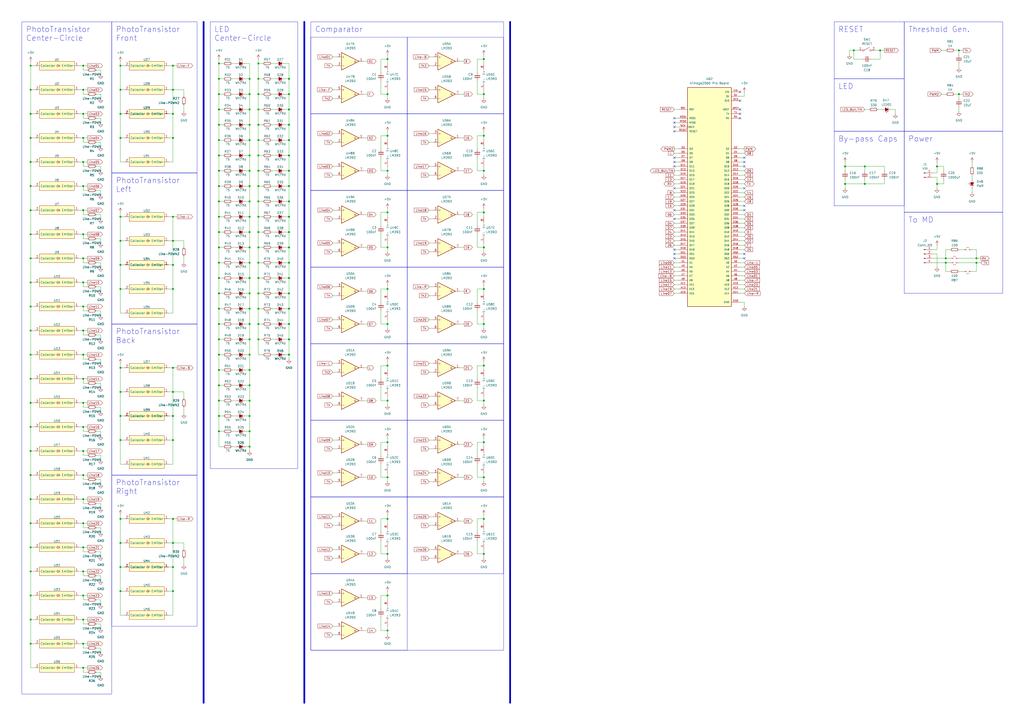
<source format=kicad_sch>
(kicad_sch (version 20231120) (generator "eeschema") (generator_version "8.0")
  (paper "A2")
  (junction (at 144.78 90.17))
  (junction (at 69.85 342.9))
  (junction (at 280.67 300.99))
  (junction (at 17.78 107.95))
  (junction (at 566.42 149.86))
  (junction (at 48.26 93.98))
  (junction (at 167.64 152.4))
  (junction (at 127 90.17))
  (junction (at 69.85 300.99))
  (junction (at 127 205.74))
  (junction (at 224.79 187.96))
  (junction (at 17.78 303.53))
  (junction (at 224.79 212.09))
  (junction (at 127 187.96))
  (junction (at 144.78 99.06))
  (junction (at 48.26 359.41))
  (junction (at 149.86 99.06))
  (junction (at 144.78 196.85))
  (junction (at 144.78 250.19))
  (junction (at 224.79 143.51))
  (junction (at 100.33 314.96))
  (junction (at 17.78 163.83))
  (junction (at 280.67 167.64))
  (junction (at 48.26 247.65))
  (junction (at 17.78 289.56))
  (junction (at 127 54.61))
  (junction (at 144.78 72.39))
  (junction (at 280.67 212.09))
  (junction (at 48.26 219.71))
  (junction (at 149.86 152.4))
  (junction (at 149.86 134.62))
  (junction (at 48.26 331.47))
  (junction (at 224.79 167.64))
  (junction (at 69.85 255.27))
  (junction (at 69.85 227.33))
  (junction (at 48.26 205.74))
  (junction (at 149.86 54.61))
  (junction (at 48.26 387.35))
  (junction (at 167.64 99.06))
  (junction (at 149.86 187.96))
  (junction (at 17.78 275.59))
  (junction (at 127 143.51))
  (junction (at 167.64 205.74))
  (junction (at 556.26 29.21))
  (junction (at 224.79 99.06))
  (junction (at 144.78 161.29))
  (junction (at 224.79 256.54))
  (junction (at 280.67 143.51))
  (junction (at 17.78 135.89))
  (junction (at 167.64 143.51))
  (junction (at 17.78 373.38))
  (junction (at 69.85 241.3))
  (junction (at 69.85 52.07))
  (junction (at 48.26 135.89))
  (junction (at 127 161.29))
  (junction (at 224.79 321.31))
  (junction (at 149.86 116.84))
  (junction (at 127 214.63))
  (junction (at 100.33 255.27))
  (junction (at 144.78 205.74))
  (junction (at 224.79 232.41))
  (junction (at 566.42 152.4))
  (junction (at 69.85 167.64))
  (junction (at 510.54 29.21))
  (junction (at 48.26 107.95))
  (junction (at 490.22 106.68))
  (junction (at 17.78 93.98))
  (junction (at 48.26 177.8))
  (junction (at 167.64 125.73))
  (junction (at 48.26 52.07))
  (junction (at 224.79 78.74))
  (junction (at 543.56 106.68))
  (junction (at 100.33 139.7))
  (junction (at 127 223.52))
  (junction (at 144.78 187.96))
  (junction (at 548.64 149.86))
  (junction (at 167.64 107.95))
  (junction (at 167.64 170.18))
  (junction (at 127 241.3))
  (junction (at 17.78 317.5))
  (junction (at 556.26 54.61))
  (junction (at 167.64 81.28))
  (junction (at 127 63.5))
  (junction (at 280.67 34.29))
  (junction (at 48.26 163.83))
  (junction (at 100.33 342.9))
  (junction (at 144.78 241.3))
  (junction (at 149.86 107.95))
  (junction (at 144.78 134.62))
  (junction (at 280.67 78.74))
  (junction (at 149.86 161.29))
  (junction (at 144.78 45.72))
  (junction (at 144.78 179.07))
  (junction (at 17.78 247.65))
  (junction (at 167.64 72.39))
  (junction (at 149.86 90.17))
  (junction (at 280.67 123.19))
  (junction (at 127 99.06))
  (junction (at 149.86 81.28))
  (junction (at 144.78 107.95))
  (junction (at 144.78 125.73))
  (junction (at 490.22 96.52))
  (junction (at 127 179.07))
  (junction (at 501.65 106.68))
  (junction (at 127 232.41))
  (junction (at 167.64 116.84))
  (junction (at 69.85 314.96))
  (junction (at 280.67 321.31))
  (junction (at 280.67 256.54))
  (junction (at 127 116.84))
  (junction (at 100.33 80.01))
  (junction (at 144.78 81.28))
  (junction (at 224.79 345.44))
  (junction (at 224.79 300.99))
  (junction (at 224.79 276.86))
  (junction (at 144.78 223.52))
  (junction (at 48.26 233.68))
  (junction (at 127 196.85))
  (junction (at 17.78 331.47))
  (junction (at 127 72.39))
  (junction (at 17.78 191.77))
  (junction (at 100.33 125.73))
  (junction (at 17.78 121.92))
  (junction (at 167.64 179.07))
  (junction (at 17.78 38.1))
  (junction (at 100.33 66.04))
  (junction (at 48.26 317.5))
  (junction (at 100.33 241.3))
  (junction (at 149.86 36.83))
  (junction (at 224.79 54.61))
  (junction (at 149.86 170.18))
  (junction (at 127 250.19))
  (junction (at 127 152.4))
  (junction (at 144.78 63.5))
  (junction (at 48.26 303.53))
  (junction (at 17.78 177.8))
  (junction (at 548.64 152.4))
  (junction (at 167.64 54.61))
  (junction (at 127 170.18))
  (junction (at 280.67 276.86))
  (junction (at 100.33 227.33))
  (junction (at 149.86 179.07))
  (junction (at 127 36.83))
  (junction (at 280.67 232.41))
  (junction (at 100.33 167.64))
  (junction (at 127 81.28))
  (junction (at 280.67 187.96))
  (junction (at 17.78 80.01))
  (junction (at 17.78 233.68))
  (junction (at 501.65 96.52))
  (junction (at 69.85 153.67))
  (junction (at 48.26 373.38))
  (junction (at 495.3 29.21))
  (junction (at 224.79 34.29))
  (junction (at 149.86 125.73))
  (junction (at 144.78 170.18))
  (junction (at 48.26 149.86))
  (junction (at 69.85 139.7))
  (junction (at 100.33 38.1))
  (junction (at 69.85 213.36))
  (junction (at 69.85 66.04))
  (junction (at 224.79 365.76))
  (junction (at 149.86 45.72))
  (junction (at 17.78 345.44))
  (junction (at 100.33 52.07))
  (junction (at 100.33 328.93))
  (junction (at 17.78 52.07))
  (junction (at 149.86 72.39))
  (junction (at 48.26 345.44))
  (junction (at 144.78 143.51))
  (junction (at 48.26 261.62))
  (junction (at 127 134.62))
  (junction (at 543.56 96.52))
  (junction (at 48.26 121.92))
  (junction (at 69.85 328.93))
  (junction (at 224.79 123.19))
  (junction (at 17.78 66.04))
  (junction (at 17.78 149.86))
  (junction (at 48.26 275.59))
  (junction (at 48.26 80.01))
  (junction (at 127 45.72))
  (junction (at 100.33 213.36))
  (junction (at 149.86 196.85))
  (junction (at 17.78 205.74))
  (junction (at 167.64 90.17))
  (junction (at 144.78 232.41))
  (junction (at 144.78 116.84))
  (junction (at 144.78 54.61))
  (junction (at 167.64 196.85))
  (junction (at 48.26 38.1))
  (junction (at 48.26 191.77))
  (junction (at 167.64 63.5))
  (junction (at 144.78 152.4))
  (junction (at 127 125.73))
  (junction (at 144.78 214.63))
  (junction (at 69.85 125.73))
  (junction (at 144.78 259.08))
  (junction (at 48.26 289.56))
  (junction (at 280.67 99.06))
  (junction (at 69.85 38.1))
  (junction (at 69.85 80.01))
  (junction (at 127 107.95))
  (junction (at 17.78 359.41))
  (junction (at 167.64 187.96))
  (junction (at 100.33 300.99))
  (junction (at 149.86 143.51))
  (junction (at 149.86 63.5))
  (junction (at 17.78 219.71))
  (junction (at 280.67 54.61))
  (junction (at 167.64 134.62))
  (junction (at 48.26 66.04))
  (junction (at 17.78 261.62))
  (junction (at 167.64 45.72))
  (junction (at 167.64 161.29))
  (junction (at 100.33 153.67))
  (no_connect (at 429.26 53.34))
  (no_connect (at 431.8 119.38))
  (no_connect (at 431.8 149.86))
  (no_connect (at 391.16 96.52))
  (no_connect (at 431.8 96.52))
  (no_connect (at 391.16 68.58))
  (no_connect (at 391.16 149.86))
  (no_connect (at 429.26 58.42))
  (no_connect (at 429.26 68.58))
  (no_connect (at 429.26 63.5))
  (no_connect (at 431.8 93.98))
  (no_connect (at 391.16 93.98))
  (no_connect (at 431.8 121.92))
  (no_connect (at 391.16 127))
  (no_connect (at 391.16 71.12))
  (no_connect (at 391.16 76.2))
  (no_connect (at 431.8 91.44))
  (no_connect (at 431.8 147.32))
  (no_connect (at 429.26 66.04))
  (no_connect (at 431.8 109.22))
  (no_connect (at 391.16 144.78))
  (no_connect (at 391.16 73.66))
  (no_connect (at 391.16 121.92))
  (no_connect (at 391.16 109.22))
  (no_connect (at 391.16 91.44))
  (no_connect (at 391.16 147.32))
  (wire (pts (xy 556.26 29.21) (xy 558.8 29.21)))
  (wire (pts (xy 20.32 52.07) (xy 17.78 52.07)))
  (wire (pts (xy 45.72 93.98) (xy 48.26 93.98)))
  (wire (pts (xy 391.16 127) (xy 393.7 127)))
  (wire (pts (xy 510.54 34.29) (xy 510.54 29.21)))
  (wire (pts (xy 55.88 40.64) (xy 58.42 40.64)))
  (wire (pts (xy 48.26 177.8) (xy 48.26 180.34)))
  (wire (pts (xy 100.33 213.36) (xy 100.33 227.33)))
  (wire (pts (xy 48.26 121.92) (xy 50.8 121.92)))
  (wire (pts (xy 127 54.61) (xy 127 63.5)))
  (wire (pts (xy 58.42 347.98) (xy 58.42 350.52)))
  (wire (pts (xy 127 81.28) (xy 127 90.17)))
  (wire (pts (xy 431.8 154.94) (xy 429.26 154.94)))
  (wire (pts (xy 72.39 52.07) (xy 69.85 52.07)))
  (wire (pts (xy 501.65 63.5) (xy 504.19 63.5)))
  (wire (pts (xy 134.62 187.96) (xy 137.16 187.96)))
  (wire (pts (xy 134.62 36.83) (xy 137.16 36.83)))
  (wire (pts (xy 48.26 233.68) (xy 50.8 233.68)))
  (wire (pts (xy 127 232.41) (xy 127 241.3)))
  (wire (pts (xy 152.4 179.07) (xy 149.86 179.07)))
  (wire (pts (xy 127 45.72) (xy 127 54.61)))
  (wire (pts (xy 144.78 214.63) (xy 144.78 223.52)))
  (wire (pts (xy 280.67 78.74) (xy 280.67 81.28)))
  (wire (pts (xy 165.1 54.61) (xy 167.64 54.61)))
  (wire (pts (xy 48.26 54.61) (xy 50.8 54.61)))
  (wire (pts (xy 167.64 125.73) (xy 167.64 134.62)))
  (wire (pts (xy 248.92 96.52) (xy 251.46 96.52)))
  (wire (pts (xy 149.86 107.95) (xy 149.86 116.84)))
  (wire (pts (xy 129.54 205.74) (xy 127 205.74)))
  (wire (pts (xy 20.32 373.38) (xy 17.78 373.38)))
  (wire (pts (xy 45.72 66.04) (xy 48.26 66.04)))
  (wire (pts (xy 224.79 368.3) (xy 224.79 365.76)))
  (wire (pts (xy 391.16 63.5) (xy 393.7 63.5)))
  (wire (pts (xy 510.54 29.21) (xy 508 29.21)))
  (wire (pts (xy 490.22 96.52) (xy 490.22 93.98)))
  (wire (pts (xy 134.62 54.61) (xy 137.16 54.61)))
  (wire (pts (xy 548.64 144.78) (xy 551.18 144.78)))
  (wire (pts (xy 17.78 373.38) (xy 17.78 387.35)))
  (wire (pts (xy 431.8 175.26) (xy 431.8 177.8)))
  (wire (pts (xy 97.79 167.64) (xy 100.33 167.64)))
  (wire (pts (xy 220.98 86.36) (xy 220.98 78.74)))
  (wire (pts (xy 152.4 161.29) (xy 149.86 161.29)))
  (wire (pts (xy 248.92 323.85) (xy 251.46 323.85)))
  (wire (pts (xy 248.92 229.87) (xy 251.46 229.87)))
  (wire (pts (xy 391.16 165.1) (xy 393.7 165.1)))
  (wire (pts (xy 193.04 96.52) (xy 195.58 96.52)))
  (wire (pts (xy 280.67 99.06) (xy 280.67 96.52)))
  (wire (pts (xy 48.26 306.07) (xy 50.8 306.07)))
  (wire (pts (xy 69.85 80.01) (xy 69.85 93.98)))
  (wire (pts (xy 69.85 328.93) (xy 69.85 342.9)))
  (wire (pts (xy 48.26 261.62) (xy 48.26 264.16)))
  (wire (pts (xy 193.04 38.1) (xy 195.58 38.1)))
  (wire (pts (xy 48.26 219.71) (xy 48.26 222.25)))
  (wire (pts (xy 17.78 121.92) (xy 17.78 135.89)))
  (wire (pts (xy 543.56 96.52) (xy 547.37 96.52)))
  (wire (pts (xy 134.62 179.07) (xy 137.16 179.07)))
  (wire (pts (xy 431.8 99.06) (xy 429.26 99.06)))
  (wire (pts (xy 391.16 162.56) (xy 393.7 162.56)))
  (wire (pts (xy 391.16 93.98) (xy 393.7 93.98)))
  (wire (pts (xy 48.26 166.37) (xy 50.8 166.37)))
  (wire (pts (xy 152.4 196.85) (xy 149.86 196.85)))
  (wire (pts (xy 431.8 114.3) (xy 429.26 114.3)))
  (wire (pts (xy 144.78 223.52) (xy 144.78 232.41)))
  (wire (pts (xy 495.3 29.21) (xy 497.84 29.21)))
  (wire (pts (xy 429.26 175.26) (xy 431.8 175.26)))
  (wire (pts (xy 100.33 314.96) (xy 100.33 328.93)))
  (wire (pts (xy 431.8 53.34) (xy 431.8 55.88)))
  (wire (pts (xy 193.04 368.3) (xy 195.58 368.3)))
  (wire (pts (xy 556.26 149.86) (xy 566.42 149.86)))
  (wire (pts (xy 276.86 99.06) (xy 280.67 99.06)))
  (wire (pts (xy 45.72 387.35) (xy 48.26 387.35)))
  (wire (pts (xy 248.92 33.02) (xy 251.46 33.02)))
  (wire (pts (xy 20.32 331.47) (xy 17.78 331.47)))
  (wire (pts (xy 127 196.85) (xy 127 205.74)))
  (wire (pts (xy 69.85 255.27) (xy 69.85 269.24)))
  (wire (pts (xy 48.26 208.28) (xy 50.8 208.28)))
  (wire (pts (xy 391.16 134.62) (xy 393.7 134.62)))
  (wire (pts (xy 193.04 52.07) (xy 195.58 52.07)))
  (wire (pts (xy 193.04 260.35) (xy 195.58 260.35)))
  (wire (pts (xy 276.86 86.36) (xy 276.86 78.74)))
  (wire (pts (xy 144.78 107.95) (xy 144.78 116.84)))
  (wire (pts (xy 509.27 63.5) (xy 511.81 63.5)))
  (wire (pts (xy 224.79 345.44) (xy 224.79 347.98)))
  (wire (pts (xy 48.26 191.77) (xy 50.8 191.77)))
  (wire (pts (xy 58.42 375.92) (xy 58.42 378.46)))
  (wire (pts (xy 100.33 139.7) (xy 100.33 153.67)))
  (wire (pts (xy 134.62 250.19) (xy 137.16 250.19)))
  (wire (pts (xy 72.39 300.99) (xy 69.85 300.99)))
  (wire (pts (xy 167.64 161.29) (xy 167.64 170.18)))
  (wire (pts (xy 213.36 346.71) (xy 210.82 346.71)))
  (wire (pts (xy 220.98 54.61) (xy 224.79 54.61)))
  (wire (pts (xy 391.16 99.06) (xy 393.7 99.06)))
  (wire (pts (xy 280.67 276.86) (xy 280.67 274.32)))
  (wire (pts (xy 541.02 144.78) (xy 543.56 144.78)))
  (wire (pts (xy 142.24 223.52) (xy 144.78 223.52)))
  (wire (pts (xy 193.04 57.15) (xy 195.58 57.15)))
  (wire (pts (xy 97.79 300.99) (xy 100.33 300.99)))
  (wire (pts (xy 48.26 121.92) (xy 48.26 124.46)))
  (wire (pts (xy 165.1 36.83) (xy 167.64 36.83)))
  (wire (pts (xy 167.64 107.95) (xy 167.64 116.84)))
  (wire (pts (xy 134.62 107.95) (xy 137.16 107.95)))
  (wire (pts (xy 167.64 36.83) (xy 167.64 45.72)))
  (wire (pts (xy 566.42 149.86) (xy 566.42 144.78)))
  (wire (pts (xy 20.32 191.77) (xy 17.78 191.77)))
  (wire (pts (xy 224.79 54.61) (xy 224.79 52.07)))
  (wire (pts (xy 276.86 175.26) (xy 276.86 167.64)))
  (wire (pts (xy 45.72 261.62) (xy 48.26 261.62)))
  (wire (pts (xy 152.4 72.39) (xy 149.86 72.39)))
  (wire (pts (xy 165.1 72.39) (xy 167.64 72.39)))
  (wire (pts (xy 72.39 227.33) (xy 69.85 227.33)))
  (wire (pts (xy 193.04 77.47) (xy 195.58 77.47)))
  (wire (pts (xy 391.16 71.12) (xy 393.7 71.12)))
  (wire (pts (xy 431.8 132.08) (xy 429.26 132.08)))
  (wire (pts (xy 100.33 80.01) (xy 100.33 93.98)))
  (wire (pts (xy 280.67 123.19) (xy 280.67 125.73)))
  (wire (pts (xy 248.92 140.97) (xy 251.46 140.97)))
  (wire (pts (xy 431.8 162.56) (xy 429.26 162.56)))
  (wire (pts (xy 129.54 143.51) (xy 127 143.51)))
  (wire (pts (xy 280.67 57.15) (xy 280.67 54.61)))
  (wire (pts (xy 556.26 31.75) (xy 556.26 29.21)))
  (wire (pts (xy 553.72 29.21) (xy 556.26 29.21)))
  (wire (pts (xy 391.16 119.38) (xy 393.7 119.38)))
  (wire (pts (xy 276.86 187.96) (xy 280.67 187.96)))
  (wire (pts (xy 165.1 152.4) (xy 167.64 152.4)))
  (wire (pts (xy 193.04 146.05) (xy 195.58 146.05)))
  (wire (pts (xy 55.88 82.55) (xy 58.42 82.55)))
  (wire (pts (xy 55.88 334.01) (xy 58.42 334.01)))
  (wire (pts (xy 129.54 214.63) (xy 127 214.63)))
  (wire (pts (xy 142.24 232.41) (xy 144.78 232.41)))
  (wire (pts (xy 45.72 359.41) (xy 48.26 359.41)))
  (wire (pts (xy 48.26 250.19) (xy 50.8 250.19)))
  (wire (pts (xy 17.78 135.89) (xy 17.78 149.86)))
  (wire (pts (xy 152.4 125.73) (xy 149.86 125.73)))
  (wire (pts (xy 391.16 129.54) (xy 393.7 129.54)))
  (wire (pts (xy 276.86 276.86) (xy 280.67 276.86)))
  (wire (pts (xy 165.1 45.72) (xy 167.64 45.72)))
  (wire (pts (xy 127 187.96) (xy 127 196.85)))
  (wire (pts (xy 100.33 153.67) (xy 100.33 167.64)))
  (wire (pts (xy 224.79 323.85) (xy 224.79 321.31)))
  (wire (pts (xy 20.32 93.98) (xy 17.78 93.98)))
  (wire (pts (xy 55.88 375.92) (xy 58.42 375.92)))
  (wire (pts (xy 72.39 356.87) (xy 69.85 356.87)))
  (wire (pts (xy 280.67 279.4) (xy 280.67 276.86)))
  (wire (pts (xy 224.79 232.41) (xy 224.79 229.87)))
  (wire (pts (xy 129.54 187.96) (xy 127 187.96)))
  (wire (pts (xy 142.24 125.73) (xy 144.78 125.73)))
  (wire (pts (xy 97.79 213.36) (xy 100.33 213.36)))
  (wire (pts (xy 127 152.4) (xy 127 161.29)))
  (wire (pts (xy 165.1 205.74) (xy 167.64 205.74)))
  (wire (pts (xy 220.98 135.89) (xy 220.98 143.51)))
  (wire (pts (xy 513.08 104.14) (xy 513.08 106.68)))
  (wire (pts (xy 431.8 127) (xy 429.26 127)))
  (wire (pts (xy 20.32 149.86) (xy 17.78 149.86)))
  (wire (pts (xy 48.26 275.59) (xy 48.26 278.13)))
  (wire (pts (xy 167.64 72.39) (xy 167.64 81.28)))
  (wire (pts (xy 20.32 345.44) (xy 17.78 345.44)))
  (wire (pts (xy 431.8 119.38) (xy 429.26 119.38)))
  (wire (pts (xy 69.85 342.9) (xy 69.85 356.87)))
  (wire (pts (xy 500.38 34.29) (xy 495.3 34.29)))
  (wire (pts (xy 69.85 125.73) (xy 69.85 139.7)))
  (wire (pts (xy 149.86 161.29) (xy 149.86 170.18)))
  (wire (pts (xy 548.64 149.86) (xy 548.64 144.78)))
  (wire (pts (xy 276.86 41.91) (xy 276.86 34.29)))
  (wire (pts (xy 55.88 180.34) (xy 58.42 180.34)))
  (wire (pts (xy 127 125.73) (xy 127 134.62)))
  (wire (pts (xy 144.78 241.3) (xy 144.78 250.19)))
  (wire (pts (xy 269.24 276.86) (xy 266.7 276.86)))
  (wire (pts (xy 134.62 143.51) (xy 137.16 143.51)))
  (wire (pts (xy 69.85 213.36) (xy 69.85 227.33)))
  (wire (pts (xy 566.42 149.86) (xy 568.96 149.86)))
  (wire (pts (xy 280.67 300.99) (xy 280.67 303.53)))
  (wire (pts (xy 220.98 308.61) (xy 220.98 300.99)))
  (wire (pts (xy 129.54 72.39) (xy 127 72.39)))
  (wire (pts (xy 391.16 86.36) (xy 393.7 86.36)))
  (wire (pts (xy 48.26 93.98) (xy 50.8 93.98)))
  (wire (pts (xy 543.56 147.32) (xy 543.56 154.94)))
  (wire (pts (xy 55.88 278.13) (xy 58.42 278.13)))
  (wire (pts (xy 129.54 161.29) (xy 127 161.29)))
  (wire (pts (xy 144.78 134.62) (xy 144.78 143.51)))
  (wire (pts (xy 48.26 233.68) (xy 48.26 236.22)))
  (wire (pts (xy 220.98 345.44) (xy 224.79 345.44)))
  (wire (pts (xy 45.72 219.71) (xy 48.26 219.71)))
  (wire (pts (xy 97.79 125.73) (xy 100.33 125.73)))
  (wire (pts (xy 97.79 93.98) (xy 100.33 93.98)))
  (wire (pts (xy 55.88 194.31) (xy 58.42 194.31)))
  (wire (pts (xy 100.33 38.1) (xy 100.33 52.07)))
  (wire (pts (xy 167.64 134.62) (xy 167.64 143.51)))
  (wire (pts (xy 69.85 153.67) (xy 69.85 167.64)))
  (wire (pts (xy 224.79 143.51) (xy 224.79 140.97)))
  (wire (pts (xy 220.98 358.14) (xy 220.98 365.76)))
  (wire (pts (xy 55.88 236.22) (xy 58.42 236.22)))
  (wire (pts (xy 45.72 303.53) (xy 48.26 303.53)))
  (wire (pts (xy 220.98 212.09) (xy 224.79 212.09)))
  (wire (pts (xy 224.79 365.76) (xy 224.79 363.22)))
  (wire (pts (xy 144.78 63.5) (xy 144.78 72.39)))
  (wire (pts (xy 144.78 259.08) (xy 144.78 261.62)))
  (wire (pts (xy 558.8 157.48) (xy 556.26 157.48)))
  (wire (pts (xy 543.56 93.98) (xy 543.56 96.52)))
  (wire (pts (xy 490.22 106.68) (xy 490.22 104.14)))
  (wire (pts (xy 17.78 233.68) (xy 17.78 247.65)))
  (wire (pts (xy 48.26 247.65) (xy 50.8 247.65)))
  (wire (pts (xy 17.78 345.44) (xy 17.78 359.41)))
  (wire (pts (xy 566.42 152.4) (xy 568.96 152.4)))
  (wire (pts (xy 69.85 35.56) (xy 69.85 38.1)))
  (wire (pts (xy 280.67 254) (xy 280.67 256.54)))
  (wire (pts (xy 48.26 361.95) (xy 50.8 361.95)))
  (wire (pts (xy 543.56 106.68) (xy 543.56 109.22)))
  (wire (pts (xy 220.98 130.81) (xy 220.98 123.19)))
  (wire (pts (xy 20.32 80.01) (xy 17.78 80.01)))
  (wire (pts (xy 213.36 302.26) (xy 210.82 302.26)))
  (wire (pts (xy 280.67 101.6) (xy 280.67 99.06)))
  (wire (pts (xy 134.62 196.85) (xy 137.16 196.85)))
  (wire (pts (xy 213.36 143.51) (xy 210.82 143.51)))
  (wire (pts (xy 58.42 334.01) (xy 58.42 336.55)))
  (wire (pts (xy 48.26 345.44) (xy 50.8 345.44)))
  (wire (pts (xy 391.16 157.48) (xy 393.7 157.48)))
  (wire (pts (xy 391.16 68.58) (xy 393.7 68.58)))
  (wire (pts (xy 127 223.52) (xy 127 232.41)))
  (wire (pts (xy 431.8 55.88) (xy 429.26 55.88)))
  (wire (pts (xy 224.79 123.19) (xy 224.79 125.73)))
  (wire (pts (xy 100.33 139.7) (xy 106.68 139.7)))
  (wire (pts (xy 193.04 127) (xy 195.58 127)))
  (wire (pts (xy 127 161.29) (xy 127 170.18)))
  (wire (pts (xy 48.26 375.92) (xy 50.8 375.92)))
  (wire (pts (xy 213.36 213.36) (xy 210.82 213.36)))
  (wire (pts (xy 431.8 142.24) (xy 429.26 142.24)))
  (wire (pts (xy 20.32 233.68) (xy 17.78 233.68)))
  (wire (pts (xy 220.98 34.29) (xy 224.79 34.29)))
  (wire (pts (xy 391.16 167.64) (xy 393.7 167.64)))
  (wire (pts (xy 20.32 303.53) (xy 17.78 303.53)))
  (wire (pts (xy 72.39 153.67) (xy 69.85 153.67)))
  (wire (pts (xy 142.24 116.84) (xy 144.78 116.84)))
  (wire (pts (xy 129.54 116.84) (xy 127 116.84)))
  (wire (pts (xy 149.86 196.85) (xy 149.86 205.74)))
  (wire (pts (xy 149.86 81.28) (xy 149.86 90.17)))
  (wire (pts (xy 58.42 208.28) (xy 58.42 210.82)))
  (wire (pts (xy 134.62 223.52) (xy 137.16 223.52)))
  (wire (pts (xy 220.98 99.06) (xy 224.79 99.06)))
  (wire (pts (xy 45.72 135.89) (xy 48.26 135.89)))
  (wire (pts (xy 149.86 36.83) (xy 149.86 45.72)))
  (wire (pts (xy 224.79 165.1) (xy 224.79 167.64)))
  (wire (pts (xy 48.26 289.56) (xy 50.8 289.56)))
  (wire (pts (xy 129.54 36.83) (xy 127 36.83)))
  (wire (pts (xy 142.24 143.51) (xy 144.78 143.51)))
  (wire (pts (xy 556.26 152.4) (xy 566.42 152.4)))
  (wire (pts (xy 152.4 116.84) (xy 149.86 116.84)))
  (wire (pts (xy 48.26 149.86) (xy 50.8 149.86)))
  (wire (pts (xy 193.04 82.55) (xy 195.58 82.55)))
  (wire (pts (xy 17.78 177.8) (xy 17.78 191.77)))
  (wire (pts (xy 129.54 259.08) (xy 127 259.08)))
  (wire (pts (xy 45.72 247.65) (xy 48.26 247.65)))
  (wire (pts (xy 97.79 181.61) (xy 100.33 181.61)))
  (wire (pts (xy 224.79 254) (xy 224.79 256.54)))
  (wire (pts (xy 193.04 215.9) (xy 195.58 215.9)))
  (wire (pts (xy 17.78 275.59) (xy 17.78 289.56)))
  (wire (pts (xy 269.24 187.96) (xy 266.7 187.96)))
  (wire (pts (xy 17.78 191.77) (xy 17.78 205.74)))
  (wire (pts (xy 69.85 300.99) (xy 69.85 314.96)))
  (wire (pts (xy 58.42 96.52) (xy 58.42 99.06)))
  (wire (pts (xy 167.64 54.61) (xy 167.64 63.5)))
  (wire (pts (xy 391.16 132.08) (xy 393.7 132.08)))
  (wire (pts (xy 48.26 152.4) (xy 50.8 152.4)))
  (wire (pts (xy 224.79 234.95) (xy 224.79 232.41)))
  (wire (pts (xy 224.79 187.96) (xy 224.79 185.42)))
  (wire (pts (xy 224.79 146.05) (xy 224.79 143.51)))
  (wire (pts (xy 224.79 212.09) (xy 224.79 214.63)))
  (wire (pts (xy 20.32 317.5) (xy 17.78 317.5)))
  (wire (pts (xy 391.16 147.32) (xy 393.7 147.32)))
  (wire (pts (xy 58.42 68.58) (xy 58.42 71.12)))
  (wire (pts (xy 58.42 222.25) (xy 58.42 224.79)))
  (wire (pts (xy 431.8 152.4) (xy 429.26 152.4)))
  (wire (pts (xy 69.85 38.1) (xy 69.85 52.07)))
  (wire (pts (xy 431.8 137.16) (xy 429.26 137.16)))
  (wire (pts (xy 48.26 93.98) (xy 48.26 96.52)))
  (wire (pts (xy 17.78 289.56) (xy 17.78 303.53)))
  (wire (pts (xy 220.98 269.24) (xy 220.98 276.86)))
  (wire (pts (xy 276.86 269.24) (xy 276.86 276.86)))
  (wire (pts (xy 72.39 80.01) (xy 69.85 80.01)))
  (wire (pts (xy 157.48 125.73) (xy 160.02 125.73)))
  (wire (pts (xy 58.42 250.19) (xy 58.42 252.73)))
  (wire (pts (xy 48.26 38.1) (xy 50.8 38.1)))
  (polyline (pts (xy 176.53 12.7) (xy 176.53 407.67)) (stroke (width 1)))
  (wire (pts (xy 280.67 256.54) (xy 280.67 259.08)))
  (wire (pts (xy 20.32 205.74) (xy 17.78 205.74)))
  (wire (pts (xy 100.33 328.93) (xy 100.33 342.9)))
  (wire (pts (xy 97.79 255.27) (xy 100.33 255.27)))
  (wire (pts (xy 280.67 323.85) (xy 280.67 321.31)))
  (wire (pts (xy 220.98 175.26) (xy 220.98 167.64)))
  (wire (pts (xy 48.26 387.35) (xy 48.26 389.89)))
  (wire (pts (xy 269.24 143.51) (xy 266.7 143.51)))
  (wire (pts (xy 149.86 125.73) (xy 149.86 134.62)))
  (wire (pts (xy 431.8 147.32) (xy 429.26 147.32)))
  (wire (pts (xy 129.54 170.18) (xy 127 170.18)))
  (wire (pts (xy 269.24 168.91) (xy 266.7 168.91)))
  (wire (pts (xy 193.04 101.6) (xy 195.58 101.6)))
  (wire (pts (xy 48.26 219.71) (xy 50.8 219.71)))
  (wire (pts (xy 431.8 96.52) (xy 429.26 96.52)))
  (wire (pts (xy 45.72 233.68) (xy 48.26 233.68)))
  (wire (pts (xy 152.4 45.72) (xy 149.86 45.72)))
  (wire (pts (xy 144.78 143.51) (xy 144.78 152.4)))
  (wire (pts (xy 55.88 222.25) (xy 58.42 222.25)))
  (wire (pts (xy 152.4 63.5) (xy 149.86 63.5)))
  (wire (pts (xy 48.26 320.04) (xy 50.8 320.04)))
  (wire (pts (xy 157.48 161.29) (xy 160.02 161.29)))
  (wire (pts (xy 55.88 110.49) (xy 58.42 110.49)))
  (wire (pts (xy 167.64 99.06) (xy 167.64 107.95)))
  (wire (pts (xy 547.37 104.14) (xy 547.37 106.68)))
  (wire (pts (xy 127 134.62) (xy 127 143.51)))
  (wire (pts (xy 129.54 99.06) (xy 127 99.06)))
  (wire (pts (xy 129.54 134.62) (xy 127 134.62)))
  (wire (pts (xy 224.79 78.74) (xy 224.79 81.28)))
  (wire (pts (xy 431.8 165.1) (xy 429.26 165.1)))
  (wire (pts (xy 58.42 54.61) (xy 58.42 57.15)))
  (wire (pts (xy 48.26 163.83) (xy 50.8 163.83)))
  (wire (pts (xy 157.48 170.18) (xy 160.02 170.18)))
  (wire (pts (xy 248.92 82.55) (xy 251.46 82.55)))
  (wire (pts (xy 269.24 54.61) (xy 266.7 54.61)))
  (wire (pts (xy 144.78 161.29) (xy 144.78 170.18)))
  (wire (pts (xy 142.24 161.29) (xy 144.78 161.29)))
  (wire (pts (xy 213.36 124.46) (xy 210.82 124.46)))
  (wire (pts (xy 106.68 323.85) (xy 106.68 327.66)))
  (wire (pts (xy 224.79 57.15) (xy 224.79 54.61)))
  (wire (pts (xy 134.62 99.06) (xy 137.16 99.06)))
  (wire (pts (xy 248.92 101.6) (xy 251.46 101.6)))
  (wire (pts (xy 97.79 139.7) (xy 100.33 139.7)))
  (wire (pts (xy 72.39 241.3) (xy 69.85 241.3)))
  (wire (pts (xy 566.42 144.78) (xy 563.88 144.78)))
  (wire (pts (xy 142.24 214.63) (xy 144.78 214.63)))
  (wire (pts (xy 157.48 81.28) (xy 160.02 81.28)))
  (wire (pts (xy 149.86 116.84) (xy 149.86 125.73)))
  (wire (pts (xy 45.72 38.1) (xy 48.26 38.1)))
  (wire (pts (xy 152.4 90.17) (xy 149.86 90.17)))
  (wire (pts (xy 193.04 299.72) (xy 195.58 299.72)))
  (wire (pts (xy 280.67 232.41) (xy 280.67 229.87)))
  (wire (pts (xy 58.42 110.49) (xy 58.42 113.03)))
  (wire (pts (xy 269.24 124.46) (xy 266.7 124.46)))
  (wire (pts (xy 165.1 99.06) (xy 167.64 99.06)))
  (wire (pts (xy 45.72 191.77) (xy 48.26 191.77)))
  (wire (pts (xy 248.92 121.92) (xy 251.46 121.92)))
  (wire (pts (xy 152.4 143.51) (xy 149.86 143.51)))
  (wire (pts (xy 45.72 205.74) (xy 48.26 205.74)))
  (wire (pts (xy 20.32 387.35) (xy 17.78 387.35)))
  (wire (pts (xy 248.92 299.72) (xy 251.46 299.72)))
  (wire (pts (xy 48.26 80.01) (xy 48.26 82.55)))
  (wire (pts (xy 134.62 214.63) (xy 137.16 214.63)))
  (wire (pts (xy 48.26 317.5) (xy 50.8 317.5)))
  (wire (pts (xy 142.24 152.4) (xy 144.78 152.4)))
  (wire (pts (xy 224.79 34.29) (xy 224.79 36.83)))
  (wire (pts (xy 391.16 101.6) (xy 393.7 101.6)))
  (wire (pts (xy 45.72 275.59) (xy 48.26 275.59)))
  (wire (pts (xy 142.24 134.62) (xy 144.78 134.62)))
  (wire (pts (xy 129.54 63.5) (xy 127 63.5)))
  (wire (pts (xy 213.36 365.76) (xy 210.82 365.76)))
  (wire (pts (xy 157.48 205.74) (xy 160.02 205.74)))
  (wire (pts (xy 280.67 167.64) (xy 280.67 170.18)))
  (wire (pts (xy 431.8 91.44) (xy 429.26 91.44)))
  (wire (pts (xy 129.54 125.73) (xy 127 125.73)))
  (wire (pts (xy 224.79 209.55) (xy 224.79 212.09)))
  (wire (pts (xy 157.48 134.62) (xy 160.02 134.62)))
  (wire (pts (xy 69.85 227.33) (xy 69.85 241.3)))
  (wire (pts (xy 248.92 57.15) (xy 251.46 57.15)))
  (wire (pts (xy 149.86 134.62) (xy 149.86 143.51)))
  (wire (pts (xy 100.33 227.33) (xy 106.68 227.33)))
  (wire (pts (xy 127 241.3) (xy 127 250.19)))
  (wire (pts (xy 55.88 347.98) (xy 58.42 347.98)))
  (wire (pts (xy 513.08 99.06) (xy 513.08 96.52)))
  (wire (pts (xy 224.79 120.65) (xy 224.79 123.19)))
  (wire (pts (xy 157.48 116.84) (xy 160.02 116.84)))
  (wire (pts (xy 97.79 80.01) (xy 100.33 80.01)))
  (wire (pts (xy 20.32 261.62) (xy 17.78 261.62)))
  (wire (pts (xy 134.62 170.18) (xy 137.16 170.18)))
  (wire (pts (xy 45.72 80.01) (xy 48.26 80.01)))
  (wire (pts (xy 17.78 80.01) (xy 17.78 93.98)))
  (wire (pts (xy 543.56 102.87) (xy 543.56 106.68)))
  (wire (pts (xy 129.54 179.07) (xy 127 179.07)))
  (wire (pts (xy 269.24 99.06) (xy 266.7 99.06)))
  (wire (pts (xy 431.8 170.18) (xy 429.26 170.18)))
  (wire (pts (xy 165.1 116.84) (xy 167.64 116.84)))
  (wire (pts (xy 276.86 308.61) (xy 276.86 300.99)))
  (wire (pts (xy 248.92 215.9) (xy 251.46 215.9)))
  (wire (pts (xy 224.79 101.6) (xy 224.79 99.06)))
  (wire (pts (xy 167.64 45.72) (xy 167.64 54.61)))
  (wire (pts (xy 276.86 321.31) (xy 280.67 321.31)))
  (wire (pts (xy 72.39 342.9) (xy 69.85 342.9)))
  (wire (pts (xy 142.24 36.83) (xy 144.78 36.83)))
  (wire (pts (xy 248.92 171.45) (xy 251.46 171.45)))
  (wire (pts (xy 100.33 300.99) (xy 102.87 300.99)))
  (wire (pts (xy 106.68 314.96) (xy 106.68 318.77)))
  (wire (pts (xy 563.88 93.98) (xy 563.88 96.52)))
  (wire (pts (xy 220.98 365.76) (xy 224.79 365.76)))
  (wire (pts (xy 224.79 321.31) (xy 224.79 318.77)))
  (wire (pts (xy 142.24 90.17) (xy 144.78 90.17)))
  (wire (pts (xy 72.39 269.24) (xy 69.85 269.24)))
  (wire (pts (xy 490.22 99.06) (xy 490.22 96.52)))
  (wire (pts (xy 58.42 40.64) (xy 58.42 43.18)))
  (wire (pts (xy 391.16 139.7) (xy 393.7 139.7)))
  (wire (pts (xy 48.26 124.46) (xy 50.8 124.46)))
  (wire (pts (xy 72.39 38.1) (xy 69.85 38.1)))
  (wire (pts (xy 224.79 190.5) (xy 224.79 187.96)))
  (wire (pts (xy 48.26 345.44) (xy 48.26 347.98)))
  (wire (pts (xy 48.26 334.01) (xy 50.8 334.01)))
  (wire (pts (xy 127 63.5) (xy 127 72.39)))
  (wire (pts (xy 280.67 321.31) (xy 280.67 318.77)))
  (wire (pts (xy 224.79 300.99) (xy 224.79 303.53)))
  (wire (pts (xy 492.76 29.21) (xy 495.3 29.21)))
  (wire (pts (xy 20.32 247.65) (xy 17.78 247.65)))
  (wire (pts (xy 269.24 232.41) (xy 266.7 232.41)))
  (wire (pts (xy 224.79 76.2) (xy 224.79 78.74)))
  (wire (pts (xy 431.8 160.02) (xy 429.26 160.02)))
  (wire (pts (xy 48.26 387.35) (xy 50.8 387.35)))
  (wire (pts (xy 431.8 121.92) (xy 429.26 121.92)))
  (wire (pts (xy 149.86 54.61) (xy 149.86 63.5)))
  (wire (pts (xy 100.33 66.04) (xy 100.33 80.01)))
  (wire (pts (xy 167.64 196.85) (xy 167.64 205.74)))
  (wire (pts (xy 391.16 170.18) (xy 393.7 170.18)))
  (wire (pts (xy 97.79 227.33) (xy 100.33 227.33)))
  (wire (pts (xy 248.92 52.07) (xy 251.46 52.07)))
  (wire (pts (xy 100.33 38.1) (xy 102.87 38.1)))
  (wire (pts (xy 280.67 209.55) (xy 280.67 212.09)))
  (wire (pts (xy 127 179.07) (xy 127 187.96)))
  (wire (pts (xy 142.24 99.06) (xy 144.78 99.06)))
  (wire (pts (xy 129.54 196.85) (xy 127 196.85)))
  (wire (pts (xy 276.86 123.19) (xy 280.67 123.19)))
  (wire (pts (xy 97.79 241.3) (xy 100.33 241.3)))
  (wire (pts (xy 391.16 104.14) (xy 393.7 104.14)))
  (wire (pts (xy 149.86 63.5) (xy 149.86 72.39)))
  (wire (pts (xy 501.65 106.68) (xy 501.65 104.14)))
  (wire (pts (xy 55.88 361.95) (xy 58.42 361.95)))
  (wire (pts (xy 72.39 213.36) (xy 69.85 213.36)))
  (wire (pts (xy 165.1 143.51) (xy 167.64 143.51)))
  (wire (pts (xy 48.26 247.65) (xy 48.26 250.19)))
  (wire (pts (xy 220.98 41.91) (xy 220.98 34.29)))
  (wire (pts (xy 55.88 320.04) (xy 58.42 320.04)))
  (wire (pts (xy 58.42 389.89) (xy 58.42 392.43)))
  (wire (pts (xy 391.16 154.94) (xy 393.7 154.94)))
  (wire (pts (xy 48.26 205.74) (xy 48.26 208.28)))
  (wire (pts (xy 548.64 152.4) (xy 551.18 152.4)))
  (wire (pts (xy 17.78 219.71) (xy 17.78 233.68)))
  (wire (pts (xy 220.98 143.51) (xy 224.79 143.51)))
  (wire (pts (xy 269.24 257.81) (xy 266.7 257.81)))
  (wire (pts (xy 248.92 146.05) (xy 251.46 146.05)))
  (wire (pts (xy 280.67 165.1) (xy 280.67 167.64)))
  (wire (pts (xy 220.98 264.16) (xy 220.98 256.54)))
  (wire (pts (xy 58.42 361.95) (xy 58.42 364.49)))
  (wire (pts (xy 543.56 96.52) (xy 543.56 100.33)))
  (wire (pts (xy 17.78 93.98) (xy 17.78 107.95)))
  (wire (pts (xy 391.16 152.4) (xy 393.7 152.4)))
  (wire (pts (xy 48.26 38.1) (xy 48.26 40.64)))
  (wire (pts (xy 142.24 241.3) (xy 144.78 241.3)))
  (wire (pts (xy 45.72 345.44) (xy 48.26 345.44)))
  (wire (pts (xy 193.04 304.8) (xy 195.58 304.8)))
  (wire (pts (xy 248.92 127) (xy 251.46 127)))
  (wire (pts (xy 72.39 93.98) (xy 69.85 93.98)))
  (wire (pts (xy 20.32 38.1) (xy 17.78 38.1)))
  (wire (pts (xy 45.72 52.07) (xy 48.26 52.07)))
  (wire (pts (xy 20.32 289.56) (xy 17.78 289.56)))
  (wire (pts (xy 127 250.19) (xy 127 259.08)))
  (wire (pts (xy 431.8 86.36) (xy 429.26 86.36)))
  (wire (pts (xy 48.26 135.89) (xy 50.8 135.89)))
  (wire (pts (xy 48.26 389.89) (xy 50.8 389.89)))
  (wire (pts (xy 167.64 116.84) (xy 167.64 125.73)))
  (wire (pts (xy 224.79 276.86) (xy 224.79 274.32)))
  (wire (pts (xy 563.88 104.14) (xy 563.88 101.6)))
  (wire (pts (xy 106.68 139.7) (xy 106.68 143.51)))
  (wire (pts (xy 48.26 180.34) (xy 50.8 180.34)))
  (wire (pts (xy 48.26 303.53) (xy 48.26 306.07)))
  (wire (pts (xy 58.42 166.37) (xy 58.42 168.91)))
  (wire (pts (xy 97.79 314.96) (xy 100.33 314.96)))
  (wire (pts (xy 152.4 81.28) (xy 149.86 81.28)))
  (wire (pts (xy 48.26 264.16) (xy 50.8 264.16)))
  (wire (pts (xy 129.54 152.4) (xy 127 152.4)))
  (wire (pts (xy 149.86 187.96) (xy 149.86 196.85)))
  (wire (pts (xy 58.42 152.4) (xy 58.42 154.94)))
  (wire (pts (xy 193.04 185.42) (xy 195.58 185.42)))
  (wire (pts (xy 20.32 359.41) (xy 17.78 359.41)))
  (wire (pts (xy 391.16 76.2) (xy 393.7 76.2)))
  (wire (pts (xy 58.42 194.31) (xy 58.42 196.85)))
  (wire (pts (xy 501.65 96.52) (xy 513.08 96.52)))
  (wire (pts (xy 213.36 80.01) (xy 210.82 80.01)))
  (wire (pts (xy 276.86 313.69) (xy 276.86 321.31)))
  (wire (pts (xy 280.67 187.96) (xy 280.67 185.42)))
  (wire (pts (xy 127 143.51) (xy 127 152.4)))
  (wire (pts (xy 55.88 138.43) (xy 58.42 138.43)))
  (wire (pts (xy 17.78 107.95) (xy 17.78 121.92)))
  (wire (pts (xy 134.62 116.84) (xy 137.16 116.84)))
  (wire (pts (xy 100.33 213.36) (xy 102.87 213.36)))
  (wire (pts (xy 431.8 134.62) (xy 429.26 134.62)))
  (wire (pts (xy 129.54 54.61) (xy 127 54.61)))
  (wire (pts (xy 431.8 139.7) (xy 429.26 139.7)))
  (wire (pts (xy 20.32 163.83) (xy 17.78 163.83)))
  (wire (pts (xy 220.98 321.31) (xy 224.79 321.31)))
  (wire (pts (xy 276.86 78.74) (xy 280.67 78.74)))
  (wire (pts (xy 431.8 93.98) (xy 429.26 93.98)))
  (wire (pts (xy 142.24 179.07) (xy 144.78 179.07)))
  (wire (pts (xy 276.86 256.54) (xy 280.67 256.54)))
  (wire (pts (xy 157.48 54.61) (xy 160.02 54.61)))
  (wire (pts (xy 20.32 107.95) (xy 17.78 107.95)))
  (wire (pts (xy 220.98 187.96) (xy 224.79 187.96)))
  (wire (pts (xy 20.32 121.92) (xy 17.78 121.92)))
  (wire (pts (xy 157.48 99.06) (xy 160.02 99.06)))
  (wire (pts (xy 142.24 72.39) (xy 144.78 72.39)))
  (wire (pts (xy 547.37 99.06) (xy 547.37 96.52)))
  (wire (pts (xy 541.02 147.32) (xy 543.56 147.32)))
  (wire (pts (xy 248.92 304.8) (xy 251.46 304.8)))
  (wire (pts (xy 48.26 331.47) (xy 48.26 334.01)))
  (wire (pts (xy 144.78 152.4) (xy 144.78 161.29)))
  (wire (pts (xy 58.42 124.46) (xy 58.42 127)))
  (wire (pts (xy 142.24 205.74) (xy 144.78 205.74)))
  (wire (pts (xy 193.04 33.02) (xy 195.58 33.02)))
  (wire (pts (xy 58.42 306.07) (xy 58.42 308.61)))
  (wire (pts (xy 100.33 227.33) (xy 100.33 241.3)))
  (wire (pts (xy 69.85 298.45) (xy 69.85 300.99)))
  (wire (pts (xy 276.86 34.29) (xy 280.67 34.29)))
  (wire (pts (xy 97.79 356.87) (xy 100.33 356.87)))
  (wire (pts (xy 100.33 342.9) (xy 100.33 356.87)))
  (wire (pts (xy 513.08 29.21) (xy 510.54 29.21)))
  (wire (pts (xy 280.67 146.05) (xy 280.67 143.51)))
  (wire (pts (xy 213.36 187.96) (xy 210.82 187.96)))
  (wire (pts (xy 165.1 134.62) (xy 167.64 134.62)))
  (wire (pts (xy 563.88 111.76) (xy 563.88 109.22)))
  (wire (pts (xy 391.16 142.24) (xy 393.7 142.24)))
  (wire (pts (xy 69.85 66.04) (xy 69.85 80.01)))
  (wire (pts (xy 213.36 35.56) (xy 210.82 35.56)))
  (wire (pts (xy 541.02 152.4) (xy 548.64 152.4)))
  (wire (pts (xy 127 107.95) (xy 127 116.84)))
  (wire (pts (xy 193.04 140.97) (xy 195.58 140.97)))
  (wire (pts (xy 220.98 123.19) (xy 224.79 123.19)))
  (wire (pts (xy 558.8 144.78) (xy 556.26 144.78)))
  (wire (pts (xy 276.86 46.99) (xy 276.86 54.61)))
  (wire (pts (xy 48.26 107.95) (xy 50.8 107.95)))
  (wire (pts (xy 167.64 63.5) (xy 167.64 72.39)))
  (wire (pts (xy 391.16 88.9) (xy 393.7 88.9)))
  (wire (pts (xy 69.85 139.7) (xy 69.85 153.67)))
  (wire (pts (xy 20.32 219.71) (xy 17.78 219.71)))
  (wire (pts (xy 193.04 234.95) (xy 195.58 234.95)))
  (wire (pts (xy 142.24 196.85) (xy 144.78 196.85)))
  (wire (pts (xy 280.67 31.75) (xy 280.67 34.29)))
  (wire (pts (xy 495.3 34.29) (xy 495.3 29.21)))
  (wire (pts (xy 48.26 149.86) (xy 48.26 152.4)))
  (wire (pts (xy 165.1 125.73) (xy 167.64 125.73)))
  (wire (pts (xy 167.64 170.18) (xy 167.64 179.07)))
  (wire (pts (xy 144.78 250.19) (xy 144.78 259.08)))
  (wire (pts (xy 97.79 328.93) (xy 100.33 328.93)))
  (wire (pts (xy 45.72 177.8) (xy 48.26 177.8)))
  (wire (pts (xy 280.67 54.61) (xy 280.67 52.07)))
  (wire (pts (xy 17.78 163.83) (xy 17.78 177.8)))
  (wire (pts (xy 501.65 106.68) (xy 513.08 106.68)))
  (wire (pts (xy 391.16 96.52) (xy 393.7 96.52)))
  (wire (pts (xy 152.4 99.06) (xy 149.86 99.06)))
  (wire (pts (xy 431.8 104.14) (xy 429.26 104.14)))
  (wire (pts (xy 213.36 99.06) (xy 210.82 99.06)))
  (wire (pts (xy 193.04 166.37) (xy 195.58 166.37)))
  (wire (pts (xy 152.4 205.74) (xy 149.86 205.74)))
  (wire (pts (xy 391.16 114.3) (xy 393.7 114.3)))
  (wire (pts (xy 516.89 63.5) (xy 519.43 63.5)))
  (wire (pts (xy 58.42 320.04) (xy 58.42 322.58)))
  (wire (pts (xy 134.62 125.73) (xy 137.16 125.73)))
  (wire (pts (xy 45.72 121.92) (xy 48.26 121.92)))
  (wire (pts (xy 100.33 125.73) (xy 102.87 125.73)))
  (wire (pts (xy 72.39 167.64) (xy 69.85 167.64)))
  (wire (pts (xy 152.4 152.4) (xy 149.86 152.4)))
  (wire (pts (xy 45.72 317.5) (xy 48.26 317.5)))
  (wire (pts (xy 144.78 116.84) (xy 144.78 125.73)))
  (wire (pts (xy 17.78 317.5) (xy 17.78 331.47)))
  (wire (pts (xy 129.54 81.28) (xy 127 81.28)))
  (wire (pts (xy 490.22 109.22) (xy 490.22 106.68)))
  (wire (pts (xy 149.86 90.17) (xy 149.86 99.06)))
  (wire (pts (xy 45.72 289.56) (xy 48.26 289.56)))
  (wire (pts (xy 142.24 63.5) (xy 144.78 63.5)))
  (wire (pts (xy 127 205.74) (xy 127 214.63)))
  (wire (pts (xy 501.65 96.52) (xy 501.65 99.06)))
  (wire (pts (xy 248.92 38.1) (xy 251.46 38.1)))
  (wire (pts (xy 134.62 134.62) (xy 137.16 134.62)))
  (wire (pts (xy 193.04 323.85) (xy 195.58 323.85)))
  (wire (pts (xy 152.4 187.96) (xy 149.86 187.96)))
  (wire (pts (xy 269.24 80.01) (xy 266.7 80.01)))
  (wire (pts (xy 17.78 331.47) (xy 17.78 345.44)))
  (wire (pts (xy 165.1 179.07) (xy 167.64 179.07)))
  (wire (pts (xy 58.42 236.22) (xy 58.42 238.76)))
  (wire (pts (xy 17.78 303.53) (xy 17.78 317.5)))
  (wire (pts (xy 193.04 318.77) (xy 195.58 318.77)))
  (wire (pts (xy 48.26 278.13) (xy 50.8 278.13)))
  (wire (pts (xy 546.1 54.61) (xy 548.64 54.61)))
  (wire (pts (xy 391.16 124.46) (xy 393.7 124.46)))
  (wire (pts (xy 48.26 82.55) (xy 50.8 82.55)))
  (wire (pts (xy 157.48 45.72) (xy 160.02 45.72)))
  (wire (pts (xy 193.04 210.82) (xy 195.58 210.82)))
  (wire (pts (xy 157.48 63.5) (xy 160.02 63.5)))
  (wire (pts (xy 45.72 331.47) (xy 48.26 331.47)))
  (wire (pts (xy 431.8 157.48) (xy 429.26 157.48)))
  (wire (pts (xy 149.86 170.18) (xy 149.86 179.07)))
  (wire (pts (xy 149.86 99.06) (xy 149.86 107.95)))
  (wire (pts (xy 106.68 60.96) (xy 106.68 64.77)))
  (wire (pts (xy 280.67 120.65) (xy 280.67 123.19)))
  (wire (pts (xy 165.1 81.28) (xy 167.64 81.28)))
  (wire (pts (xy 17.78 247.65) (xy 17.78 261.62)))
  (wire (pts (xy 269.24 35.56) (xy 266.7 35.56)))
  (wire (pts (xy 276.86 264.16) (xy 276.86 256.54)))
  (wire (pts (xy 220.98 300.99) (xy 224.79 300.99)))
  (wire (pts (xy 48.26 373.38) (xy 48.26 375.92)))
  (wire (pts (xy 134.62 45.72) (xy 137.16 45.72)))
  (wire (pts (xy 58.42 180.34) (xy 58.42 182.88)))
  (wire (pts (xy 69.85 52.07) (xy 69.85 66.04)))
  (wire (pts (xy 391.16 73.66) (xy 393.7 73.66)))
  (wire (pts (xy 152.4 170.18) (xy 149.86 170.18)))
  (wire (pts (xy 152.4 54.61) (xy 149.86 54.61)))
  (wire (pts (xy 165.1 161.29) (xy 167.64 161.29)))
  (wire (pts (xy 100.33 125.73) (xy 100.33 139.7)))
  (wire (pts (xy 127 36.83) (xy 127 45.72)))
  (wire (pts (xy 45.72 107.95) (xy 48.26 107.95)))
  (wire (pts (xy 48.26 52.07) (xy 48.26 54.61)))
  (wire (pts (xy 129.54 241.3) (xy 127 241.3)))
  (wire (pts (xy 106.68 52.07) (xy 106.68 55.88)))
  (wire (pts (xy 58.42 138.43) (xy 58.42 140.97)))
  (wire (pts (xy 149.86 72.39) (xy 149.86 81.28)))
  (wire (pts (xy 144.78 81.28) (xy 144.78 90.17)))
  (wire (pts (xy 142.24 259.08) (xy 144.78 259.08)))
  (wire (pts (xy 100.33 241.3) (xy 100.33 255.27)))
  (wire (pts (xy 220.98 46.99) (xy 220.98 54.61)))
  (wire (pts (xy 548.64 157.48) (xy 551.18 157.48)))
  (wire (pts (xy 276.86 224.79) (xy 276.86 232.41)))
  (wire (pts (xy 45.72 149.86) (xy 48.26 149.86)))
  (wire (pts (xy 20.32 275.59) (xy 17.78 275.59)))
  (wire (pts (xy 167.64 143.51) (xy 167.64 152.4)))
  (wire (pts (xy 72.39 328.93) (xy 69.85 328.93)))
  (wire (pts (xy 134.62 161.29) (xy 137.16 161.29)))
  (wire (pts (xy 97.79 269.24) (xy 100.33 269.24)))
  (wire (pts (xy 193.04 349.25) (xy 195.58 349.25)))
  (wire (pts (xy 248.92 318.77) (xy 251.46 318.77)))
  (wire (pts (xy 55.88 264.16) (xy 58.42 264.16)))
  (wire (pts (xy 17.78 35.56) (xy 17.78 38.1)))
  (wire (pts (xy 48.26 163.83) (xy 48.26 166.37)))
  (wire (pts (xy 55.88 306.07) (xy 58.42 306.07)))
  (wire (pts (xy 157.48 187.96) (xy 160.02 187.96)))
  (wire (pts (xy 165.1 196.85) (xy 167.64 196.85)))
  (wire (pts (xy 144.78 45.72) (xy 144.78 54.61)))
  (wire (pts (xy 142.24 187.96) (xy 144.78 187.96)))
  (wire (pts (xy 157.48 196.85) (xy 160.02 196.85)))
  (wire (pts (xy 280.67 298.45) (xy 280.67 300.99)))
  (wire (pts (xy 193.04 279.4) (xy 195.58 279.4)))
  (wire (pts (xy 17.78 359.41) (xy 17.78 373.38)))
  (wire (pts (xy 100.33 52.07) (xy 106.68 52.07)))
  (wire (pts (xy 55.88 68.58) (xy 58.42 68.58)))
  (wire (pts (xy 152.4 36.83) (xy 149.86 36.83)))
  (wire (pts (xy 20.32 135.89) (xy 17.78 135.89)))
  (wire (pts (xy 431.8 88.9) (xy 429.26 88.9)))
  (wire (pts (xy 48.26 275.59) (xy 50.8 275.59)))
  (wire (pts (xy 193.04 190.5) (xy 195.58 190.5)))
  (wire (pts (xy 144.78 90.17) (xy 144.78 99.06)))
  (wire (pts (xy 213.36 54.61) (xy 210.82 54.61)))
  (wire (pts (xy 127 99.06) (xy 127 107.95)))
  (wire (pts (xy 280.67 143.51) (xy 280.67 140.97)))
  (wire (pts (xy 97.79 342.9) (xy 100.33 342.9)))
  (wire (pts (xy 69.85 314.96) (xy 69.85 328.93)))
  (wire (pts (xy 193.04 255.27) (xy 195.58 255.27)))
  (wire (pts (xy 543.56 106.68) (xy 547.37 106.68)))
  (wire (pts (xy 48.26 138.43) (xy 50.8 138.43)))
  (wire (pts (xy 220.98 224.79) (xy 220.98 232.41)))
  (wire (pts (xy 167.64 81.28) (xy 167.64 90.17)))
  (wire (pts (xy 58.42 82.55) (xy 58.42 85.09)))
  (wire (pts (xy 391.16 91.44) (xy 393.7 91.44)))
  (wire (pts (xy 391.16 160.02) (xy 393.7 160.02)))
  (wire (pts (xy 48.26 205.74) (xy 50.8 205.74)))
  (wire (pts (xy 220.98 78.74) (xy 224.79 78.74)))
  (wire (pts (xy 144.78 187.96) (xy 144.78 196.85)))
  (wire (pts (xy 129.54 107.95) (xy 127 107.95)))
  (wire (pts (xy 127 90.17) (xy 127 99.06)))
  (wire (pts (xy 541.02 149.86) (xy 548.64 149.86)))
  (wire (pts (xy 55.88 250.19) (xy 58.42 250.19)))
  (wire (pts (xy 193.04 171.45) (xy 195.58 171.45)))
  (wire (pts (xy 157.48 152.4) (xy 160.02 152.4)))
  (wire (pts (xy 144.78 54.61) (xy 144.78 63.5)))
  (wire (pts (xy 134.62 81.28) (xy 137.16 81.28)))
  (wire (pts (xy 248.92 274.32) (xy 251.46 274.32)))
  (wire (pts (xy 165.1 187.96) (xy 167.64 187.96)))
  (wire (pts (xy 541.02 100.33) (xy 543.56 100.33)))
  (wire (pts (xy 142.24 54.61) (xy 144.78 54.61)))
  (wire (pts (xy 48.26 177.8) (xy 50.8 177.8)))
  (wire (pts (xy 134.62 232.41) (xy 137.16 232.41)))
  (wire (pts (xy 167.64 179.07) (xy 167.64 187.96)))
  (wire (pts (xy 248.92 260.35) (xy 251.46 260.35)))
  (wire (pts (xy 220.98 219.71) (xy 220.98 212.09)))
  (wire (pts (xy 48.26 331.47) (xy 50.8 331.47)))
  (wire (pts (xy 157.48 107.95) (xy 160.02 107.95)))
  (wire (pts (xy 100.33 255.27) (xy 100.33 269.24)))
  (wire (pts (xy 55.88 292.1) (xy 58.42 292.1)))
  (wire (pts (xy 193.04 229.87) (xy 195.58 229.87)))
  (wire (pts (xy 55.88 124.46) (xy 58.42 124.46)))
  (wire (pts (xy 391.16 137.16) (xy 393.7 137.16)))
  (wire (pts (xy 106.68 236.22) (xy 106.68 240.03)))
  (wire (pts (xy 492.76 31.75) (xy 492.76 29.21)))
  (wire (pts (xy 391.16 149.86) (xy 393.7 149.86)))
  (wire (pts (xy 556.26 57.15) (xy 556.26 54.61)))
  (wire (pts (xy 106.68 227.33) (xy 106.68 231.14)))
  (wire (pts (xy 276.86 180.34) (xy 276.86 187.96)))
  (wire (pts (xy 393.7 109.22) (xy 391.16 109.22)))
  (wire (pts (xy 144.78 36.83) (xy 144.78 45.72)))
  (wire (pts (xy 167.64 208.28) (xy 167.64 205.74)))
  (wire (pts (xy 58.42 278.13) (xy 58.42 280.67)))
  (wire (pts (xy 149.86 143.51) (xy 149.86 152.4)))
  (wire (pts (xy 431.8 144.78) (xy 429.26 144.78)))
  (wire (pts (xy 165.1 170.18) (xy 167.64 170.18)))
  (wire (pts (xy 149.86 179.07) (xy 149.86 187.96)))
  (wire (pts (xy 391.16 106.68) (xy 393.7 106.68)))
  (wire (pts (xy 129.54 232.41) (xy 127 232.41)))
  (wire (pts (xy 220.98 167.64) (xy 224.79 167.64)))
  (wire (pts (xy 134.62 63.5) (xy 137.16 63.5)))
  (wire (pts (xy 58.42 292.1) (xy 58.42 294.64)))
  (wire (pts (xy 276.86 232.41) (xy 280.67 232.41)))
  (wire (pts (xy 69.85 210.82) (xy 69.85 213.36)))
  (wire (pts (xy 48.26 359.41) (xy 48.26 361.95)))
  (wire (pts (xy 276.86 143.51) (xy 280.67 143.51)))
  (wire (pts (xy 129.54 223.52) (xy 127 223.52)))
  (wire (pts (xy 152.4 134.62) (xy 149.86 134.62)))
  (wire (pts (xy 157.48 90.17) (xy 160.02 90.17)))
  (wire (pts (xy 224.79 99.06) (xy 224.79 96.52)))
  (wire (pts (xy 157.48 143.51) (xy 160.02 143.51)))
  (wire (pts (xy 224.79 342.9) (xy 224.79 345.44)))
  (wire (pts (xy 149.86 152.4) (xy 149.86 161.29)))
  (wire (pts (xy 55.88 389.89) (xy 58.42 389.89)))
  (wire (pts (xy 129.54 45.72) (xy 127 45.72)))
  (wire (pts (xy 276.86 54.61) (xy 280.67 54.61)))
  (wire (pts (xy 280.67 76.2) (xy 280.67 78.74)))
  (wire (pts (xy 100.33 52.07) (xy 100.33 66.04)))
  (wire (pts (xy 193.04 344.17) (xy 195.58 344.17)))
  (wire (pts (xy 55.88 152.4) (xy 58.42 152.4)))
  (wire (pts (xy 17.78 38.1) (xy 17.78 52.07)))
  (wire (pts (xy 220.98 180.34) (xy 220.98 187.96)))
  (wire (pts (xy 224.79 31.75) (xy 224.79 34.29)))
  (wire (pts (xy 142.24 81.28) (xy 144.78 81.28)))
  (wire (pts (xy 391.16 144.78) (xy 393.7 144.78)))
  (wire (pts (xy 276.86 130.81) (xy 276.86 123.19)))
  (wire (pts (xy 566.42 152.4) (xy 566.42 157.48)))
  (wire (pts (xy 224.79 167.64) (xy 224.79 170.18)))
  (wire (pts (xy 248.92 190.5) (xy 251.46 190.5)))
  (wire (pts (xy 48.26 110.49) (xy 50.8 110.49)))
  (wire (pts (xy 276.86 300.99) (xy 280.67 300.99)))
  (wire (pts (xy 134.62 259.08) (xy 137.16 259.08)))
  (wire (pts (xy 69.85 123.19) (xy 69.85 125.73)))
  (wire (pts (xy 566.42 157.48) (xy 563.88 157.48)))
  (wire (pts (xy 248.92 185.42) (xy 251.46 185.42)))
  (wire (pts (xy 248.92 279.4) (xy 251.46 279.4)))
  (wire (pts (xy 505.46 34.29) (xy 510.54 34.29)))
  (wire (pts (xy 193.04 363.22) (xy 195.58 363.22)))
  (wire (pts (xy 269.24 321.31) (xy 266.7 321.31)))
  (wire (pts (xy 167.64 90.17) (xy 167.64 99.06)))
  (wire (pts (xy 431.8 124.46) (xy 429.26 124.46)))
  (wire (pts (xy 280.67 212.09) (xy 280.67 214.63)))
  (wire (pts (xy 48.26 292.1) (xy 50.8 292.1)))
  (wire (pts (xy 48.26 191.77) (xy 48.26 194.31)))
  (wire (pts (xy 431.8 167.64) (xy 429.26 167.64)))
  (wire (pts (xy 48.26 96.52) (xy 50.8 96.52)))
  (wire (pts (xy 69.85 167.64) (xy 69.85 181.61)))
  (wire (pts (xy 127 34.29) (xy 127 36.83)))
  (wire (pts (xy 193.04 121.92) (xy 195.58 121.92)))
  (wire (pts (xy 220.98 232.41) (xy 224.79 232.41)))
  (wire (pts (xy 431.8 129.54) (xy 429.26 129.54)))
  (wire (pts (xy 129.54 250.19) (xy 127 250.19)))
  (wire (pts (xy 134.62 241.3) (xy 137.16 241.3)))
  (wire (pts (xy 220.98 91.44) (xy 220.98 99.06)))
  (wire (pts (xy 72.39 314.96) (xy 69.85 314.96)))
  (wire (pts (xy 48.26 194.31) (xy 50.8 194.31)))
  (wire (pts (xy 144.78 205.74) (xy 144.78 214.63)))
  (wire (pts (xy 276.86 212.09) (xy 280.67 212.09)))
  (wire (pts (xy 17.78 52.07) (xy 17.78 66.04)))
  (wire (pts (xy 127 214.63) (xy 127 223.52)))
  (wire (pts (xy 48.26 52.07) (xy 50.8 52.07)))
  (wire (pts (xy 548.64 149.86) (xy 551.18 149.86)))
  (wire (pts (xy 157.48 179.07) (xy 160.02 179.07)))
  (wire (pts (xy 144.78 170.18) (xy 144.78 179.07)))
  (wire (pts (xy 546.1 29.21) (xy 548.64 29.21)))
  (wire (pts (xy 45.72 163.83) (xy 48.26 163.83)))
  (wire (pts (xy 213.36 276.86) (xy 210.82 276.86)))
  (wire (pts (xy 280.67 34.29) (xy 280.67 36.83)))
  (wire (pts (xy 276.86 219.71) (xy 276.86 212.09)))
  (wire (pts (xy 55.88 96.52) (xy 58.42 96.52)))
  (wire (pts (xy 97.79 38.1) (xy 100.33 38.1)))
  (wire (pts (xy 393.7 111.76) (xy 391.16 111.76)))
  (wire (pts (xy 69.85 241.3) (xy 69.85 255.27)))
  (wire (pts (xy 149.86 45.72) (xy 149.86 54.61)))
  (wire (pts (xy 391.16 121.92) (xy 393.7 121.92)))
  (wire (pts (xy 55.88 208.28) (xy 58.42 208.28)))
  (wire (pts (xy 17.78 261.62) (xy 17.78 275.59)))
  (wire (pts (xy 20.32 177.8) (xy 17.78 177.8)))
  (wire (pts (xy 55.88 166.37) (xy 58.42 166.37)))
  (wire (pts (xy 142.24 250.19) (xy 144.78 250.19)))
  (wire (pts (xy 280.67 190.5) (xy 280.67 187.96)))
  (wire (pts (xy 48.26 236.22) (xy 50.8 236.22)))
  (wire (pts (xy 276.86 91.44) (xy 276.86 99.06)))
  (wire (pts (xy 556.26 54.61) (xy 558.8 54.61)))
  (wire (pts (xy 248.92 210.82) (xy 251.46 210.82)))
  (wire (pts (xy 431.8 111.76) (xy 429.26 111.76)))
  (wire (pts (xy 17.78 205.74) (xy 17.78 219.71)))
  (wire (pts (xy 429.26 109.22) (xy 431.8 109.22)))
  (wire (pts (xy 220.98 256.54) (xy 224.79 256.54)))
  (wire (pts (xy 129.54 90.17) (xy 127 90.17)))
  (wire (pts (xy 134.62 90.17) (xy 137.16 90.17)))
  (wire (pts (xy 48.26 261.62) (xy 50.8 261.62)))
  (wire (pts (xy 248.92 166.37) (xy 251.46 166.37)))
  (wire (pts (xy 97.79 153.67) (xy 100.33 153.67)))
  (wire (pts (xy 97.79 52.07) (xy 100.33 52.07)))
  (wire (pts (xy 167.64 187.96) (xy 167.64 196.85)))
  (wire (pts (xy 55.88 54.61) (xy 58.42 54.61)))
  (wire (pts (xy 48.26 107.95) (xy 48.26 110.49)))
  (wire (pts (xy 280.67 234.95) (xy 280.67 232.41)))
  (polyline (pts (xy 118.11 12.7) (xy 118.11 407.67)) (stroke (width 1)))
  (wire (pts (xy 431.8 106.68) (xy 429.26 106.68)))
  (wire (pts (xy 213.36 232.41) (xy 210.82 232.41)))
  (wire (pts (xy 220.98 313.69) (xy 220.98 321.31)))
  (wire (pts (xy 556.26 36.83) (xy 556.26 39.37)))
  (wire (pts (xy 224.79 298.45) (xy 224.79 300.99)))
  (wire (pts (xy 48.26 80.01) (xy 50.8 80.01)))
  (wire (pts (xy 100.33 167.64) (xy 100.33 181.61)))
  (wire (pts (xy 45.72 373.38) (xy 48.26 373.38)))
  (wire (pts (xy 213.36 257.81) (xy 210.82 257.81)))
  (wire (pts (xy 97.79 66.04) (xy 100.33 66.04)))
  (wire (pts (xy 193.04 274.32) (xy 195.58 274.32)))
  (wire (pts (xy 165.1 90.17) (xy 167.64 90.17)))
  (wire (pts (xy 127 170.18) (xy 127 179.07)))
  (wire (pts (xy 106.68 148.59) (xy 106.68 152.4)))
  (wire (pts (xy 48.26 135.89) (xy 48.26 138.43)))
  (wire (pts (xy 213.36 321.31) (xy 210.82 321.31)))
  (wire (pts (xy 391.16 116.84) (xy 393.7 116.84)))
  (wire (pts (xy 142.24 107.95) (xy 144.78 107.95)))
  (wire (pts (xy 276.86 135.89) (xy 276.86 143.51)))
  (wire (pts (xy 144.78 72.39) (xy 144.78 81.28)))
  (wire (pts (xy 431.8 116.84) (xy 429.26 116.84)))
  (wire (pts (xy 519.43 63.5) (xy 519.43 66.04)))
  (wire (pts (xy 248.92 77.47) (xy 251.46 77.47)))
  (wire (pts (xy 165.1 107.95) (xy 167.64 107.95)))
  (wire (pts (xy 269.24 302.26) (xy 266.7 302.26)))
  (wire (pts (xy 20.32 66.04) (xy 17.78 66.04)))
  (wire (pts (xy 58.42 264.16) (xy 58.42 266.7)))
  (wire (pts (xy 224.79 256.54) (xy 224.79 259.08)))
  (wire (pts (xy 224.79 279.4) (xy 224.79 276.86)))
  (wire (pts (xy 157.48 72.39) (xy 160.02 72.39)))
  (wire (pts (xy 556.26 62.23) (xy 556.26 64.77)))
  (wire (pts (xy 149.86 34.29) (xy 149.86 36.83)))
  (wire (pts (xy 48.26 359.41) (xy 50.8 359.41)))
  (wire (pts (xy 142.24 45.72) (xy 144.78 45.72)))
  (wire (pts (xy 157.48 36.83) (xy 160.02 36.83)))
  (wire (pts (xy 152.4 107.95) (xy 149.86 107.95)))
  (wire (pts (xy 48.26 303.53) (xy 50.8 303.53)))
  (wire (pts (xy 144.78 99.06) (xy 144.78 107.95)))
  (wire (pts (xy 144.78 196.85) (xy 144.78 205.74)))
  (wire (pts (xy 144.78 125.73) (xy 144.78 134.62)))
  (wire (pts (xy 431.8 101.6) (xy 429.26 101.6)))
  (wire (pts (xy 144.78 179.07) (xy 144.78 187.96)))
  (wire (pts (xy 127 72.39) (xy 127 81.28)))
  (wire (pts (xy 72.39 139.7) (xy 69.85 139.7)))
  (wire (pts (xy 72.39 125.73) (xy 69.85 125.73)))
  (wire (pts (xy 134.62 152.4) (xy 137.16 152.4)))
  (polyline (pts (xy 295.91 12.7) (xy 295.91 407.67)) (stroke (width 1)))
  (wire (pts (xy 543.56 142.24) (xy 543.56 144.78)))
  (wire (pts (xy 48.26 222.25) (xy 50.8 222.25)))
  (wire (pts (xy 48.26 317.5) (xy 48.26 320.04)))
  (wire (pts (xy 553.72 54.61) (xy 556.26 54.61)))
  (wire (pts (xy 100.33 314.96) (xy 106.68 314.96)))
  (wire (pts (xy 72.39 181.61) (xy 69.85 181.61)))
  (wire (pts (xy 276.86 167.64) (xy 280.67 167.64)))
  (wire (pts (xy 490.22 106.68) (xy 501.65 106.68)))
  (wire (pts (xy 269.24 213.36) (xy 266.7 213.36)))
  (wire (pts (xy 127 116.84) (xy 127 125.73)))
  (wire (pts (xy 48.26 289.56) (xy 48.26 292.1)))
  (wire (pts (xy 165.1 63.5) (xy 167.64 63.5)))
  (wire (pts (xy 220.98 276.86) (xy 224.79 276.86)))
  (wire (pts (xy 48.26 373.38) (xy 50.8 373.38)))
  (wire (pts (xy 48.26 347.98) (xy 50.8 347.98)))
  (wire (pts (xy 100.33 300.99) (xy 100.33 314.96)))
  (wire (pts (xy 144.78 232.41) (xy 144.78 241.3)))
  (wire (pts (xy 142.24 170.18) (xy 144.78 170.18)))
  (wire (pts (xy 48.26 66.04) (xy 50.8 66.04)))
  (wire (pts (xy 220.98 353.06) (xy 220.98 345.44)))
  (wire (pts (xy 17.78 66.04) (xy 17.78 80.01)))
  (wire (pts (xy 548.64 152.4) (xy 548.64 157.48)))
  (wire (pts (xy 431.8 149.86) (xy 429.26 149.86)))
  (wire (pts (xy 72.39 66.04) (xy 69.85 66.04)))
  (wire (pts (xy 48.26 40.64) (xy 50.8 40.64)))
  (wire (pts (xy 213.36 168.91) (xy 210.82 168.91)))
  (wire (pts (xy 134.62 72.39) (xy 137.16 72.39)))
  (wire (pts (xy 48.26 68.58) (xy 50.8 68.58)))
  (wire (pts (xy 541.02 102.87) (xy 543.56 102.87)))
  (wire (pts (xy 48.26 66.04) (xy 48.26 68.58)))
  (wire (pts (xy 248.92 234.95) (xy 251.46 234.95)))
  (wire (pts (xy 72.39 255.27) (xy 69.85 255.27)))
  (wire (pts (xy 17.78 149.86) (xy 17.78 163.83)))
  (wire (pts (xy 490.22 96.52) (xy 501.65 96.52)))
  (wire (pts (xy 248.92 255.27) (xy 251.46 255.27)))
  (wire (pts (xy 167.64 152.4) (xy 167.64 161.29)))
  (wire (pts (xy 134.62 205.74) (xy 137.16 205.74)))
  (rectangle (start 236.22 66.04) (end 292.1 110.49))
  (rectangle (start 236.22 199.39) (end 292.1 243.84))
  (rectangle (start 180.34 66.04) (end 236.22 110.49))
  (rectangle (start 180.34 21.59) (end 236.22 66.04))
  (rectangle (start 236.22 110.49) (end 292.1 154.94))
  (rectangle (start 236.22 243.84) (end 292.1 288.29))
  (rectangle (start 180.34 288.29) (end 236.22 332.74))
  (rectangle (start 236.22 154.94) (end 292.1 199.39))
  (rectangle (start 180.34 243.84) (end 236.22 288.29))
  (rectangle (start 236.22 21.59) (end 292.1 66.04))
  (rectangle (start 180.34 110.49) (end 236.22 154.94))
  (rectangle (start 236.22 288.29) (end 292.1 332.74))
  (rectangle (start 180.34 199.39) (end 236.22 243.84))
  (rectangle (start 180.34 332.74) (end 236.22 377.19))
  (rectangle (start 180.34 154.94) (end 236.22 199.39))
  (text_box "By-pass Caps" (at 483.87 76.2 0) (size 40.64 43.18) (effects (font (size 3.175 3.175)) (justify left top)))
  (text_box "PhotoTransistor\nBack" (at 64.77 187.96 0) (size 49.53 87.63) (effects (font (size 3.175 3.175)) (justify left top)))
  (text_box "LED\nCenter-Circle" (at 121.92 12.7 0) (size 50.8 259.08) (effects (font (size 3.175 3.175)) (justify left top)))
  (text_box "PhotoTransistor\nFront" (at 64.77 12.7 0) (size 49.53 87.63) (effects (font (size 3.175 3.175)) (justify left top)))
  (text_box "PhotoTransistor\nCenter-Circle" (at 12.7 12.7 0) (size 52.07 389.89) (effects (font (size 3.175 3.175)) (justify left top)))
  (text_box "Threshold Gen." (at 524.51 12.7 0) (size 57.15 63.5) (effects (font (size 3.175 3.175)) (justify left top)))
  (text_box "RESET" (at 483.87 12.7 0) (size 40.64 33.02) (effects (font (size 3.175 3.175)) (justify left top)))
  (text_box "LED" (at 483.87 45.72 0) (size 40.64 30.48) (effects (font (size 3.175 3.175)) (justify left top)))
  (text_box "Comparator" (at 180.34 12.7 0) (size 111.76 364.49) (effects (font (size 3.175 3.175)) (justify left top)))
  (text_box "Power" (at 524.51 76.2 0) (size 57.15 46.99) (effects (font (size 3.175 3.175)) (justify left top)))
  (text_box "PhotoTransistor\nRight" (at 64.77 275.59 0) (size 49.53 87.63) (effects (font (size 3.175 3.175)) (justify left top)))
  (text_box "PhotoTransistor\nLeft" (at 64.77 100.33 0) (size 49.53 87.63) (effects (font (size 3.175 3.175)) (justify left top)))
  (text_box "To MD" (at 524.51 123.19 0) (size 57.15 46.99) (effects (font (size 3.175 3.175)) (justify left top)))
  (global_label "Th" (shape input) (at 248.92 279.4 180) (property "Intersheetrefs" "${INTERSHEET_REFS}" (effects (hide yes))))
  (global_label "Line15" (shape input) (at 391.16 162.56 180) (property "Intersheetrefs" "${INTERSHEET_REFS}" (effects (hide yes))))
  (global_label "Line13" (shape input) (at 193.04 344.17 180) (property "Intersheetrefs" "${INTERSHEET_REFS}" (effects (hide yes))))
  (global_label "Th" (shape input) (at 248.92 234.95 180) (property "Intersheetrefs" "${INTERSHEET_REFS}" (effects (hide yes))))
  (global_label "Th" (shape input) (at 193.04 171.45 180) (property "Intersheetrefs" "${INTERSHEET_REFS}" (effects (hide yes))))
  (global_label "Line05" (shape input) (at 193.04 140.97 180) (property "Intersheetrefs" "${INTERSHEET_REFS}" (effects (hide yes))))
  (global_label "Line08" (shape output) (at 50.8 135.89 0) (property "Intersheetrefs" "${INTERSHEET_REFS}" (effects (hide yes))))
  (global_label "Th" (shape input) (at 248.92 190.5 180) (property "Intersheetrefs" "${INTERSHEET_REFS}" (effects (hide yes))))
  (global_label "Line25" (shape output) (at 50.8 373.38 0) (property "Intersheetrefs" "${INTERSHEET_REFS}" (effects (hide yes))))
  (global_label "Line-L" (shape output) (at 102.87 125.73 0) (property "Intersheetrefs" "${INTERSHEET_REFS}" (effects (hide yes))))
  (global_label "Line-F" (shape output) (at 102.87 38.1 0) (property "Intersheetrefs" "${INTERSHEET_REFS}" (effects (hide yes))))
  (global_label "Th" (shape input) (at 193.04 304.8 180) (property "Intersheetrefs" "${INTERSHEET_REFS}" (effects (hide yes))))
  (global_label "26" (shape input) (at 391.16 142.24 180) (property "Intersheetrefs" "${INTERSHEET_REFS}" (effects (hide yes))))
  (global_label "Line25" (shape input) (at 248.92 299.72 180) (property "Intersheetrefs" "${INTERSHEET_REFS}" (effects (hide yes))))
  (global_label "19" (shape input) (at 391.16 116.84 180) (property "Intersheetrefs" "${INTERSHEET_REFS}" (effects (hide yes))))
  (global_label "F" (shape output) (at 213.36 54.61 0) (property "Intersheetrefs" "${INTERSHEET_REFS}" (effects (hide yes))))
  (global_label "Line05" (shape input) (at 431.8 154.94 0) (property "Intersheetrefs" "${INTERSHEET_REFS}" (effects (hide yes))))
  (global_label "26" (shape output) (at 269.24 321.31 0) (property "Intersheetrefs" "${INTERSHEET_REFS}" (effects (hide yes))))
  (global_label "L" (shape input) (at 391.16 88.9 180) (property "Intersheetrefs" "${INTERSHEET_REFS}" (effects (hide yes))))
  (global_label "Line14" (shape output) (at 50.8 219.71 0) (property "Intersheetrefs" "${INTERSHEET_REFS}" (effects (hide yes))))
  (global_label "Th" (shape input) (at 193.04 323.85 180) (property "Intersheetrefs" "${INTERSHEET_REFS}" (effects (hide yes))))
  (global_label "14" (shape input) (at 431.8 111.76 0) (property "Intersheetrefs" "${INTERSHEET_REFS}" (effects (hide yes))))
  (global_label "25" (shape output) (at 269.24 302.26 0) (property "Intersheetrefs" "${INTERSHEET_REFS}" (effects (hide yes))))
  (global_label "23" (shape input) (at 391.16 137.16 180) (property "Intersheetrefs" "${INTERSHEET_REFS}" (effects (hide yes))))
  (global_label "12" (shape output) (at 213.36 321.31 0) (property "Intersheetrefs" "${INTERSHEET_REFS}" (effects (hide yes))))
  (global_label "Line06" (shape input) (at 193.04 166.37 180) (property "Intersheetrefs" "${INTERSHEET_REFS}" (effects (hide yes))))
  (global_label "Line07" (shape input) (at 193.04 185.42 180) (property "Intersheetrefs" "${INTERSHEET_REFS}" (effects (hide yes))))
  (global_label "Line13" (shape output) (at 50.8 205.74 0) (property "Intersheetrefs" "${INTERSHEET_REFS}" (effects (hide yes))))
  (global_label "Line01" (shape output) (at 50.8 38.1 0) (property "Intersheetrefs" "${INTERSHEET_REFS}" (effects (hide yes))))
  (global_label "Line-F" (shape input) (at 431.8 162.56 0) (property "Intersheetrefs" "${INTERSHEET_REFS}" (effects (hide yes))))
  (global_label "Line13" (shape input) (at 391.16 157.48 180) (property "Intersheetrefs" "${INTERSHEET_REFS}" (effects (hide yes))))
  (global_label "Th2" (shape input) (at 193.04 57.15 180) (property "Intersheetrefs" "${INTERSHEET_REFS}" (effects (hide yes))))
  (global_label "17" (shape output) (at 269.24 99.06 0) (property "Intersheetrefs" "${INTERSHEET_REFS}" (effects (hide yes))))
  (global_label "07" (shape input) (at 391.16 132.08 180) (property "Intersheetrefs" "${INTERSHEET_REFS}" (effects (hide yes))))
  (global_label "Th" (shape input) (at 193.04 127 180) (property "Intersheetrefs" "${INTERSHEET_REFS}" (effects (hide yes))))
  (global_label "03" (shape input) (at 431.8 132.08 0) (property "Intersheetrefs" "${INTERSHEET_REFS}" (effects (hide yes))))
  (global_label "Th2" (shape input) (at 248.92 38.1 180) (property "Intersheetrefs" "${INTERSHEET_REFS}" (effects (hide yes))))
  (global_label "Line14" (shape input) (at 193.04 363.22 180) (property "Intersheetrefs" "${INTERSHEET_REFS}" (effects (hide yes))))
  (global_label "Line03" (shape input) (at 431.8 157.48 0) (property "Intersheetrefs" "${INTERSHEET_REFS}" (effects (hide yes))))
  (global_label "Line17" (shape input) (at 391.16 165.1 180) (property "Intersheetrefs" "${INTERSHEET_REFS}" (effects (hide yes))))
  (global_label "13" (shape output) (at 213.36 346.71 0) (property "Intersheetrefs" "${INTERSHEET_REFS}" (effects (hide yes))))
  (global_label "Line04" (shape output) (at 50.8 80.01 0) (property "Intersheetrefs" "${INTERSHEET_REFS}" (effects (hide yes))))
  (global_label "Line-R" (shape input) (at 248.92 166.37 180) (property "Intersheetrefs" "${INTERSHEET_REFS}" (effects (hide yes))))
  (global_label "21" (shape output) (at 269.24 213.36 0) (property "Intersheetrefs" "${INTERSHEET_REFS}" (effects (hide yes))))
  (global_label "Line11" (shape input) (at 391.16 154.94 180) (property "Intersheetrefs" "${INTERSHEET_REFS}" (effects (hide yes))))
  (global_label "Th" (shape output) (at 558.8 29.21 0) (property "Intersheetrefs" "${INTERSHEET_REFS}" (effects (hide yes))))
  (global_label "Line20" (shape output) (at 50.8 303.53 0) (property "Intersheetrefs" "${INTERSHEET_REFS}" (effects (hide yes))))
  (global_label "Th" (shape input) (at 248.92 82.55 180) (property "Intersheetrefs" "${INTERSHEET_REFS}" (effects (hide yes))))
  (global_label "Th" (shape input) (at 248.92 101.6 180) (property "Intersheetrefs" "${INTERSHEET_REFS}" (effects (hide yes))))
  (global_label "Th" (shape input) (at 248.92 57.15 180) (property "Intersheetrefs" "${INTERSHEET_REFS}" (effects (hide yes))))
  (global_label "Line17" (shape output) (at 50.8 261.62 0) (property "Intersheetrefs" "${INTERSHEET_REFS}" (effects (hide yes))))
  (global_label "10" (shape output) (at 213.36 276.86 0) (property "Intersheetrefs" "${INTERSHEET_REFS}" (effects (hide yes))))
  (global_label "19" (shape output) (at 269.24 143.51 0) (property "Intersheetrefs" "${INTERSHEET_REFS}" (effects (hide yes))))
  (global_label "Line18" (shape output) (at 50.8 275.59 0) (property "Intersheetrefs" "${INTERSHEET_REFS}" (effects (hide yes))))
  (global_label "Line26" (shape input) (at 248.92 318.77 180) (property "Intersheetrefs" "${INTERSHEET_REFS}" (effects (hide yes))))
  (global_label "Line20" (shape input) (at 248.92 185.42 180) (property "Intersheetrefs" "${INTERSHEET_REFS}" (effects (hide yes))))
  (global_label "Line-L" (shape input) (at 193.04 210.82 180) (property "Intersheetrefs" "${INTERSHEET_REFS}" (effects (hide yes))))
  (global_label "Line10" (shape output) (at 50.8 163.83 0) (property "Intersheetrefs" "${INTERSHEET_REFS}" (effects (hide yes))))
  (global_label "Line21" (shape input) (at 248.92 210.82 180) (property "Intersheetrefs" "${INTERSHEET_REFS}" (effects (hide yes))))
  (global_label "Th2" (shape output) (at 558.8 54.61 0) (property "Intersheetrefs" "${INTERSHEET_REFS}" (effects (hide yes))))
  (global_label "Line05" (shape output) (at 50.8 93.98 0) (property "Intersheetrefs" "${INTERSHEET_REFS}" (effects (hide yes))))
  (global_label "20" (shape input) (at 431.8 137.16 0) (property "Intersheetrefs" "${INTERSHEET_REFS}" (effects (hide yes))))
  (global_label "23" (shape output) (at 269.24 257.81 0) (property "Intersheetrefs" "${INTERSHEET_REFS}" (effects (hide yes))))
  (global_label "11" (shape output) (at 213.36 302.26 0) (property "Intersheetrefs" "${INTERSHEET_REFS}" (effects (hide yes))))
  (global_label "Line23" (shape input) (at 431.8 165.1 0) (property "Intersheetrefs" "${INTERSHEET_REFS}" (effects (hide yes))))
  (global_label "Line12" (shape output) (at 50.8 191.77 0) (property "Intersheetrefs" "${INTERSHEET_REFS}" (effects (hide yes))))
  (global_label "Line-L" (shape input) (at 431.8 152.4 0) (property "Intersheetrefs" "${INTERSHEET_REFS}" (effects (hide yes))))
  (global_label "Line-F" (shape input) (at 193.04 52.07 180) (property "Intersheetrefs" "${INTERSHEET_REFS}" (effects (hide yes))))
  (global_label "Line15" (shape output) (at 50.8 233.68 0) (property "Intersheetrefs" "${INTERSHEET_REFS}" (effects (hide yes))))
  (global_label "PWM2" (shape input) (at 546.1 54.61 180) (property "Intersheetrefs" "${INTERSHEET_REFS}" (effects (hide yes))))
  (global_label "10" (shape input) (at 431.8 101.6 0) (property "Intersheetrefs" "${INTERSHEET_REFS}" (effects (hide yes))))
  (global_label "03" (shape output) (at 213.36 99.06 0) (property "Intersheetrefs" "${INTERSHEET_REFS}" (effects (hide yes))))
  (global_label "Line24" (shape input) (at 248.92 274.32 180) (property "Intersheetrefs" "${INTERSHEET_REFS}" (effects (hide yes))))
  (global_label "11" (shape input) (at 391.16 101.6 180) (property "Intersheetrefs" "${INTERSHEET_REFS}" (effects (hide yes))))
  (global_label "Line-R" (shape output) (at 102.87 300.99 0) (property "Intersheetrefs" "${INTERSHEET_REFS}" (effects (hide yes))))
  (global_label "Th" (shape input) (at 248.92 304.8 180) (property "Intersheetrefs" "${INTERSHEET_REFS}" (effects (hide yes))))
  (global_label "15" (shape output) (at 269.24 54.61 0) (property "Intersheetrefs" "${INTERSHEET_REFS}" (effects (hide yes))))
  (global_label "Th" (shape input) (at 193.04 368.3 180) (property "Intersheetrefs" "${INTERSHEET_REFS}" (effects (hide yes))))
  (global_label "Line01" (shape input) (at 193.04 33.02 180) (property "Intersheetrefs" "${INTERSHEET_REFS}" (effects (hide yes))))
  (global_label "Th" (shape input) (at 193.04 234.95 180) (property "Intersheetrefs" "${INTERSHEET_REFS}" (effects (hide yes))))
  (global_label "Th" (shape input) (at 193.04 101.6 180) (property "Intersheetrefs" "${INTERSHEET_REFS}" (effects (hide yes))))
  (global_label "Line16" (shape input) (at 248.92 77.47 180) (property "Intersheetrefs" "${INTERSHEET_REFS}" (effects (hide yes))))
  (global_label "Line09" (shape input) (at 193.04 255.27 180) (property "Intersheetrefs" "${INTERSHEET_REFS}" (effects (hide yes))))
  (global_label "Line-B" (shape input) (at 391.16 160.02 180) (property "Intersheetrefs" "${INTERSHEET_REFS}" (effects (hide yes))))
  (global_label "Line03" (shape input) (at 193.04 96.52 180) (property "Intersheetrefs" "${INTERSHEET_REFS}" (effects (hide yes))))
  (global_label "02" (shape input) (at 431.8 127 0) (property "Intersheetrefs" "${INTERSHEET_REFS}" (effects (hide yes))))
  (global_label "Line02" (shape input) (at 193.04 77.47 180) (property "Intersheetrefs" "${INTERSHEET_REFS}" (effects (hide yes))))
  (global_label "20" (shape output) (at 269.24 187.96 0) (property "Intersheetrefs" "${INTERSHEET_REFS}" (effects (hide yes))))
  (global_label "Line19" (shape input) (at 391.16 167.64 180) (property "Intersheetrefs" "${INTERSHEET_REFS}" (effects (hide yes))))
  (global_label "17" (shape input) (at 391.16 114.3 180) (property "Intersheetrefs" "${INTERSHEET_REFS}" (effects (hide yes))))
  (global_label "PWM" (shape output) (at 431.8 86.36 0) (property "Intersheetrefs" "${INTERSHEET_REFS}" (effects (hide yes))))
  (global_label "R" (shape input) (at 431.8 134.62 0) (property "Intersheetrefs" "${INTERSHEET_REFS}" (effects (hide yes))))
  (global_label "06" (shape output) (at 213.36 168.91 0) (property "Intersheetrefs" "${INTERSHEET_REFS}" (effects (hide yes))))
  (global_label "08" (shape output) (at 213.36 232.41 0) (property "Intersheetrefs" "${INTERSHEET_REFS}" (effects (hide yes))))
  (global_label "PWM2" (shape output) (at 391.16 86.36 180) (property "Intersheetrefs" "${INTERSHEET_REFS}" (effects (hide yes))))
  (global_label "Th" (shape input) (at 193.04 279.4 180) (property "Intersheetrefs" "${INTERSHEET_REFS}" (effects (hide yes))))
  (global_label "Line02" (shape output) (at 50.8 52.07 0) (property "Intersheetrefs" "${INTERSHEET_REFS}" (effects (hide yes))))
  (global_label "24" (shape input) (at 391.16 134.62 180) (property "Intersheetrefs" "${INTERSHEET_REFS}" (effects (hide yes))))
  (global_label "Th" (shape input) (at 193.04 146.05 180) (property "Intersheetrefs" "${INTERSHEET_REFS}" (effects (hide yes))))
  (global_label "18" (shape input) (at 431.8 116.84 0) (property "Intersheetrefs" "${INTERSHEET_REFS}" (effects (hide yes))))
  (global_label "Line22" (shape input) (at 248.92 229.87 180) (property "Intersheetrefs" "${INTERSHEET_REFS}" (effects (hide yes))))
  (global_label "Line-B" (shape output) (at 102.87 213.36 0) (property "Intersheetrefs" "${INTERSHEET_REFS}" (effects (hide yes))))
  (global_label "Th" (shape input) (at 248.92 323.85 180) (property "Intersheetrefs" "${INTERSHEET_REFS}" (effects (hide yes))))
  (global_label "RX" (shape output) (at 568.96 149.86 0) (property "Intersheetrefs" "${INTERSHEET_REFS}" (effects (hide yes))))
  (global_label "R" (shape output) (at 269.24 168.91 0) (property "Intersheetrefs" "${INTERSHEET_REFS}" (effects (hide yes))))
  (global_label "PWM" (shape input) (at 546.1 29.21 180) (property "Intersheetrefs" "${INTERSHEET_REFS}" (effects (hide yes))))
  (global_label "B" (shape input) (at 391.16 111.76 180) (property "Intersheetrefs" "${INTERSHEET_REFS}" (effects (hide yes))))
  (global_label "Th" (shape input) (at 193.04 260.35 180) (property "Intersheetrefs" "${INTERSHEET_REFS}" (effects (hide yes))))
  (global_label "Line21" (shape input) (at 431.8 167.64 0) (property "Intersheetrefs" "${INTERSHEET_REFS}" (effects (hide yes))))
  (global_label "Line24" (shape output) (at 50.8 359.41 0) (property "Intersheetrefs" "${INTERSHEET_REFS}" (effects (hide yes))))
  (global_label "Line18" (shape input) (at 248.92 121.92 180) (property "Intersheetrefs" "${INTERSHEET_REFS}" (effects (hide yes))))
  (global_label "Line03" (shape output) (at 50.8 66.04 0) (property "Intersheetrefs" "${INTERSHEET_REFS}" (effects (hide yes))))
  (global_label "RX" (shape bidirectional) (at 391.16 106.68 180) (property "Intersheetrefs" "${INTERSHEET_REFS}" (effects (hide yes))))
  (global_label "Line11" (shape input) (at 193.04 299.72 180) (property "Intersheetrefs" "${INTERSHEET_REFS}" (effects (hide yes))))
  (global_label "LED_BUILTIN" (shape input) (at 501.65 63.5 180) (property "Intersheetrefs" "${INTERSHEET_REFS}" (effects (hide yes))))
  (global_label "25" (shape input) (at 431.8 144.78 0) (property "Intersheetrefs" "${INTERSHEET_REFS}" (effects (hide yes))))
  (global_label "Line15" (shape input) (at 248.92 52.07 180) (property "Intersheetrefs" "${INTERSHEET_REFS}" (effects (hide yes))))
  (global_label "05" (shape output) (at 213.36 143.51 0) (property "Intersheetrefs" "${INTERSHEET_REFS}" (effects (hide yes))))
  (global_label "F" (shape input) (at 431.8 142.24 0) (property "Intersheetrefs" "${INTERSHEET_REFS}" (effects (hide yes))))
  (global_label "Line09" (shape output) (at 50.8 149.86 0) (property "Intersheetrefs" "${INTERSHEET_REFS}" (effects (hide yes))))
  (global_label "Line16" (shape output) (at 50.8 247.65 0) (property "Intersheetrefs" "${INTERSHEET_REFS}" (effects (hide yes))))
  (global_label "Line26" (shape output) (at 50.8 387.35 0) (property "Intersheetrefs" "${INTERSHEET_REFS}" (effects (hide yes))))
  (global_label "14" (shape output) (at 213.36 365.76 0) (property "Intersheetrefs" "${INTERSHEET_REFS}" (effects (hide yes))))
  (global_label "16" (shape input) (at 431.8 114.3 0) (property "Intersheetrefs" "${INTERSHEET_REFS}" (effects (hide yes))))
  (global_label "L" (shape output) (at 213.36 213.36 0) (property "Intersheetrefs" "${INTERSHEET_REFS}" (effects (hide yes))))
  (global_label "09" (shape output) (at 213.36 257.81 0) (property "Intersheetrefs" "${INTERSHEET_REFS}" (effects (hide yes))))
  (global_label "05" (shape input) (at 431.8 129.54 0) (property "Intersheetrefs" "${INTERSHEET_REFS}" (effects (hide yes))))
  (global_label "Line04" (shape input) (at 193.04 121.92 180) (property "Intersheetrefs" "${INTERSHEET_REFS}" (effects (hide yes))))
  (global_label "04" (shape output) (at 213.36 124.46 0) (property "Intersheetrefs" "${INTERSHEET_REFS}" (effects (hide yes))))
  (global_label "Th" (shape input) (at 248.92 215.9 180) (property "Intersheetrefs" "${INTERSHEET_REFS}" (effects (hide yes))))
  (global_label "TX" (shape input) (at 568.96 152.4 0) (property "Intersheetrefs" "${INTERSHEET_REFS}" (effects (hide yes))))
  (global_label "16" (shape output) (at 269.24 80.01 0) (property "Intersheetrefs" "${INTERSHEET_REFS}" (effects (hide yes))))
  (global_label "RESET" (shape output) (at 513.08 29.21 0) (property "Intersheetrefs" "${INTERSHEET_REFS}" (effects (hide yes))))
  (global_label "01" (shape input) (at 431.8 124.46 0) (property "Intersheetrefs" "${INTERSHEET_REFS}" (effects (hide yes))))
  (global_label "Line19" (shape input) (at 248.92 140.97 180) (property "Intersheetrefs" "${INTERSHEET_REFS}" (effects (hide yes))))
  (global_label "15" (shape input) (at 391.16 119.38 180) (property "Intersheetrefs" "${INTERSHEET_REFS}" (effects (hide yes))))
  (global_label "07" (shape output) (at 213.36 187.96 0) (property "Intersheetrefs" "${INTERSHEET_REFS}" (effects (hide yes))))
  (global_label "Th2" (shape input) (at 193.04 215.9 180) (property "Intersheetrefs" "${INTERSHEET_REFS}" (effects (hide yes))))
  (global_label "Th" (shape input) (at 248.92 127 180) (property "Intersheetrefs" "${INTERSHEET_REFS}" (effects (hide yes))))
  (global_label "Line01" (shape input) (at 431.8 160.02 0) (property "Intersheetrefs" "${INTERSHEET_REFS}" (effects (hide yes))))
  (global_label "Line06" (shape output) (at 50.8 107.95 0) (property "Intersheetrefs" "${INTERSHEET_REFS}" (effects (hide yes))))
  (global_label "24" (shape output) (at 269.24 276.86 0) (property "Intersheetrefs" "${INTERSHEET_REFS}" (effects (hide yes))))
  (global_label "12" (shape input) (at 431.8 104.14 0) (property "Intersheetrefs" "${INTERSHEET_REFS}" (effects (hide yes))))
  (global_label "Line07" (shape input) (at 391.16 170.18 180) (property "Intersheetrefs" "${INTERSHEET_REFS}" (effects (hide yes))))
  (global_label "Line07" (shape output) (at 50.8 121.92 0) (property "Intersheetrefs" "${INTERSHEET_REFS}" (effects (hide yes))))
  (global_label "Line08" (shape input) (at 193.04 229.87 180) (property "Intersheetrefs" "${INTERSHEET_REFS}" (effects (hide yes))))
  (global_label "Th2" (shape input) (at 248.92 171.45 180) (property "Intersheetrefs" "${INTERSHEET_REFS}" (effects (hide yes))))
  (global_label "RESET" (shape input) (at 391.16 63.5 180) (property "Intersheetrefs" "${INTERSHEET_REFS}" (effects (hide yes))))
  (global_label "Line-B" (shape input) (at 248.92 33.02 180) (property "Intersheetrefs" "${INTERSHEET_REFS}" (effects (hide yes))))
  (global_label "Line09" (shape input) (at 391.16 152.4 180) (property "Intersheetrefs" "${INTERSHEET_REFS}" (effects (hide yes))))
  (global_label "Th" (shape input) (at 193.04 38.1 180) (property "Intersheetrefs" "${INTERSHEET_REFS}" (effects (hide yes))))
  (global_label "Line12" (shape input) (at 193.04 318.77 180) (property "Intersheetrefs" "${INTERSHEET_REFS}" (effects (hide yes))))
  (global_label "Line10" (shape input) (at 193.04 274.32 180) (property "Intersheetrefs" "${INTERSHEET_REFS}" (effects (hide yes))))
  (global_label "Line23" (shape output) (at 50.8 345.44 0) (property "Intersheetrefs" "${INTERSHEET_REFS}" (effects (hide yes))))
  (global_label "22" (shape output) (at 269.24 232.41 0) (property "Intersheetrefs" "${INTERSHEET_REFS}" (effects (hide yes))))
  (global_label "Line23" (shape input) (at 248.92 255.27 180) (property "Intersheetrefs" "${INTERSHEET_REFS}" (effects (hide yes))))
  (global_label "08" (shape input) (at 431.8 88.9 0) (property "Intersheetrefs" "${INTERSHEET_REFS}" (effects (hide yes))))
  (global_label "Line21" (shape output) (at 50.8 317.5 0) (property "Intersheetrefs" "${INTERSHEET_REFS}" (effects (hide yes))))
  (global_label "TX" (shape bidirectional) (at 431.8 106.68 0) (property "Intersheetrefs" "${INTERSHEET_REFS}" (effects (hide yes))))
  (global_label "Th" (shape input) (at 193.04 82.55 180) (property "Intersheetrefs" "${INTERSHEET_REFS}" (effects (hide yes))))
  (global_label "Th" (shape input) (at 193.04 349.25 180) (property "Intersheetrefs" "${INTERSHEET_REFS}" (effects (hide yes))))
  (global_label "18" (shape output) (at 269.24 124.46 0) (property "Intersheetrefs" "${INTERSHEET_REFS}" (effects (hide yes))))
  (global_label "Line11" (shape output) (at 50.8 177.8 0) (property "Intersheetrefs" "${INTERSHEET_REFS}" (effects (hide yes))))
  (global_label "Line17" (shape input) (at 248.92 96.52 180) (property "Intersheetrefs" "${INTERSHEET_REFS}" (effects (hide yes))))
  (global_label "09" (shape input) (at 431.8 99.06 0) (property "Intersheetrefs" "${INTERSHEET_REFS}" (effects (hide yes))))
  (global_label "Line19" (shape output) (at 50.8 289.56 0) (property "Intersheetrefs" "${INTERSHEET_REFS}" (effects (hide yes))))
  (global_label "01" (shape output) (at 213.36 35.56 0) (property "Intersheetrefs" "${INTERSHEET_REFS}" (effects (hide yes))))
  (global_label "02" (shape output) (at 213.36 80.01 0) (property "Intersheetrefs" "${INTERSHEET_REFS}" (effects (hide yes))))
  (global_label "B" (shape output) (at 269.24 35.56 0) (property "Intersheetrefs" "${INTERSHEET_REFS}" (effects (hide yes))))
  (global_label "21" (shape input) (at 391.16 139.7 180) (property "Intersheetrefs" "${INTERSHEET_REFS}" (effects (hide yes))))
  (global_label "04" (shape input) (at 391.16 129.54 180) (property "Intersheetrefs" "${INTERSHEET_REFS}" (effects (hide yes))))
  (global_label "Th" (shape input) (at 193.04 190.5 180) (property "Intersheetrefs" "${INTERSHEET_REFS}" (effects (hide yes))))
  (global_label "06" (shape input) (at 391.16 124.46 180) (property "Intersheetrefs" "${INTERSHEET_REFS}" (effects (hide yes))))
  (global_label "Th" (shape input) (at 248.92 146.05 180) (property "Intersheetrefs" "${INTERSHEET_REFS}" (effects (hide yes))))
  (global_label "13" (shape input) (at 391.16 104.14 180) (property "Intersheetrefs" "${INTERSHEET_REFS}" (effects (hide yes))))
  (global_label "Line22" (shape output) (at 50.8 331.47 0) (property "Intersheetrefs" "${INTERSHEET_REFS}" (effects (hide yes))))
  (global_label "Line-R" (shape input) (at 431.8 170.18 0) (property "Intersheetrefs" "${INTERSHEET_REFS}" (effects (hide yes))))
  (global_label "LED_BUILTIN" (shape output) (at 391.16 99.06 180) (property "Intersheetrefs" "${INTERSHEET_REFS}" (effects (hide yes))))
  (global_label "Th" (shape input) (at 248.92 260.35 180) (property "Intersheetrefs" "${INTERSHEET_REFS}" (effects (hide yes))))
  (global_label "22" (shape input) (at 431.8 139.7 0) (property "Intersheetrefs" "${INTERSHEET_REFS}" (effects (hide yes))))
  (symbol (lib_id "Comparator:LM393") (at 203.2 80.01 0) (unit 1)
    (property "Reference" "U48" (at 203.2 69.85 0))
    (property "Value" "LM393" (at 203.2 72.39 0))
    (property "Footprint" "Package_SO:SOP-8_3.9x4.9mm_P1.27mm" (effects (hide yes)))
    (property "Datasheet" "http://www.ti.com/lit/ds/symlink/lm393.pdf" (effects (hide yes)))
    (property "Description" "Low-Power, Low-Offset Voltage, Dual Comparators, DIP-8/SOIC-8/TO-99-8" (effects (hide yes)))
  )
  (symbol (lib_id "Device:LED_Small_Filled") (at 139.7 134.62 180) (unit 1)
    (property "Reference" "D12" (at 139.7 132.334 0))
    (property "Value" "Wh/Rd" (at 139.7 136.906 0))
    (property "Footprint" "@2024TOINIOT2-Line:LED-3mm" (effects (hide yes)))
    (property "Description" "Light emitting diode, small symbol, filled shape" (effects (hide yes)))
  )
  (symbol (lib_id "Device:R_Small") (at 53.34 250.19 90) (mirror x) (unit 1)
    (property "Reference" "R16" (at 53.34 255.27 90))
    (property "Value" "Line-PDWN" (at 53.34 252.73 90))
    (property "Footprint" "Resistor_SMD:R_0603_1608Metric" (effects (hide yes)))
    (property "Description" "Resistor, small symbol" (effects (hide yes)))
  )
  (symbol (lib_id "Device:C_Small") (at 276.86 266.7 0) (mirror x) (unit 1)
    (property "Reference" "C14" (at 274.32 265.4236 0) (effects (justify right)))
    (property "Value" "100nF" (at 274.32 267.9636 0) (effects (justify right)))
    (property "Footprint" "Capacitor_SMD:C_0603_1608Metric" (effects (hide yes)))
    (property "Description" "Unpolarized capacitor, small symbol" (effects (hide yes)))
  )
  (symbol (lib_id "power:GND") (at 224.79 146.05 0) (unit 1)
    (property "Reference" "#PWR045" (effects (hide yes)))
    (property "Value" "GND" (at 224.79 151.13 0))
    (property "Description" "Power symbol creates a global label with name \"GND\" , ground" (effects (hide yes)))
  )
  (symbol (lib_id "Comparator:LM393") (at 203.2 213.36 0) (unit 1)
    (property "Reference" "U51" (at 203.2 203.2 0))
    (property "Value" "LM393" (at 203.2 205.74 0))
    (property "Footprint" "Package_SO:SOP-8_3.9x4.9mm_P1.27mm" (effects (hide yes)))
    (property "Datasheet" "http://www.ti.com/lit/ds/symlink/lm393.pdf" (effects (hide yes)))
    (property "Description" "Low-Power, Low-Offset Voltage, Dual Comparators, DIP-8/SOIC-8/TO-99-8" (effects (hide yes)))
  )
  (symbol (lib_id "Device:R_Small") (at 506.73 63.5 90) (unit 1)
    (property "Reference" "R79" (at 506.73 58.42 90))
    (property "Value" "330" (at 506.73 60.96 90))
    (property "Footprint" "Resistor_SMD:R_0603_1608Metric" (effects (hide yes)))
    (property "Description" "Resistor, small symbol" (effects (hide yes)))
  )
  (symbol (lib_id "Device:C_Small") (at 220.98 355.6 0) (mirror x) (unit 1)
    (property "Reference" "C8" (at 218.44 354.3236 0) (effects (justify right)))
    (property "Value" "100nF" (at 218.44 356.8636 0) (effects (justify right)))
    (property "Footprint" "Capacitor_SMD:C_0603_1608Metric" (effects (hide yes)))
    (property "Description" "Unpolarized capacitor, small symbol" (effects (hide yes)))
  )
  (symbol (lib_id "power:GND") (at 224.79 323.85 0) (unit 1)
    (property "Reference" "#PWR053" (effects (hide yes)))
    (property "Value" "GND" (at 224.79 328.93 0))
    (property "Description" "Power symbol creates a global label with name \"GND\" , ground" (effects (hide yes)))
  )
  (symbol (lib_id "Comparator:LM393") (at 259.08 321.31 0) (unit 2)
    (property "Reference" "U61" (at 259.08 311.15 0))
    (property "Value" "LM393" (at 259.08 313.69 0))
    (property "Footprint" "Package_SO:SOP-8_3.9x4.9mm_P1.27mm" (effects (hide yes)))
    (property "Datasheet" "http://www.ti.com/lit/ds/symlink/lm393.pdf" (effects (hide yes)))
    (property "Description" "Low-Power, Low-Offset Voltage, Dual Comparators, DIP-8/SOIC-8/TO-99-8" (effects (hide yes)))
  )
  (symbol (lib_id "power:GND") (at 280.67 279.4 0) (unit 1)
    (property "Reference" "#PWR067" (effects (hide yes)))
    (property "Value" "GND" (at 280.67 284.48 0))
    (property "Description" "Power symbol creates a global label with name \"GND\" , ground" (effects (hide yes)))
  )
  (symbol (lib_id "@2024-Line:NJL7502L") (at 85.09 229.87 180) (unit 1)
    (property "Reference" "U38" (at 85.09 223.774 0))
    (property "Value" "~" (at 85.09 223.52 0))
    (property "Footprint" "@2024TOINIOT2-Line:NJL7502L" (effects (hide yes)))
  )
  (symbol (lib_id "@2024-Line:NJL7502L") (at 85.09 303.53 180) (unit 1)
    (property "Reference" "U42" (at 85.09 297.434 0))
    (property "Value" "~" (at 85.09 297.18 0))
    (property "Footprint" "@2024TOINIOT2-Line:NJL7502L" (effects (hide yes)))
  )
  (symbol (lib_id "Device:R_Small") (at 132.08 161.29 90) (unit 1)
    (property "Reference" "R45" (at 132.08 159.004 90))
    (property "Value" "75" (at 132.08 163.576 90))
    (property "Footprint" "Resistor_SMD:R_0603_1608Metric" (effects (hide yes)))
    (property "Description" "Resistor, small symbol" (effects (hide yes)))
  )
  (symbol (lib_id "Device:LED_Small_Filled") (at 514.35 63.5 180) (unit 1)
    (property "Reference" "D47" (at 513.842 58.166 0))
    (property "Value" "LED01" (at 514.35 60.706 0))
    (property "Footprint" "LED_SMD:LED_0603_1608Metric" (effects (hide yes)))
    (property "Description" "Light emitting diode, small symbol, filled shape" (effects (hide yes)))
  )
  (symbol (lib_id "Device:LED_Small_Filled") (at 162.56 90.17 180) (unit 1)
    (property "Reference" "D33" (at 162.56 87.884 0))
    (property "Value" "Wh/Rd" (at 162.56 92.456 0))
    (property "Footprint" "@2024TOINIOT2-Line:LED-3mm" (effects (hide yes)))
    (property "Description" "Light emitting diode, small symbol, filled shape" (effects (hide yes)))
  )
  (symbol (lib_id "@2024-Line:NJL7502L") (at 33.02 222.25 180) (unit 1)
    (property "Reference" "U14" (at 33.02 216.154 0))
    (property "Value" "~" (at 33.02 215.9 0))
    (property "Footprint" "@2024TOINIOT2-Line:NJL7502L" (effects (hide yes)))
  )
  (symbol (lib_id "power:GND") (at 58.42 364.49 0) (unit 1)
    (property "Reference" "#PWR025" (effects (hide yes)))
    (property "Value" "GND" (at 58.42 369.57 0))
    (property "Description" "Power symbol creates a global label with name \"GND\" , ground" (effects (hide yes)))
  )
  (symbol (lib_id "Device:R_Small") (at 53.34 375.92 90) (mirror x) (unit 1)
    (property "Reference" "R25" (at 53.34 381 90))
    (property "Value" "Line-PDWN" (at 53.34 378.46 90))
    (property "Footprint" "Resistor_SMD:R_0603_1608Metric" (effects (hide yes)))
    (property "Description" "Resistor, small symbol" (effects (hide yes)))
  )
  (symbol (lib_id "Comparator:LM393") (at 203.2 124.46 0) (unit 1)
    (property "Reference" "U49" (at 203.2 114.3 0))
    (property "Value" "LM393" (at 203.2 116.84 0))
    (property "Footprint" "Package_SO:SOP-8_3.9x4.9mm_P1.27mm" (effects (hide yes)))
    (property "Datasheet" "http://www.ti.com/lit/ds/symlink/lm393.pdf" (effects (hide yes)))
    (property "Description" "Low-Power, Low-Offset Voltage, Dual Comparators, DIP-8/SOIC-8/TO-99-8" (effects (hide yes)))
  )
  (symbol (lib_id "Comparator:LM393") (at 259.08 35.56 0) (unit 1)
    (property "Reference" "U55" (at 259.08 25.4 0))
    (property "Value" "LM393" (at 259.08 27.94 0))
    (property "Footprint" "Package_SO:SOP-8_3.9x4.9mm_P1.27mm" (effects (hide yes)))
    (property "Datasheet" "http://www.ti.com/lit/ds/symlink/lm393.pdf" (effects (hide yes)))
    (property "Description" "Low-Power, Low-Offset Voltage, Dual Comparators, DIP-8/SOIC-8/TO-99-8" (effects (hide yes)))
  )
  (symbol (lib_id "@2024-Line:NJL7502L") (at 85.09 82.55 180) (unit 1)
    (property "Reference" "U30" (at 85.09 76.454 0))
    (property "Value" "~" (at 85.09 76.2 0))
    (property "Footprint" "@2024TOINIOT2-Line:NJL7502L" (effects (hide yes)))
  )
  (symbol (lib_id "@2024-Line:NJL7502L") (at 33.02 166.37 180) (unit 1)
    (property "Reference" "U10" (at 33.02 160.274 0))
    (property "Value" "~" (at 33.02 160.02 0))
    (property "Footprint" "@2024TOINIOT2-Line:NJL7502L" (effects (hide yes)))
  )
  (symbol (lib_id "Device:R_Small") (at 154.94 134.62 90) (unit 1)
    (property "Reference" "R68" (at 154.94 132.334 90))
    (property "Value" "75" (at 154.94 136.906 90))
    (property "Footprint" "Resistor_SMD:R_0603_1608Metric" (effects (hide yes)))
    (property "Description" "Resistor, small symbol" (effects (hide yes)))
  )
  (symbol (lib_id "power:GND") (at 58.42 210.82 0) (unit 1)
    (property "Reference" "#PWR014" (effects (hide yes)))
    (property "Value" "GND" (at 58.42 215.9 0))
    (property "Description" "Power symbol creates a global label with name \"GND\" , ground" (effects (hide yes)))
  )
  (symbol (lib_id "power:GND") (at 280.67 234.95 0) (unit 1)
    (property "Reference" "#PWR065" (effects (hide yes)))
    (property "Value" "GND" (at 280.67 240.03 0))
    (property "Description" "Power symbol creates a global label with name \"GND\" , ground" (effects (hide yes)))
  )
  (symbol (lib_id "Device:C_Small") (at 556.26 59.69 0) (unit 1)
    (property "Reference" "C22" (at 558.8 58.4263 0) (effects (justify left)))
    (property "Value" "10uF" (at 558.8 60.9663 0) (effects (justify left)))
    (property "Footprint" "Capacitor_SMD:C_0805_2012Metric" (effects (hide yes)))
    (property "Description" "Unpolarized capacitor, small symbol" (effects (hide yes)))
  )
  (symbol (lib_id "@2024-Line:NJL7502L") (at 33.02 250.19 180) (unit 1)
    (property "Reference" "U16" (at 33.02 244.094 0))
    (property "Value" "~" (at 33.02 243.84 0))
    (property "Footprint" "@2024TOINIOT2-Line:NJL7502L" (effects (hide yes)))
  )
  (symbol (lib_id "power:GND") (at 58.42 57.15 0) (unit 1)
    (property "Reference" "#PWR03" (effects (hide yes)))
    (property "Value" "GND" (at 58.42 62.23 0))
    (property "Description" "Power symbol creates a global label with name \"GND\" , ground" (effects (hide yes)))
  )
  (symbol (lib_id "@2024-Line:NJL7502L") (at 33.02 347.98 180) (unit 1)
    (property "Reference" "U23" (at 33.02 341.884 0))
    (property "Value" "~" (at 33.02 341.63 0))
    (property "Footprint" "@2024TOINIOT2-Line:NJL7502L" (effects (hide yes)))
  )
  (symbol (lib_id "@2024-Line:NJL7502L") (at 33.02 264.16 180) (unit 1)
    (property "Reference" "U17" (at 33.02 258.064 0))
    (property "Value" "~" (at 33.02 257.81 0))
    (property "Footprint" "@2024TOINIOT2-Line:NJL7502L" (effects (hide yes)))
  )
  (symbol (lib_id "power:+5V") (at 224.79 209.55 0) (unit 1)
    (property "Reference" "#PWR048" (effects (hide yes)))
    (property "Value" "+5V" (at 224.79 204.47 0))
    (property "Description" "Power symbol creates a global label with name \"+5V\"" (effects (hide yes)))
  )
  (symbol (lib_id "Comparator:LM393") (at 203.2 35.56 0) (unit 1)
    (property "Reference" "U47" (at 203.2 25.4 0))
    (property "Value" "LM393" (at 203.2 27.94 0))
    (property "Footprint" "Package_SO:SOP-8_3.9x4.9mm_P1.27mm" (effects (hide yes)))
    (property "Datasheet" "http://www.ti.com/lit/ds/symlink/lm393.pdf" (effects (hide yes)))
    (property "Description" "Low-Power, Low-Offset Voltage, Dual Comparators, DIP-8/SOIC-8/TO-99-8" (effects (hide yes)))
  )
  (symbol (lib_id "Comparator:LM393") (at 227.33 266.7 0) (unit 3)
    (property "Reference" "U52" (at 226.06 265.43 0) (effects (justify left)))
    (property "Value" "LM393" (at 226.06 267.97 0) (effects (justify left)))
    (property "Footprint" "Package_SO:SOP-8_3.9x4.9mm_P1.27mm" (effects (hide yes)))
    (property "Datasheet" "http://www.ti.com/lit/ds/symlink/lm393.pdf" (effects (hide yes)))
    (property "Description" "Low-Power, Low-Offset Voltage, Dual Comparators, DIP-8/SOIC-8/TO-99-8" (effects (hide yes)))
  )
  (symbol (lib_id "power:GND") (at 144.78 261.62 0) (unit 1)
    (property "Reference" "#PWR037" (effects (hide yes)))
    (property "Value" "GND" (at 144.78 266.7 0))
    (property "Description" "Power symbol creates a global label with name \"GND\" , ground" (effects (hide yes)))
  )
  (symbol (lib_id "Device:R_Small") (at 53.34 334.01 90) (mirror x) (unit 1)
    (property "Reference" "R22" (at 53.34 339.09 90))
    (property "Value" "Line-PDWN" (at 53.34 336.55 90))
    (property "Footprint" "Resistor_SMD:R_0603_1608Metric" (effects (hide yes)))
    (property "Description" "Resistor, small symbol" (effects (hide yes)))
  )
  (symbol (lib_id "Device:R_Small") (at 132.08 179.07 90) (unit 1)
    (property "Reference" "R47" (at 132.08 176.784 90))
    (property "Value" "75" (at 132.08 181.356 90))
    (property "Footprint" "Resistor_SMD:R_0603_1608Metric" (effects (hide yes)))
    (property "Description" "Resistor, small symbol" (effects (hide yes)))
  )
  (symbol (lib_id "@2024-Line:NJL7502L") (at 85.09 359.41 180) (unit 1)
    (property "Reference" "U46" (at 85.09 353.314 0))
    (property "Value" "~" (at 85.09 353.06 0))
    (property "Footprint" "@2024TOINIOT2-Line:NJL7502L" (effects (hide yes)))
  )
  (symbol (lib_id "Device:C_Small") (at 220.98 266.7 0) (mirror x) (unit 1)
    (property "Reference" "C6" (at 218.44 265.4236 0) (effects (justify right)))
    (property "Value" "100nF" (at 218.44 267.9636 0) (effects (justify right)))
    (property "Footprint" "Capacitor_SMD:C_0603_1608Metric" (effects (hide yes)))
    (property "Description" "Unpolarized capacitor, small symbol" (effects (hide yes)))
  )
  (symbol (lib_id "Device:R_Small") (at 154.94 81.28 90) (unit 1)
    (property "Reference" "R62" (at 154.94 78.994 90))
    (property "Value" "75" (at 154.94 83.566 90))
    (property "Footprint" "Resistor_SMD:R_0603_1608Metric" (effects (hide yes)))
    (property "Description" "Resistor, small symbol" (effects (hide yes)))
  )
  (symbol (lib_id "Device:LED_Small_Filled") (at 162.56 125.73 180) (unit 1)
    (property "Reference" "D37" (at 162.56 123.444 0))
    (property "Value" "Wh/Rd" (at 162.56 128.016 0))
    (property "Footprint" "@2024TOINIOT2-Line:LED-3mm" (effects (hide yes)))
    (property "Description" "Light emitting diode, small symbol, filled shape" (effects (hide yes)))
  )
  (symbol (lib_id "Device:R_Small") (at 132.08 214.63 90) (unit 1)
    (property "Reference" "R51" (at 132.08 212.344 90))
    (property "Value" "75" (at 132.08 216.916 90))
    (property "Footprint" "Resistor_SMD:R_0603_1608Metric" (effects (hide yes)))
    (property "Description" "Resistor, small symbol" (effects (hide yes)))
  )
  (symbol (lib_id "power:GND") (at 280.67 190.5 0) (unit 1)
    (property "Reference" "#PWR063" (effects (hide yes)))
    (property "Value" "GND" (at 280.67 195.58 0))
    (property "Description" "Power symbol creates a global label with name \"GND\" , ground" (effects (hide yes)))
  )
  (symbol (lib_id "power:GND") (at 280.67 146.05 0) (unit 1)
    (property "Reference" "#PWR061" (effects (hide yes)))
    (property "Value" "GND" (at 280.67 151.13 0))
    (property "Description" "Power symbol creates a global label with name \"GND\" , ground" (effects (hide yes)))
  )
  (symbol (lib_id "Device:R_Small") (at 154.94 152.4 90) (unit 1)
    (property "Reference" "R70" (at 154.94 150.114 90))
    (property "Value" "75" (at 154.94 154.686 90))
    (property "Footprint" "Resistor_SMD:R_0603_1608Metric" (effects (hide yes)))
    (property "Description" "Resistor, small symbol" (effects (hide yes)))
  )
  (symbol (lib_id "Device:LED_Small_Filled") (at 162.56 45.72 180) (unit 1)
    (property "Reference" "D28" (at 162.56 43.434 0))
    (property "Value" "Wh/Rd" (at 162.56 48.006 0))
    (property "Footprint" "@2024TOINIOT2-Line:LED-3mm" (effects (hide yes)))
    (property "Description" "Light emitting diode, small symbol, filled shape" (effects (hide yes)))
  )
  (symbol (lib_id "Device:LED_Small_Filled") (at 162.56 205.74 180) (unit 1)
    (property "Reference" "D46" (at 162.56 203.454 0))
    (property "Value" "Wh/Rd" (at 162.56 208.026 0))
    (property "Footprint" "@2024TOINIOT2-Line:LED-3mm" (effects (hide yes)))
    (property "Description" "Light emitting diode, small symbol, filled shape" (effects (hide yes)))
  )
  (symbol (lib_id "Device:LED_Small_Filled") (at 139.7 63.5 180) (unit 1)
    (property "Reference" "D4" (at 139.7 61.214 0))
    (property "Value" "Wh/Rd" (at 139.7 65.786 0))
    (property "Footprint" "@2024TOINIOT2-Line:LED-3mm" (effects (hide yes)))
    (property "Description" "Light emitting diode, small symbol, filled shape" (effects (hide yes)))
  )
  (symbol (lib_id "@2024-Line:NJL7502L") (at 85.09 40.64 180) (unit 1)
    (property "Reference" "U27" (at 85.09 34.544 0))
    (property "Value" "~" (at 85.09 34.29 0))
    (property "Footprint" "@2024TOINIOT2-Line:NJL7502L" (effects (hide yes)))
  )
  (symbol (lib_id "power:+5V") (at 69.85 298.45 0) (unit 1)
    (property "Reference" "#PWR031" (effects (hide yes)))
    (property "Value" "+5V" (at 69.85 293.37 0))
    (property "Description" "Power symbol creates a global label with name \"+5V\"" (effects (hide yes)))
  )
  (symbol (lib_id "power:GND") (at 543.56 109.22 0) (unit 1)
    (property "Reference" "#PWR078" (effects (hide yes)))
    (property "Value" "GND" (at 543.56 114.3 0))
    (property "Description" "Power symbol creates a global label with name \"GND\" , ground" (effects (hide yes)))
  )
  (symbol (lib_id "Device:R_Small") (at 154.94 90.17 90) (unit 1)
    (property "Reference" "R63" (at 154.94 87.884 90))
    (property "Value" "75" (at 154.94 92.456 90))
    (property "Footprint" "Resistor_SMD:R_0603_1608Metric" (effects (hide yes)))
    (property "Description" "Resistor, small symbol" (effects (hide yes)))
  )
  (symbol (lib_id "Device:C_Small") (at 220.98 311.15 0) (mirror x) (unit 1)
    (property "Reference" "C7" (at 218.44 309.8736 0) (effects (justify right)))
    (property "Value" "100nF" (at 218.44 312.4136 0) (effects (justify right)))
    (property "Footprint" "Capacitor_SMD:C_0603_1608Metric" (effects (hide yes)))
    (property "Description" "Unpolarized capacitor, small symbol" (effects (hide yes)))
  )
  (symbol (lib_id "Device:LED_Small_Filled") (at 162.56 143.51 180) (unit 1)
    (property "Reference" "D39" (at 162.56 141.224 0))
    (property "Value" "Wh/Rd" (at 162.56 145.796 0))
    (property "Footprint" "@2024TOINIOT2-Line:LED-3mm" (effects (hide yes)))
    (property "Description" "Light emitting diode, small symbol, filled shape" (effects (hide yes)))
  )
  (symbol (lib_id "@2024-Line:NJL7502L") (at 85.09 54.61 180) (unit 1)
    (property "Reference" "U28" (at 85.09 48.514 0))
    (property "Value" "~" (at 85.09 48.26 0))
    (property "Footprint" "@2024TOINIOT2-Line:NJL7502L" (effects (hide yes)))
  )
  (symbol (lib_id "Jumper:Jumper_2_Small_Open") (at 561.34 157.48 0) (mirror x) (unit 1) (exclude_from_sim yes)
    (property "Reference" "JP10" (effects (hide yes)))
    (property "Value" "Jumper_2_Small_Open" (effects (hide yes)))
    (property "Footprint" "Jumper:SolderJumper-2_P1.3mm_Open_Pad1.0x1.5mm" (effects (hide yes)))
    (property "Description" "Jumper, 2-pole, small symbol, open" (effects (hide yes)))
  )
  (symbol (lib_id "Device:C_Small") (at 220.98 222.25 0) (mirror x) (unit 1)
    (property "Reference" "C5" (at 218.44 220.9736 0) (effects (justify right)))
    (property "Value" "100nF" (at 218.44 223.5136 0) (effects (justify right)))
    (property "Footprint" "Capacitor_SMD:C_0603_1608Metric" (effects (hide yes)))
    (property "Description" "Unpolarized capacitor, small symbol" (effects (hide yes)))
  )
  (symbol (lib_id "power:GND") (at 58.42 224.79 0) (unit 1)
    (property "Reference" "#PWR015" (effects (hide yes)))
    (property "Value" "GND" (at 58.42 229.87 0))
    (property "Description" "Power symbol creates a global label with name \"GND\" , ground" (effects (hide yes)))
  )
  (symbol (lib_id "power:+5V") (at 224.79 342.9 0) (unit 1)
    (property "Reference" "#PWR054" (effects (hide yes)))
    (property "Value" "+5V" (at 224.79 337.82 0))
    (property "Description" "Power symbol creates a global label with name \"+5V\"" (effects (hide yes)))
  )
  (symbol (lib_id "@2024-Line:NJL7502L") (at 33.02 292.1 180) (unit 1)
    (property "Reference" "U19" (at 33.02 286.004 0))
    (property "Value" "~" (at 33.02 285.75 0))
    (property "Footprint" "@2024TOINIOT2-Line:NJL7502L" (effects (hide yes)))
  )
  (symbol (lib_id "Comparator:LM393") (at 203.2 187.96 0) (unit 2)
    (property "Reference" "U50" (at 203.2 177.8 0))
    (property "Value" "LM393" (at 203.2 180.34 0))
    (property "Footprint" "Package_SO:SOP-8_3.9x4.9mm_P1.27mm" (effects (hide yes)))
    (property "Datasheet" "http://www.ti.com/lit/ds/symlink/lm393.pdf" (effects (hide yes)))
    (property "Description" "Low-Power, Low-Offset Voltage, Dual Comparators, DIP-8/SOIC-8/TO-99-8" (effects (hide yes)))
  )
  (symbol (lib_id "Device:R_Small") (at 53.34 124.46 90) (mirror x) (unit 1)
    (property "Reference" "R7" (at 53.34 129.54 90))
    (property "Value" "Line-PDWN" (at 53.34 127 90))
    (property "Footprint" "Resistor_SMD:R_0603_1608Metric" (effects (hide yes)))
    (property "Description" "Resistor, small symbol" (effects (hide yes)))
  )
  (symbol (lib_id "power:GND") (at 224.79 101.6 0) (unit 1)
    (property "Reference" "#PWR043" (effects (hide yes)))
    (property "Value" "GND" (at 224.79 106.68 0))
    (property "Description" "Power symbol creates a global label with name \"GND\" , ground" (effects (hide yes)))
  )
  (symbol (lib_id "power:GND") (at 58.42 43.18 0) (unit 1)
    (property "Reference" "#PWR02" (effects (hide yes)))
    (property "Value" "GND" (at 58.42 48.26 0))
    (property "Description" "Power symbol creates a global label with name \"GND\" , ground" (effects (hide yes)))
  )
  (symbol (lib_id "Device:LED_Small_Filled") (at 162.56 81.28 180) (unit 1)
    (property "Reference" "D32" (at 162.56 78.994 0))
    (property "Value" "Wh/Rd" (at 162.56 83.566 0))
    (property "Footprint" "@2024TOINIOT2-Line:LED-3mm" (effects (hide yes)))
    (property "Description" "Light emitting diode, small symbol, filled shape" (effects (hide yes)))
  )
  (symbol (lib_id "power:+5V") (at 224.79 298.45 0) (unit 1)
    (property "Reference" "#PWR052" (effects (hide yes)))
    (property "Value" "+5V" (at 224.79 293.37 0))
    (property "Description" "Power symbol creates a global label with name \"+5V\"" (effects (hide yes)))
  )
  (symbol (lib_id "Device:R_Small") (at 53.34 54.61 90) (mirror x) (unit 1)
    (property "Reference" "R2" (at 53.34 59.69 90))
    (property "Value" "Line-PDWN" (at 53.34 57.15 90))
    (property "Footprint" "Resistor_SMD:R_0603_1608Metric" (effects (hide yes)))
    (property "Description" "Resistor, small symbol" (effects (hide yes)))
  )
  (symbol (lib_id "Comparator:LM393") (at 227.33 177.8 0) (unit 3)
    (property "Reference" "U50" (at 226.06 176.53 0) (effects (justify left)))
    (property "Value" "LM393" (at 226.06 179.07 0) (effects (justify left)))
    (property "Footprint" "Package_SO:SOP-8_3.9x4.9mm_P1.27mm" (effects (hide yes)))
    (property "Datasheet" "http://www.ti.com/lit/ds/symlink/lm393.pdf" (effects (hide yes)))
    (property "Description" "Low-Power, Low-Offset Voltage, Dual Comparators, DIP-8/SOIC-8/TO-99-8" (effects (hide yes)))
  )
  (symbol (lib_id "Device:R_Small") (at 53.34 96.52 90) (mirror x) (unit 1)
    (property "Reference" "R5" (at 53.34 101.6 90))
    (property "Value" "Line-PDWN" (at 53.34 99.06 90))
    (property "Footprint" "Resistor_SMD:R_0603_1608Metric" (effects (hide yes)))
    (property "Description" "Resistor, small symbol" (effects (hide yes)))
  )
  (symbol (lib_id "power:GND") (at 58.42 85.09 0) (unit 1)
    (property "Reference" "#PWR05" (effects (hide yes)))
    (property "Value" "GND" (at 58.42 90.17 0))
    (property "Description" "Power symbol creates a global label with name \"GND\" , ground" (effects (hide yes)))
  )
  (symbol (lib_id "Device:R_Small") (at 132.08 116.84 90) (unit 1)
    (property "Reference" "R40" (at 132.08 114.554 90))
    (property "Value" "75" (at 132.08 119.126 90))
    (property "Footprint" "Resistor_SMD:R_0603_1608Metric" (effects (hide yes)))
    (property "Description" "Resistor, small symbol" (effects (hide yes)))
  )
  (symbol (lib_id "power:GND") (at 58.42 322.58 0) (unit 1)
    (property "Reference" "#PWR022" (effects (hide yes)))
    (property "Value" "GND" (at 58.42 327.66 0))
    (property "Description" "Power symbol creates a global label with name \"GND\" , ground" (effects (hide yes)))
  )
  (symbol (lib_id "power:GND") (at 167.64 208.28 0) (unit 1)
    (property "Reference" "#PWR039" (effects (hide yes)))
    (property "Value" "GND" (at 167.64 213.36 0))
    (property "Description" "Power symbol creates a global label with name \"GND\" , ground" (effects (hide yes)))
  )
  (symbol (lib_id "power:GND") (at 58.42 378.46 0) (unit 1)
    (property "Reference" "#PWR026" (effects (hide yes)))
    (property "Value" "GND" (at 58.42 383.54 0))
    (property "Description" "Power symbol creates a global label with name \"GND\" , ground" (effects (hide yes)))
  )
  (symbol (lib_id "power:GND") (at 58.42 336.55 0) (unit 1)
    (property "Reference" "#PWR023" (effects (hide yes)))
    (property "Value" "GND" (at 58.42 341.63 0))
    (property "Description" "Power symbol creates a global label with name \"GND\" , ground" (effects (hide yes)))
  )
  (symbol (lib_id "Device:R_Small") (at 563.88 99.06 180) (unit 1)
    (property "Reference" "R88" (at 566.42 97.79 0) (effects (justify right)))
    (property "Value" "330" (at 566.42 100.33 0) (effects (justify right)))
    (property "Footprint" "Resistor_SMD:R_0603_1608Metric" (effects (hide yes)))
    (property "Description" "Resistor, small symbol" (effects (hide yes)))
  )
  (symbol (lib_id "@2024-Line:NJL7502L") (at 33.02 124.46 180) (unit 1)
    (property "Reference" "U7" (at 33.02 118.364 0))
    (property "Value" "~" (at 33.02 118.11 0))
    (property "Footprint" "@2024TOINIOT2-Line:NJL7502L" (effects (hide yes)))
  )
  (symbol (lib_id "Device:C_Small") (at 220.98 177.8 0) (mirror x) (unit 1)
    (property "Reference" "C4" (at 218.44 176.5236 0) (effects (justify right)))
    (property "Value" "100nF" (at 218.44 179.0636 0) (effects (justify right)))
    (property "Footprint" "Capacitor_SMD:C_0603_1608Metric" (effects (hide yes)))
    (property "Description" "Unpolarized capacitor, small symbol" (effects (hide yes)))
  )
  (symbol (lib_id "Device:R_Small") (at 132.08 72.39 90) (unit 1)
    (property "Reference" "R35" (at 132.08 70.104 90))
    (property "Value" "75" (at 132.08 74.676 90))
    (property "Footprint" "Resistor_SMD:R_0603_1608Metric" (effects (hide yes)))
    (property "Description" "Resistor, small symbol" (effects (hide yes)))
  )
  (symbol (lib_id "Comparator:LM393") (at 227.33 222.25 0) (unit 3)
    (property "Reference" "U51" (at 226.06 220.98 0) (effects (justify left)))
    (property "Value" "LM393" (at 226.06 223.52 0) (effects (justify left)))
    (property "Footprint" "Package_SO:SOP-8_3.9x4.9mm_P1.27mm" (effects (hide yes)))
    (property "Datasheet" "http://www.ti.com/lit/ds/symlink/lm393.pdf" (effects (hide yes)))
    (property "Description" "Low-Power, Low-Offset Voltage, Dual Comparators, DIP-8/SOIC-8/TO-99-8" (effects (hide yes)))
  )
  (symbol (lib_id "power:GND") (at 58.42 252.73 0) (unit 1)
    (property "Reference" "#PWR017" (effects (hide yes)))
    (property "Value" "GND" (at 58.42 257.81 0))
    (property "Description" "Power symbol creates a global label with name \"GND\" , ground" (effects (hide yes)))
  )
  (symbol (lib_id "power:GND") (at 556.26 64.77 0) (unit 1)
    (property "Reference" "#PWR082" (effects (hide yes)))
    (property "Value" "GND" (at 556.26 69.85 0))
    (property "Description" "Power symbol creates a global label with name \"GND\" , ground" (effects (hide yes)))
  )
  (symbol (lib_id "Device:R_Small") (at 53.34 306.07 90) (mirror x) (unit 1)
    (property "Reference" "R20" (at 53.34 311.15 90))
    (property "Value" "Line-PDWN" (at 53.34 308.61 90))
    (property "Footprint" "Resistor_SMD:R_0603_1608Metric" (effects (hide yes)))
    (property "Description" "Resistor, small symbol" (effects (hide yes)))
  )
  (symbol (lib_id "Device:R_Small") (at 106.68 321.31 0) (mirror y) (unit 1)
    (property "Reference" "R30" (at 104.14 320.04 0) (effects (justify left)))
    (property "Value" "Line-PDWN2" (at 104.14 322.58 0) (effects (justify left)))
    (property "Footprint" "Resistor_SMD:R_0603_1608Metric" (effects (hide yes)))
    (property "Description" "Resistor, small symbol" (effects (hide yes)))
  )
  (symbol (lib_id "power:+5V") (at 224.79 254 0) (unit 1)
    (property "Reference" "#PWR050" (effects (hide yes)))
    (property "Value" "+5V" (at 224.79 248.92 0))
    (property "Description" "Power symbol creates a global label with name \"+5V\"" (effects (hide yes)))
  )
  (symbol (lib_id "power:GND") (at 280.67 323.85 0) (unit 1)
    (property "Reference" "#PWR069" (effects (hide yes)))
    (property "Value" "GND" (at 280.67 328.93 0))
    (property "Description" "Power symbol creates a global label with name \"GND\" , ground" (effects (hide yes)))
  )
  (symbol (lib_id "@2024-Line:NJL7502L") (at 33.02 278.13 180) (unit 1)
    (property "Reference" "U18" (at 33.02 272.034 0))
    (property "Value" "~" (at 33.02 271.78 0))
    (property "Footprint" "@2024TOINIOT2-Line:NJL7502L" (effects (hide yes)))
  )
  (symbol (lib_id "Device:R_Small") (at 132.08 187.96 90) (unit 1)
    (property "Reference" "R48" (at 132.08 185.674 90))
    (property "Value" "75" (at 132.08 190.246 90))
    (property "Footprint" "Resistor_SMD:R_0603_1608Metric" (effects (hide yes)))
    (property "Description" "Resistor, small symbol" (effects (hide yes)))
  )
  (symbol (lib_id "Device:C_Small") (at 276.86 311.15 0) (mirror x) (unit 1)
    (property "Reference" "C15" (at 274.32 309.8736 0) (effects (justify right)))
    (property "Value" "100nF" (at 274.32 312.4136 0) (effects (justify right)))
    (property "Footprint" "Capacitor_SMD:C_0603_1608Metric" (effects (hide yes)))
    (property "Description" "Unpolarized capacitor, small symbol" (effects (hide yes)))
  )
  (symbol (lib_id "Device:C_Small") (at 547.37 101.6 0) (unit 1)
    (property "Reference" "C20" (at 549.91 100.3363 0) (effects (justify left)))
    (property "Value" "1000uF" (at 549.91 102.8763 0) (effects (justify left)))
    (property "Footprint" "Capacitor_THT:CP_Radial_D10.0mm_P5.00mm" (effects (hide yes)))
    (property "Description" "Unpolarized capacitor, small symbol" (effects (hide yes)))
  )
  (symbol (lib_id "@2024-Line:NJL7502L") (at 85.09 142.24 180) (unit 1)
    (property "Reference" "U33" (at 85.09 136.144 0))
    (property "Value" "~" (at 85.09 135.89 0))
    (property "Footprint" "@2024TOINIOT2-Line:NJL7502L" (effects (hide yes)))
  )
  (symbol (lib_id "Device:R_Small") (at 154.94 63.5 90) (unit 1)
    (property "Reference" "R60" (at 154.94 61.214 90))
    (property "Value" "75" (at 154.94 65.786 90))
    (property "Footprint" "Resistor_SMD:R_0603_1608Metric" (effects (hide yes)))
    (property "Description" "Resistor, small symbol" (effects (hide yes)))
  )
  (symbol (lib_id "Device:LED_Small_Filled") (at 139.7 170.18 180) (unit 1)
    (property "Reference" "D16" (at 139.7 167.894 0))
    (property "Value" "Wh/Rd" (at 139.7 172.466 0))
    (property "Footprint" "@2024TOINIOT2-Line:LED-3mm" (effects (hide yes)))
    (property "Description" "Light emitting diode, small symbol, filled shape" (effects (hide yes)))
  )
  (symbol (lib_id "@2024-Line:NJL7502L") (at 85.09 184.15 180) (unit 1)
    (property "Reference" "U36" (at 85.09 178.054 0))
    (property "Value" "~" (at 85.09 177.8 0))
    (property "Footprint" "@2024TOINIOT2-Line:NJL7502L" (effects (hide yes)))
  )
  (symbol (lib_id "Device:LED_Small_Filled") (at 162.56 36.83 180) (unit 1)
    (property "Reference" "D27" (at 162.56 34.544 0))
    (property "Value" "Wh/Rd" (at 162.56 39.116 0))
    (property "Footprint" "@2024TOINIOT2-Line:LED-3mm" (effects (hide yes)))
    (property "Description" "Light emitting diode, small symbol, filled shape" (effects (hide yes)))
  )
  (symbol (lib_id "power:+5V") (at 543.56 93.98 0) (unit 1)
    (property "Reference" "#PWR077" (effects (hide yes)))
    (property "Value" "+5V" (at 543.56 88.9 0))
    (property "Description" "Power symbol creates a global label with name \"+5V\"" (effects (hide yes)))
  )
  (symbol (lib_id "@2024-Line:NJL7502L") (at 85.09 156.21 180) (unit 1)
    (property "Reference" "U34" (at 85.09 150.114 0))
    (property "Value" "~" (at 85.09 149.86 0))
    (property "Footprint" "@2024TOINIOT2-Line:NJL7502L" (effects (hide yes)))
  )
  (symbol (lib_id "@2024-Line:NJL7502L") (at 33.02 236.22 180) (unit 1)
    (property "Reference" "U15" (at 33.02 230.124 0))
    (property "Value" "~" (at 33.02 229.87 0))
    (property "Footprint" "@2024TOINIOT2-Line:NJL7502L" (effects (hide yes)))
  )
  (symbol (lib_id "power:GND") (at 563.88 111.76 0) (unit 1)
    (property "Reference" "#PWR084" (effects (hide yes)))
    (property "Value" "GND" (at 563.88 116.84 0))
    (property "Description" "Power symbol creates a global label with name \"GND\" , ground" (effects (hide yes)))
  )
  (symbol (lib_id "power:+5V") (at 280.67 298.45 0) (unit 1)
    (property "Reference" "#PWR068" (effects (hide yes)))
    (property "Value" "+5V" (at 280.67 293.37 0))
    (property "Description" "Power symbol creates a global label with name \"+5V\"" (effects (hide yes)))
  )
  (symbol (lib_id "@2024-Line:NJL7502L") (at 33.02 138.43 180) (unit 1)
    (property "Reference" "U8" (at 33.02 132.334 0))
    (property "Value" "~" (at 33.02 132.08 0))
    (property "Footprint" "@2024TOINIOT2-Line:NJL7502L" (effects (hide yes)))
  )
  (symbol (lib_id "Device:R_Small") (at 154.94 187.96 90) (unit 1)
    (property "Reference" "R74" (at 154.94 185.674 90))
    (property "Value" "75" (at 154.94 190.246 90))
    (property "Footprint" "Resistor_SMD:R_0603_1608Metric" (effects (hide yes)))
    (property "Description" "Resistor, small symbol" (effects (hide yes)))
  )
  (symbol (lib_id "Device:LED_Small_Filled") (at 139.7 72.39 180) (unit 1)
    (property "Reference" "D5" (at 139.7 70.104 0))
    (property "Value" "Wh/Rd" (at 139.7 74.676 0))
    (property "Footprint" "@2024TOINIOT2-Line:LED-3mm" (effects (hide yes)))
    (property "Description" "Light emitting diode, small symbol, filled shape" (effects (hide yes)))
  )
  (symbol (lib_id "Comparator:LM393") (at 203.2 257.81 0) (unit 1)
    (property "Reference" "U52" (at 203.2 247.65 0))
    (property "Value" "LM393" (at 203.2 250.19 0))
    (property "Footprint" "Package_SO:SOP-8_3.9x4.9mm_P1.27mm" (effects (hide yes)))
    (property "Datasheet" "http://www.ti.com/lit/ds/symlink/lm393.pdf" (effects (hide yes)))
    (property "Description" "Low-Power, Low-Offset Voltage, Dual Comparators, DIP-8/SOIC-8/TO-99-8" (effects (hide yes)))
  )
  (symbol (lib_id "Device:R_Small") (at 132.08 90.17 90) (unit 1)
    (property "Reference" "R37" (at 132.08 87.884 90))
    (property "Value" "75" (at 132.08 92.456 90))
    (property "Footprint" "Resistor_SMD:R_0603_1608Metric" (effects (hide yes)))
    (property "Description" "Resistor, small symbol" (effects (hide yes)))
  )
  (symbol (lib_id "Device:LED_Small_Filled") (at 139.7 205.74 180) (unit 1)
    (property "Reference" "D20" (at 139.7 203.454 0))
    (property "Value" "Wh/Rd" (at 139.7 208.026 0))
    (property "Footprint" "@2024TOINIOT2-Line:LED-3mm" (effects (hide yes)))
    (property "Description" "Light emitting diode, small symbol, filled shape" (effects (hide yes)))
  )
  (symbol (lib_id "Comparator:LM393") (at 283.21 44.45 0) (unit 3)
    (property "Reference" "U55" (at 281.94 43.18 0) (effects (justify left)))
    (property "Value" "LM393" (at 281.94 45.72 0) (effects (justify left)))
    (property "Footprint" "Package_SO:SOP-8_3.9x4.9mm_P1.27mm" (effects (hide yes)))
    (property "Datasheet" "http://www.ti.com/lit/ds/symlink/lm393.pdf" (effects (hide yes)))
    (property "Description" "Low-Power, Low-Offset Voltage, Dual Comparators, DIP-8/SOIC-8/TO-99-8" (effects (hide yes)))
  )
  (symbol (lib_id "Device:LED_Small_Filled") (at 139.7 179.07 180) (unit 1)
    (property "Reference" "D17" (at 139.7 176.784 0))
    (property "Value" "Wh/Rd" (at 139.7 181.356 0))
    (property "Footprint" "@2024TOINIOT2-Line:LED-3mm" (effects (hide yes)))
    (property "Description" "Light emitting diode, small symbol, filled shape" (effects (hide yes)))
  )
  (symbol (lib_id "Device:LED_Small_Filled") (at 139.7 143.51 180) (unit 1)
    (property "Reference" "D13" (at 139.7 141.224 0))
    (property "Value" "Wh/Rd" (at 139.7 145.796 0))
    (property "Footprint" "@2024TOINIOT2-Line:LED-3mm" (effects (hide yes)))
    (property "Description" "Light emitting diode, small symbol, filled shape" (effects (hide yes)))
  )
  (symbol (lib_id "Device:LED_Small_Filled") (at 162.56 99.06 180) (unit 1)
    (property "Reference" "D34" (at 162.56 96.774 0))
    (property "Value" "Wh/Rd" (at 162.56 101.346 0))
    (property "Footprint" "@2024TOINIOT2-Line:LED-3mm" (effects (hide yes)))
    (property "Description" "Light emitting diode, small symbol, filled shape" (effects (hide yes)))
  )
  (symbol (lib_id "Device:R_Small") (at 132.08 54.61 90) (unit 1)
    (property "Reference" "R33" (at 132.08 52.324 90))
    (property "Value" "75" (at 132.08 56.896 90))
    (property "Footprint" "Resistor_SMD:R_0603_1608Metric" (effects (hide yes)))
    (property "Description" "Resistor, small symbol" (effects (hide yes)))
  )
  (symbol (lib_id "power:GND") (at 58.42 113.03 0) (unit 1)
    (property "Reference" "#PWR07" (effects (hide yes)))
    (property "Value" "GND" (at 58.42 118.11 0))
    (property "Description" "Power symbol creates a global label with name \"GND\" , ground" (effects (hide yes)))
  )
  (symbol (lib_id "Device:R_Small") (at 132.08 223.52 90) (unit 1)
    (property "Reference" "R52" (at 132.08 221.234 90))
    (property "Value" "75" (at 132.08 225.806 90))
    (property "Footprint" "Resistor_SMD:R_0603_1608Metric" (effects (hide yes)))
    (property "Description" "Resistor, small symbol" (effects (hide yes)))
  )
  (symbol (lib_id "Device:R_Small") (at 53.34 347.98 90) (mirror x) (unit 1)
    (property "Reference" "R23" (at 53.34 353.06 90))
    (property "Value" "Line-PDWN" (at 53.34 350.52 90))
    (property "Footprint" "Resistor_SMD:R_0603_1608Metric" (effects (hide yes)))
    (property "Description" "Resistor, small symbol" (effects (hide yes)))
  )
  (symbol (lib_id "Device:R_Small") (at 154.94 143.51 90) (unit 1)
    (property "Reference" "R69" (at 154.94 141.224 90))
    (property "Value" "75" (at 154.94 145.796 90))
    (property "Footprint" "Resistor_SMD:R_0603_1608Metric" (effects (hide yes)))
    (property "Description" "Resistor, small symbol" (effects (hide yes)))
  )
  (symbol (lib_id "power:GND") (at 58.42 154.94 0) (unit 1)
    (property "Reference" "#PWR010" (effects (hide yes)))
    (property "Value" "GND" (at 58.42 160.02 0))
    (property "Description" "Power symbol creates a global label with name \"GND\" , ground" (effects (hide yes)))
  )
  (symbol (lib_id "Device:LED_Small_Filled") (at 139.7 250.19 180) (unit 1)
    (property "Reference" "D25" (at 139.7 247.904 0))
    (property "Value" "Wh/Rd" (at 139.7 252.476 0))
    (property "Footprint" "@2024TOINIOT2-Line:LED-3mm" (effects (hide yes)))
    (property "Description" "Light emitting diode, small symbol, filled shape" (effects (hide yes)))
  )
  (symbol (lib_id "Device:LED_Small_Filled") (at 563.88 106.68 90) (unit 1)
    (property "Reference" "D48" (at 566.42 105.3465 90) (effects (justify right)))
    (property "Value" "PWR" (at 566.42 107.8865 90) (effects (justify right)))
    (property "Footprint" "LED_SMD:LED_0603_1608Metric" (effects (hide yes)))
    (property "Description" "Light emitting diode, small symbol, filled shape" (effects (hide yes)))
  )
  (symbol (lib_id "@2024-Line:NJL7502L") (at 85.09 317.5 180) (unit 1)
    (property "Reference" "U43" (at 85.09 311.404 0))
    (property "Value" "~" (at 85.09 311.15 0))
    (property "Footprint" "@2024TOINIOT2-Line:NJL7502L" (effects (hide yes)))
  )
  (symbol (lib_id "Comparator:LM393") (at 259.08 302.26 0) (unit 1)
    (property "Reference" "U61" (at 259.08 292.1 0))
    (property "Value" "LM393" (at 259.08 294.64 0))
    (property "Footprint" "Package_SO:SOP-8_3.9x4.9mm_P1.27mm" (effects (hide yes)))
    (property "Datasheet" "http://www.ti.com/lit/ds/symlink/lm393.pdf" (effects (hide yes)))
    (property "Description" "Low-Power, Low-Offset Voltage, Dual Comparators, DIP-8/SOIC-8/TO-99-8" (effects (hide yes)))
  )
  (symbol (lib_id "power:+5V") (at 127 34.29 0) (unit 1)
    (property "Reference" "#PWR036" (effects (hide yes)))
    (property "Value" "+5V" (at 127 29.21 0))
    (property "Description" "Power symbol creates a global label with name \"+5V\"" (effects (hide yes)))
  )
  (symbol (lib_id "Device:R_Small") (at 106.68 233.68 0) (mirror y) (unit 1)
    (property "Reference" "R29" (at 104.14 232.41 0) (effects (justify left)))
    (property "Value" "Line-PDWN2" (at 104.14 234.95 0) (effects (justify left)))
    (property "Footprint" "Resistor_SMD:R_0603_1608Metric" (effects (hide yes)))
    (property "Description" "Resistor, small symbol" (effects (hide yes)))
  )
  (symbol (lib_id "power:+5V") (at 280.67 120.65 0) (unit 1)
    (property "Reference" "#PWR060" (effects (hide yes)))
    (property "Value" "+5V" (at 280.67 115.57 0))
    (property "Description" "Power symbol creates a global label with name \"+5V\"" (effects (hide yes)))
  )
  (symbol (lib_id "Device:R_Small") (at 132.08 143.51 90) (unit 1)
    (property "Reference" "R43" (at 132.08 141.224 90))
    (property "Value" "75" (at 132.08 145.796 90))
    (property "Footprint" "Resistor_SMD:R_0603_1608Metric" (effects (hide yes)))
    (property "Description" "Resistor, small symbol" (effects (hide yes)))
  )
  (symbol (lib_id "Device:LED_Small_Filled") (at 162.56 179.07 180) (unit 1)
    (property "Reference" "D43" (at 162.56 176.784 0))
    (property "Value" "Wh/Rd" (at 162.56 181.356 0))
    (property "Footprint" "@2024TOINIOT2-Line:LED-3mm" (effects (hide yes)))
    (property "Description" "Light emitting diode, small symbol, filled shape" (effects (hide yes)))
  )
  (symbol (lib_id "power:GND") (at 58.42 280.67 0) (unit 1)
    (property "Reference" "#PWR019" (effects (hide yes)))
    (property "Value" "GND" (at 58.42 285.75 0))
    (property "Description" "Power symbol creates a global label with name \"GND\" , ground" (effects (hide yes)))
  )
  (symbol (lib_id "Device:R_Small") (at 53.34 138.43 90) (mirror x) (unit 1)
    (property "Reference" "R8" (at 53.34 143.51 90))
    (property "Value" "Line-PDWN" (at 53.34 140.97 90))
    (property "Footprint" "Resistor_SMD:R_0603_1608Metric" (effects (hide yes)))
    (property "Description" "Resistor, small symbol" (effects (hide yes)))
  )
  (symbol (lib_id "Device:LED_Small_Filled") (at 139.7 99.06 180) (unit 1)
    (property "Reference" "D8" (at 139.7 96.774 0))
    (property "Value" "Wh/Rd" (at 139.7 101.346 0))
    (property "Footprint" "@2024TOINIOT2-Line:LED-3mm" (effects (hide yes)))
    (property "Description" "Light emitting diode, small symbol, filled shape" (effects (hide yes)))
  )
  (symbol (lib_id "power:GND") (at 58.42 294.64 0) (unit 1)
    (property "Reference" "#PWR020" (effects (hide yes)))
    (property "Value" "GND" (at 58.42 299.72 0))
    (property "Description" "Power symbol creates a global label with name \"GND\" , ground" (effects (hide yes)))
  )
  (symbol (lib_id "power:GND") (at 280.67 101.6 0) (unit 1)
    (property "Reference" "#PWR059" (effects (hide yes)))
    (property "Value" "GND" (at 280.67 106.68 0))
    (property "Description" "Power symbol creates a global label with name \"GND\" , ground" (effects (hide yes)))
  )
  (symbol (lib_id "Switch:SW_SPST") (at 502.92 29.21 0) (unit 1)
    (property "Reference" "SW1" (at 502.92 22.86 0))
    (property "Value" "RESET" (at 502.92 25.4 0))
    (property "Footprint" "@2024TOINIOT2-Line:Tactile1" (effects (hide yes)))
    (property "Description" "Single Pole Single Throw (SPST) switch" (effects (hide yes)))
  )
  (symbol (lib_id "Comparator:LM393") (at 203.2 276.86 0) (unit 2)
    (property "Reference" "U52" (at 203.2 266.7 0))
    (property "Value" "LM393" (at 203.2 269.24 0))
    (property "Footprint" "Package_SO:SOP-8_3.9x4.9mm_P1.27mm" (effects (hide yes)))
    (property "Datasheet" "http://www.ti.com/lit/ds/symlink/lm393.pdf" (effects (hide yes)))
    (property "Description" "Low-Power, Low-Offset Voltage, Dual Comparators, DIP-8/SOIC-8/TO-99-8" (effects (hide yes)))
  )
  (symbol (lib_id "Device:R_Small") (at 53.34 236.22 90) (mirror x) (unit 1)
    (property "Reference" "R15" (at 53.34 241.3 90))
    (property "Value" "Line-PDWN" (at 53.34 238.76 90))
    (property "Footprint" "Resistor_SMD:R_0603_1608Metric" (effects (hide yes)))
    (property "Description" "Resistor, small symbol" (effects (hide yes)))
  )
  (symbol (lib_id "Device:R_Small") (at 106.68 58.42 0) (mirror y) (unit 1)
    (property "Reference" "R27" (at 104.14 57.15 0) (effects (justify left)))
    (property "Value" "Line-PDWN2" (at 104.14 59.69 0) (effects (justify left)))
    (property "Footprint" "Resistor_SMD:R_0603_1608Metric" (effects (hide yes)))
    (property "Description" "Resistor, small symbol" (effects (hide yes)))
  )
  (symbol (lib_id "Device:LED_Small_Filled") (at 139.7 196.85 180) (unit 1)
    (property "Reference" "D19" (at 139.7 194.564 0))
    (property "Value" "Wh/Rd" (at 139.7 199.136 0))
    (property "Footprint" "@2024TOINIOT2-Line:LED-3mm" (effects (hide yes)))
    (property "Description" "Light emitting diode, small symbol, filled shape" (effects (hide yes)))
  )
  (symbol (lib_id "Device:R_Small") (at 53.34 278.13 90) (mirror x) (unit 1)
    (property "Reference" "R18" (at 53.34 283.21 90))
    (property "Value" "Line-PDWN" (at 53.34 280.67 90))
    (property "Footprint" "Resistor_SMD:R_0603_1608Metric" (effects (hide yes)))
    (property "Description" "Resistor, small symbol" (effects (hide yes)))
  )
  (symbol (lib_id "Device:R_Small") (at 132.08 45.72 90) (unit 1)
    (property "Reference" "R32" (at 132.08 43.434 90))
    (property "Value" "75" (at 132.08 48.006 90))
    (property "Footprint" "Resistor_SMD:R_0603_1608Metric" (effects (hide yes)))
    (property "Description" "Resistor, small symbol" (effects (hide yes)))
  )
  (symbol (lib_id "power:GND") (at 58.42 266.7 0) (unit 1)
    (property "Reference" "#PWR018" (effects (hide yes)))
    (property "Value" "GND" (at 58.42 271.78 0))
    (property "Description" "Power symbol creates a global label with name \"GND\" , ground" (effects (hide yes)))
  )
  (symbol (lib_id "Device:R_Small") (at 553.72 144.78 90) (unit 1)
    (property "Reference" "R86" (at 553.72 139.7 90))
    (property "Value" "100" (at 553.72 142.24 90))
    (property "Footprint" "Resistor_SMD:R_0603_1608Metric" (effects (hide yes)))
    (property "Description" "Resistor, small symbol" (effects (hide yes)))
  )
  (symbol (lib_id "Device:LED_Small_Filled") (at 162.56 170.18 180) (unit 1)
    (property "Reference" "D42" (at 162.56 167.894 0))
    (property "Value" "Wh/Rd" (at 162.56 172.466 0))
    (property "Footprint" "@2024TOINIOT2-Line:LED-3mm" (effects (hide yes)))
    (property "Description" "Light emitting diode, small symbol, filled shape" (effects (hide yes)))
  )
  (symbol (lib_id "@2024-Line:NJL7502L") (at 85.09 257.81 180) (unit 1)
    (property "Reference" "U40" (at 85.09 251.714 0))
    (property "Value" "~" (at 85.09 251.46 0))
    (property "Footprint" "@2024TOINIOT2-Line:NJL7502L" (effects (hide yes)))
  )
  (symbol (lib_id "Comparator:LM393") (at 203.2 54.61 0) (unit 2)
    (property "Reference" "U47" (at 203.2 44.45 0))
    (property "Value" "LM393" (at 203.2 46.99 0))
    (property "Footprint" "Package_SO:SOP-8_3.9x4.9mm_P1.27mm" (effects (hide yes)))
    (property "Datasheet" "http://www.ti.com/lit/ds/symlink/lm393.pdf" (effects (hide yes)))
    (property "Description" "Low-Power, Low-Offset Voltage, Dual Comparators, DIP-8/SOIC-8/TO-99-8" (effects (hide yes)))
  )
  (symbol (lib_id "@2024-Line:NJL7502L") (at 33.02 180.34 180) (unit 1)
    (property "Reference" "U11" (at 33.02 174.244 0))
    (property "Value" "~" (at 33.02 173.99 0))
    (property "Footprint" "@2024TOINIOT2-Line:NJL7502L" (effects (hide yes)))
  )
  (symbol (lib_id "Device:LED_Small_Filled") (at 139.7 45.72 180) (unit 1)
    (property "Reference" "D2" (at 139.7 43.434 0))
    (property "Value" "Wh/Rd" (at 139.7 48.006 0))
    (property "Footprint" "@2024TOINIOT2-Line:LED-3mm" (effects (hide yes)))
    (property "Description" "Light emitting diode, small symbol, filled shape" (effects (hide yes)))
  )
  (symbol (lib_id "@2024-Line:NJL7502L") (at 33.02 194.31 180) (unit 1)
    (property "Reference" "U12" (at 33.02 188.214 0))
    (property "Value" "~" (at 33.02 187.96 0))
    (property "Footprint" "@2024TOINIOT2-Line:NJL7502L" (effects (hide yes)))
  )
  (symbol (lib_id "Device:R_Small") (at 154.94 205.74 90) (unit 1)
    (property "Reference" "R76" (at 154.94 203.454 90))
    (property "Value" "75" (at 154.94 208.026 90))
    (property "Footprint" "Resistor_SMD:R_0603_1608Metric" (effects (hide yes)))
    (property "Description" "Resistor, small symbol" (effects (hide yes)))
  )
  (symbol (lib_id "power:+5V") (at 224.79 165.1 0) (unit 1)
    (property "Reference" "#PWR046" (effects (hide yes)))
    (property "Value" "+5V" (at 224.79 160.02 0))
    (property "Description" "Power symbol creates a global label with name \"+5V\"" (effects (hide yes)))
  )
  (symbol (lib_id "power:GND") (at 492.76 31.75 0) (mirror y) (unit 1)
    (property "Reference" "#PWR074" (effects (hide yes)))
    (property "Value" "GND" (at 492.76 36.83 0))
    (property "Description" "Power symbol creates a global label with name \"GND\" , ground" (effects (hide yes)))
  )
  (symbol (lib_id "@2024-Line:NJL7502L") (at 33.02 96.52 180) (unit 1)
    (property "Reference" "U5" (at 33.02 90.424 0))
    (property "Value" "~" (at 33.02 90.17 0))
    (property "Footprint" "@2024TOINIOT2-Line:NJL7502L" (effects (hide yes)))
  )
  (symbol (lib_id "power:+5V") (at 224.79 31.75 0) (unit 1)
    (property "Reference" "#PWR040" (effects (hide yes)))
    (property "Value" "+5V" (at 224.79 26.67 0))
    (property "Description" "Power symbol creates a global label with name \"+5V\"" (effects (hide yes)))
  )
  (symbol (lib_id "@2024-Line:NJL7502L") (at 33.02 68.58 180) (unit 1)
    (property "Reference" "U3" (at 33.02 62.484 0))
    (property "Value" "~" (at 33.02 62.23 0))
    (property "Footprint" "@2024TOINIOT2-Line:NJL7502L" (effects (hide yes)))
  )
  (symbol (lib_id "power:+5V") (at 431.8 53.34 0) (unit 1)
    (property "Reference" "#PWR070" (effects (hide yes)))
    (property "Value" "+5V" (at 431.8 48.26 0))
    (property "Description" "Power symbol creates a global label with name \"+5V\"" (effects (hide yes)))
  )
  (symbol (lib_id "Device:LED_Small_Filled") (at 162.56 196.85 180) (unit 1)
    (property "Reference" "D45" (at 162.56 194.564 0))
    (property "Value" "Wh/Rd" (at 162.56 199.136 0))
    (property "Footprint" "@2024TOINIOT2-Line:LED-3mm" (effects (hide yes)))
    (property "Description" "Light emitting diode, small symbol, filled shape" (effects (hide yes)))
  )
  (symbol (lib_id "Comparator:LM393") (at 283.21 222.25 0) (unit 3)
    (property "Reference" "U59" (at 281.94 220.98 0) (effects (justify left)))
    (property "Value" "LM393" (at 281.94 223.52 0) (effects (justify left)))
    (property "Footprint" "Package_SO:SOP-8_3.9x4.9mm_P1.27mm" (effects (hide yes)))
    (property "Datasheet" "http://www.ti.com/lit/ds/symlink/lm393.pdf" (effects (hide yes)))
    (property "Description" "Low-Power, Low-Offset Voltage, Dual Comparators, DIP-8/SOIC-8/TO-99-8" (effects (hide yes)))
  )
  (symbol (lib_id "Device:R_Small") (at 53.34 389.89 90) (mirror x) (unit 1)
    (property "Reference" "R26" (at 53.34 394.97 90))
    (property "Value" "Line-PDWN" (at 53.34 392.43 90))
    (property "Footprint" "Resistor_SMD:R_0603_1608Metric" (effects (hide yes)))
    (property "Description" "Resistor, small symbol" (effects (hide yes)))
  )
  (symbol (lib_id "Comparator:LM393") (at 203.2 346.71 0) (unit 1)
    (property "Reference" "U54" (at 203.2 336.55 0))
    (property "Value" "LM393" (at 203.2 339.09 0))
    (property "Footprint" "Package_SO:SOP-8_3.9x4.9mm_P1.27mm" (effects (hide yes)))
    (property "Datasheet" "http://www.ti.com/lit/ds/symlink/lm393.pdf" (effects (hide yes)))
    (property "Description" "Low-Power, Low-Offset Voltage, Dual Comparators, DIP-8/SOIC-8/TO-99-8" (effects (hide yes)))
  )
  (symbol (lib_id "power:GND") (at 58.42 308.61 0) (unit 1)
    (property "Reference" "#PWR021" (effects (hide yes)))
    (property "Value" "GND" (at 58.42 313.69 0))
    (property "Description" "Power symbol creates a global label with name \"GND\" , ground" (effects (hide yes)))
  )
  (symbol (lib_id "Device:LED_Small_Filled") (at 139.7 241.3 180) (unit 1)
    (property "Reference" "D24" (at 139.7 239.014 0))
    (property "Value" "Wh/Rd" (at 139.7 243.586 0))
    (property "Footprint" "@2024TOINIOT2-Line:LED-3mm" (effects (hide yes)))
    (property "Description" "Light emitting diode, small symbol, filled shape" (effects (hide yes)))
  )
  (symbol (lib_id "Comparator:LM393") (at 203.2 232.41 0) (unit 2)
    (property "Reference" "U51" (at 203.2 222.25 0))
    (property "Value" "LM393" (at 203.2 224.79 0))
    (property "Footprint" "Package_SO:SOP-8_3.9x4.9mm_P1.27mm" (effects (hide yes)))
    (property "Datasheet" "http://www.ti.com/lit/ds/symlink/lm393.pdf" (effects (hide yes)))
    (property "Description" "Low-Power, Low-Offset Voltage, Dual Comparators, DIP-8/SOIC-8/TO-99-8" (effects (hide yes)))
  )
  (symbol (lib_id "power:+5V") (at 280.67 254 0) (unit 1)
    (property "Reference" "#PWR066" (effects (hide yes)))
    (property "Value" "+5V" (at 280.67 248.92 0))
    (property "Description" "Power symbol creates a global label with name \"+5V\"" (effects (hide yes)))
  )
  (symbol (lib_id "Device:R_Small") (at 132.08 241.3 90) (unit 1)
    (property "Reference" "R54" (at 132.08 239.014 90))
    (property "Value" "75" (at 132.08 243.586 90))
    (property "Footprint" "Resistor_SMD:R_0603_1608Metric" (effects (hide yes)))
    (property "Description" "Resistor, small symbol" (effects (hide yes)))
  )
  (symbol (lib_id "Comparator:LM393") (at 259.08 232.41 0) (unit 2)
    (property "Reference" "U59" (at 259.08 222.25 0))
    (property "Value" "LM393" (at 259.08 224.79 0))
    (property "Footprint" "Package_SO:SOP-8_3.9x4.9mm_P1.27mm" (effects (hide yes)))
    (property "Datasheet" "http://www.ti.com/lit/ds/symlink/lm393.pdf" (effects (hide yes)))
    (property "Description" "Low-Power, Low-Offset Voltage, Dual Comparators, DIP-8/SOIC-8/TO-99-8" (effects (hide yes)))
  )
  (symbol (lib_id "Device:R_Small") (at 53.34 208.28 90) (mirror x) (unit 1)
    (property "Reference" "R13" (at 53.34 213.36 90))
    (property "Value" "Line-PDWN" (at 53.34 210.82 90))
    (property "Footprint" "Resistor_SMD:R_0603_1608Metric" (effects (hide yes)))
    (property "Description" "Resistor, small symbol" (effects (hide yes)))
  )
  (symbol (lib_id "Device:R_Small") (at 132.08 125.73 90) (unit 1)
    (property "Reference" "R41" (at 132.08 123.444 90))
    (property "Value" "75" (at 132.08 128.016 90))
    (property "Footprint" "Resistor_SMD:R_0603_1608Metric" (effects (hide yes)))
    (property "Description" "Resistor, small symbol" (effects (hide yes)))
  )
  (symbol (lib_id "Device:R_Small") (at 132.08 134.62 90) (unit 1)
    (property "Reference" "R42" (at 132.08 132.334 90))
    (property "Value" "75" (at 132.08 136.906 90))
    (property "Footprint" "Resistor_SMD:R_0603_1608Metric" (effects (hide yes)))
    (property "Description" "Resistor, small symbol" (effects (hide yes)))
  )
  (symbol (lib_id "power:GND") (at 106.68 327.66 0) (unit 1)
    (property "Reference" "#PWR035" (effects (hide yes)))
    (property "Value" "GND" (at 106.68 332.74 0))
    (property "Description" "Power symbol creates a global label with name \"GND\" , ground" (effects (hide yes)))
  )
  (symbol (lib_id "Comparator:LM393") (at 259.08 257.81 0) (unit 1)
    (property "Reference" "U60" (at 259.08 247.65 0))
    (property "Value" "LM393" (at 259.08 250.19 0))
    (property "Footprint" "Package_SO:SOP-8_3.9x4.9mm_P1.27mm" (effects (hide yes)))
    (property "Datasheet" "http://www.ti.com/lit/ds/symlink/lm393.pdf" (effects (hide yes)))
    (property "Description" "Low-Power, Low-Offset Voltage, Dual Comparators, DIP-8/SOIC-8/TO-99-8" (effects (hide yes)))
  )
  (symbol (lib_id "Device:LED_Small_Filled") (at 162.56 161.29 180) (unit 1)
    (property "Reference" "D41" (at 162.56 159.004 0))
    (property "Value" "Wh/Rd" (at 162.56 163.576 0))
    (property "Footprint" "@2024TOINIOT2-Line:LED-3mm" (effects (hide yes)))
    (property "Description" "Light emitting diode, small symbol, filled shape" (effects (hide yes)))
  )
  (symbol (lib_id "power:GND") (at 58.42 140.97 0) (unit 1)
    (property "Reference" "#PWR09" (effects (hide yes)))
    (property "Value" "GND" (at 58.42 146.05 0))
    (property "Description" "Power symbol creates a global label with name \"GND\" , ground" (effects (hide yes)))
  )
  (symbol (lib_id "@2024-Line:NJL7502L") (at 33.02 375.92 180) (unit 1)
    (property "Reference" "U25" (at 33.02 369.824 0))
    (property "Value" "~" (at 33.02 369.57 0))
    (property "Footprint" "@2024TOINIOT2-Line:NJL7502L" (effects (hide yes)))
  )
  (symbol (lib_id "power:GND") (at 224.79 368.3 0) (unit 1)
    (property "Reference" "#PWR055" (effects (hide yes)))
    (property "Value" "GND" (at 224.79 373.38 0))
    (property "Description" "Power symbol creates a global label with name \"GND\" , ground" (effects (hide yes)))
  )
  (symbol (lib_id "Device:R_Small") (at 132.08 36.83 90) (unit 1)
    (property "Reference" "R31" (at 132.08 34.544 90))
    (property "Value" "75" (at 132.08 39.116 90))
    (property "Footprint" "Resistor_SMD:R_0603_1608Metric" (effects (hide yes)))
    (property "Description" "Resistor, small symbol" (effects (hide yes)))
  )
  (symbol (lib_id "Connector:Conn_01x04_Pin") (at 535.94 147.32 0) (unit 1)
    (property "Reference" "J2" (at 536.575 139.7 0))
    (property "Value" "Conn_MD" (at 536.575 142.24 0))
    (property "Footprint" "@2024TOINIOT2-Line:Connector-MD" (effects (hide yes)))
    (property "Description" "Generic connector, single row, 01x04, script generated" (effects (hide yes)))
  )
  (symbol (lib_id "Device:LED_Small_Filled") (at 139.7 54.61 180) (unit 1)
    (property "Reference" "D3" (at 139.7 52.324 0))
    (property "Value" "Wh/Rd" (at 139.7 56.896 0))
    (property "Footprint" "@2024TOINIOT2-Line:LED-3mm" (effects (hide yes)))
    (property "Description" "Light emitting diode, small symbol, filled shape" (effects (hide yes)))
  )
  (symbol (lib_id "Device:R_Small") (at 53.34 361.95 90) (mirror x) (unit 1)
    (property "Reference" "R24" (at 53.34 367.03 90))
    (property "Value" "Line-PDWN" (at 53.34 364.49 90))
    (property "Footprint" "Resistor_SMD:R_0603_1608Metric" (effects (hide yes)))
    (property "Description" "Resistor, small symbol" (effects (hide yes)))
  )
  (symbol (lib_id "power:GND") (at 224.79 279.4 0) (unit 1)
    (property "Reference" "#PWR051" (effects (hide yes)))
    (property "Value" "GND" (at 224.79 284.48 0))
    (property "Description" "Power symbol creates a global label with name \"GND\" , ground" (effects (hide yes)))
  )
  (symbol (lib_id "Device:C_Small") (at 276.86 133.35 0) (mirror x) (unit 1)
    (property "Reference" "C11" (at 274.32 132.0736 0) (effects (justify right)))
    (property "Value" "100nF" (at 274.32 134.6136 0) (effects (justify right)))
    (property "Footprint" "Capacitor_SMD:C_0603_1608Metric" (effects (hide yes)))
    (property "Description" "Unpolarized capacitor, small symbol" (effects (hide yes)))
  )
  (symbol (lib_id "power:GND") (at 543.56 154.94 0) (unit 1)
    (property "Reference" "#PWR080" (effects (hide yes)))
    (property "Value" "GND" (at 543.56 160.02 0))
    (property "Description" "Power symbol creates a global label with name \"GND\" , ground" (effects (hide yes)))
  )
  (symbol (lib_id "power:GND") (at 556.26 39.37 0) (unit 1)
    (property "Reference" "#PWR081" (effects (hide yes)))
    (property "Value" "GND" (at 556.26 44.45 0))
    (property "Description" "Power symbol creates a global label with name \"GND\" , ground" (effects (hide yes)))
  )
  (symbol (lib_id "Device:LED_Small_Filled") (at 139.7 223.52 180) (unit 1)
    (property "Reference" "D22" (at 139.7 221.234 0))
    (property "Value" "Wh/Rd" (at 139.7 225.806 0))
    (property "Footprint" "@2024TOINIOT2-Line:LED-3mm" (effects (hide yes)))
    (property "Description" "Light emitting diode, small symbol, filled shape" (effects (hide yes)))
  )
  (symbol (lib_id "@2024-Line:NJL7502L") (at 33.02 306.07 180) (unit 1)
    (property "Reference" "U20" (at 33.02 299.974 0))
    (property "Value" "~" (at 33.02 299.72 0))
    (property "Footprint" "@2024TOINIOT2-Line:NJL7502L" (effects (hide yes)))
  )
  (symbol (lib_id "Device:R_Small") (at 132.08 205.74 90) (unit 1)
    (property "Reference" "R50" (at 132.08 203.454 90))
    (property "Value" "75" (at 132.08 208.026 90))
    (property "Footprint" "Resistor_SMD:R_0603_1608Metric" (effects (hide yes)))
    (property "Description" "Resistor, small symbol" (effects (hide yes)))
  )
  (symbol (lib_id "Device:C_Small") (at 501.65 101.6 0) (unit 1)
    (property "Reference" "C17" (at 504.19 100.3363 0) (effects (justify left)))
    (property "Value" "100nF" (at 504.19 102.8763 0) (effects (justify left)))
    (property "Footprint" "Capacitor_SMD:C_0603_1608Metric" (effects (hide yes)))
    (property "Description" "Unpolarized capacitor, small symbol" (effects (hide yes)))
  )
  (symbol (lib_id "power:GND") (at 58.42 182.88 0) (unit 1)
    (property "Reference" "#PWR012" (effects (hide yes)))
    (property "Value" "GND" (at 58.42 187.96 0))
    (property "Description" "Power symbol creates a global label with name \"GND\" , ground" (effects (hide yes)))
  )
  (symbol (lib_id "@2024-Line:NJL7502L") (at 85.09 68.58 180) (unit 1)
    (property "Reference" "U29" (at 85.09 62.484 0))
    (property "Value" "~" (at 85.09 62.23 0))
    (property "Footprint" "@2024TOINIOT2-Line:NJL7502L" (effects (hide yes)))
  )
  (symbol (lib_id "Comparator:LM393") (at 259.08 124.46 0) (unit 1)
    (property "Reference" "U57" (at 259.08 114.3 0))
    (property "Value" "LM393" (at 259.08 116.84 0))
    (property "Footprint" "Package_SO:SOP-8_3.9x4.9mm_P1.27mm" (effects (hide yes)))
    (property "Datasheet" "http://www.ti.com/lit/ds/symlink/lm393.pdf" (effects (hide yes)))
    (property "Description" "Low-Power, Low-Offset Voltage, Dual Comparators, DIP-8/SOIC-8/TO-99-8" (effects (hide yes)))
  )
  (symbol (lib_id "power:+5V") (at 224.79 120.65 0) (unit 1)
    (property "Reference" "#PWR044" (effects (hide yes)))
    (property "Value" "+5V" (at 224.79 115.57 0))
    (property "Description" "Power symbol creates a global label with name \"+5V\"" (effects (hide yes)))
  )
  (symbol (lib_id "power:+5V") (at 17.78 35.56 0) (unit 1)
    (property "Reference" "#PWR01" (effects (hide yes)))
    (property "Value" "+5V" (at 17.78 30.48 0))
    (property "Description" "Power symbol creates a global label with name \"+5V\"" (effects (hide yes)))
  )
  (symbol (lib_id "power:+5V") (at 69.85 210.82 0) (unit 1)
    (property "Reference" "#PWR030" (effects (hide yes)))
    (property "Value" "+5V" (at 69.85 205.74 0))
    (property "Description" "Power symbol creates a global label with name \"+5V\"" (effects (hide yes)))
  )
  (symbol (lib_id "Comparator:LM393") (at 259.08 187.96 0) (unit 2)
    (property "Reference" "U58" (at 259.08 177.8 0))
    (property "Value" "LM393" (at 259.08 180.34 0))
    (property "Footprint" "Package_SO:SOP-8_3.9x4.9mm_P1.27mm" (effects (hide yes)))
    (property "Datasheet" "http://www.ti.com/lit/ds/symlink/lm393.pdf" (effects (hide yes)))
    (property "Description" "Low-Power, Low-Offset Voltage, Dual Comparators, DIP-8/SOIC-8/TO-99-8" (effects (hide yes)))
  )
  (symbol (lib_id "Device:LED_Small_Filled") (at 162.56 107.95 180) (unit 1)
    (property "Reference" "D35" (at 162.56 105.664 0))
    (property "Value" "Wh/Rd" (at 162.56 110.236 0))
    (property "Footprint" "@2024TOINIOT2-Line:LED-3mm" (effects (hide yes)))
    (property "Description" "Light emitting diode, small symbol, filled shape" (effects (hide yes)))
  )
  (symbol (lib_id "Comparator:LM393") (at 203.2 321.31 0) (unit 2)
    (property "Reference" "U53" (at 203.2 311.15 0))
    (property "Value" "LM393" (at 203.2 313.69 0))
    (property "Footprint" "Package_SO:SOP-8_3.9x4.9mm_P1.27mm" (effects (hide yes)))
    (property "Datasheet" "http://www.ti.com/lit/ds/symlink/lm393.pdf" (effects (hide yes)))
    (property "Description" "Low-Power, Low-Offset Voltage, Dual Comparators, DIP-8/SOIC-8/TO-99-8" (effects (hide yes)))
  )
  (symbol (lib_id "@2024-Line:NJL7502L") (at 33.02 54.61 180) (unit 1)
    (property "Reference" "U2" (at 33.02 48.514 0))
    (property "Value" "~" (at 33.02 48.26 0))
    (property "Footprint" "@2024TOINIOT2-Line:NJL7502L" (effects (hide yes)))
  )
  (symbol (lib_id "Device:C_Small") (at 276.86 88.9 0) (mirror x) (unit 1)
    (property "Reference" "C10" (at 274.32 87.6236 0) (effects (justify right)))
    (property "Value" "100nF" (at 274.32 90.1636 0) (effects (justify right)))
    (property "Footprint" "Capacitor_SMD:C_0603_1608Metric" (effects (hide yes)))
    (property "Description" "Unpolarized capacitor, small symbol" (effects (hide yes)))
  )
  (symbol (lib_id "Device:R_Small") (at 154.94 99.06 90) (unit 1)
    (property "Reference" "R64" (at 154.94 96.774 90))
    (property "Value" "75" (at 154.94 101.346 90))
    (property "Footprint" "Resistor_SMD:R_0603_1608Metric" (effects (hide yes)))
    (property "Description" "Resistor, small symbol" (effects (hide yes)))
  )
  (symbol (lib_id "Device:LED_Small_Filled") (at 162.56 116.84 180) (unit 1)
    (property "Reference" "D36" (at 162.56 114.554 0))
    (property "Value" "Wh/Rd" (at 162.56 119.126 0))
    (property "Footprint" "@2024TOINIOT2-Line:LED-3mm" (effects (hide yes)))
    (property "Description" "Light emitting diode, small symbol, filled shape" (effects (hide yes)))
  )
  (symbol (lib_id "Comparator:LM393") (at 227.33 88.9 0) (unit 3)
    (property "Reference" "U48" (at 226.06 87.63 0) (effects (justify left)))
    (property "Value" "LM393" (at 226.06 90.17 0) (effects (justify left)))
    (property "Footprint" "Package_SO:SOP-8_3.9x4.9mm_P1.27mm" (effects (hide yes)))
    (property "Datasheet" "http://www.ti.com/lit/ds/symlink/lm393.pdf" (effects (hide yes)))
    (property "Description" "Low-Power, Low-Offset Voltage, Dual Comparators, DIP-8/SOIC-8/TO-99-8" (effects (hide yes)))
  )
  (symbol (lib_id "power:GND") (at 58.42 350.52 0) (unit 1)
    (property "Reference" "#PWR024" (effects (hide yes)))
    (property "Value" "GND" (at 58.42 355.6 0))
    (property "Description" "Power symbol creates a global label with name \"GND\" , ground" (effects (hide yes)))
  )
  (symbol (lib_id "@2024-Line:NJL7502L") (at 33.02 82.55 180) (unit 1)
    (property "Reference" "U4" (at 33.02 76.454 0))
    (property "Value" "~" (at 33.02 76.2 0))
    (property "Footprint" "@2024TOINIOT2-Line:NJL7502L" (effects (hide yes)))
  )
  (symbol (lib_id "@2024-Line:NJL7502L") (at 33.02 389.89 180) (unit 1)
    (property "Reference" "U26" (at 33.02 383.794 0))
    (property "Value" "~" (at 33.02 383.54 0))
    (property "Footprint" "@2024TOINIOT2-Line:NJL7502L" (effects (hide yes)))
  )
  (symbol (lib_id "power:GND") (at 490.22 109.22 0) (unit 1)
    (property "Reference" "#PWR073" (effects (hide yes)))
    (property "Value" "GND" (at 490.22 114.3 0))
    (property "Description" "Power symbol creates a global label with name \"GND\" , ground" (effects (hide yes)))
  )
  (symbol (lib_id "Comparator:LM393") (at 283.21 88.9 0) (unit 3)
    (property "Reference" "U56" (at 281.94 87.63 0) (effects (justify left)))
    (property "Value" "LM393" (at 281.94 90.17 0) (effects (justify left)))
    (property "Footprint" "Package_SO:SOP-8_3.9x4.9mm_P1.27mm" (effects (hide yes)))
    (property "Datasheet" "http://www.ti.com/lit/ds/symlink/lm393.pdf" (effects (hide yes)))
    (property "Description" "Low-Power, Low-Offset Voltage, Dual Comparators, DIP-8/SOIC-8/TO-99-8" (effects (hide yes)))
  )
  (symbol (lib_id "Connector:Conn_01x02_Pin") (at 535.94 100.33 0) (unit 1)
    (property "Reference" "J1" (at 536.575 95.25 0))
    (property "Value" "VIN" (at 536.575 97.79 0))
    (property "Footprint" "Connector_JST:JST_XH_S2B-XH-A-1_1x02_P2.50mm_Horizontal" (effects (hide yes)))
    (property "Description" "Generic connector, single row, 01x02, script generated" (effects (hide yes)))
  )
  (symbol (lib_id "power:+5V") (at 69.85 35.56 0) (unit 1)
    (property "Reference" "#PWR028" (effects (hide yes)))
    (property "Value" "+5V" (at 69.85 30.48 0))
    (property "Description" "Power symbol creates a global label with name \"+5V\"" (effects (hide yes)))
  )
  (symbol (lib_id "Device:R_Small") (at 132.08 152.4 90) (unit 1)
    (property "Reference" "R44" (at 132.08 150.114 90))
    (property "Value" "75" (at 132.08 154.686 90))
    (property "Footprint" "Resistor_SMD:R_0603_1608Metric" (effects (hide yes)))
    (property "Description" "Resistor, small symbol" (effects (hide yes)))
  )
  (symbol (lib_id "Device:R_Small") (at 53.34 166.37 90) (mirror x) (unit 1)
    (property "Reference" "R10" (at 53.34 171.45 90))
    (property "Value" "Line-PDWN" (at 53.34 168.91 90))
    (property "Footprint" "Resistor_SMD:R_0603_1608Metric" (effects (hide yes)))
    (property "Description" "Resistor, small symbol" (effects (hide yes)))
  )
  (symbol (lib_id "power:+5V") (at 280.67 76.2 0) (unit 1)
    (property "Reference" "#PWR058" (effects (hide yes)))
    (property "Value" "+5V" (at 280.67 71.12 0))
    (property "Description" "Power symbol creates a global label with name \"+5V\"" (effects (hide yes)))
  )
  (symbol (lib_id "power:GND") (at 58.42 392.43 0) (unit 1)
    (property "Reference" "#PWR027" (effects (hide yes)))
    (property "Value" "GND" (at 58.42 397.51 0))
    (property "Description" "Power symbol creates a global label with name \"GND\" , ground" (effects (hide yes)))
  )
  (symbol (lib_id "power:GND") (at 58.42 71.12 0) (unit 1)
    (property "Reference" "#PWR04" (effects (hide yes)))
    (property "Value" "GND" (at 58.42 76.2 0))
    (property "Description" "Power symbol creates a global label with name \"GND\" , ground" (effects (hide yes)))
  )
  (symbol (lib_id "Device:LED_Small_Filled") (at 139.7 232.41 180) (unit 1)
    (property "Reference" "D23" (at 139.7 230.124 0))
    (property "Value" "Wh/Rd" (at 139.7 234.696 0))
    (property "Footprint" "@2024TOINIOT2-Line:LED-3mm" (effects (hide yes)))
    (property "Description" "Light emitting diode, small symbol, filled shape" (effects (hide yes)))
  )
  (symbol (lib_id "Comparator:LM393") (at 259.08 168.91 0) (unit 1)
    (property "Reference" "U58" (at 259.08 158.75 0))
    (property "Value" "LM393" (at 259.08 161.29 0))
    (property "Footprint" "Package_SO:SOP-8_3.9x4.9mm_P1.27mm" (effects (hide yes)))
    (property "Datasheet" "http://www.ti.com/lit/ds/symlink/lm393.pdf" (effects (hide yes)))
    (property "Description" "Low-Power, Low-Offset Voltage, Dual Comparators, DIP-8/SOIC-8/TO-99-8" (effects (hide yes)))
  )
  (symbol (lib_id "Comparator:LM393") (at 259.08 276.86 0) (unit 2)
    (property "Reference" "U60" (at 259.08 266.7 0))
    (property "Value" "LM393" (at 259.08 269.24 0))
    (property "Footprint" "Package_SO:SOP-8_3.9x4.9mm_P1.27mm" (effects (hide yes)))
    (property "Datasheet" "http://www.ti.com/lit/ds/symlink/lm393.pdf" (effects (hide yes)))
    (property "Description" "Low-Power, Low-Offset Voltage, Dual Comparators, DIP-8/SOIC-8/TO-99-8" (effects (hide yes)))
  )
  (symbol (lib_id "power:+5V") (at 224.79 76.2 0) (unit 1)
    (property "Reference" "#PWR042" (effects (hide yes)))
    (property "Value" "+5V" (at 224.79 71.12 0))
    (property "Description" "Power symbol creates a global label with name \"+5V\"" (effects (hide yes)))
  )
  (symbol (lib_id "Device:C_Small") (at 276.86 222.25 0) (mirror x) (unit 1)
    (property "Reference" "C13" (at 274.32 220.9736 0) (effects (justify right)))
    (property "Value" "100nF" (at 274.32 223.5136 0) (effects (justify right)))
    (property "Footprint" "Capacitor_SMD:C_0603_1608Metric" (effects (hide yes)))
    (property "Description" "Unpolarized capacitor, small symbol" (effects (hide yes)))
  )
  (symbol (lib_id "power:+5V") (at 280.67 165.1 0) (unit 1)
    (property "Reference" "#PWR062" (effects (hide yes)))
    (property "Value" "+5V" (at 280.67 160.02 0))
    (property "Description" "Power symbol creates a global label with name \"+5V\"" (effects (hide yes)))
  )
  (symbol (lib_id "@2024-Line:NJL7502L") (at 33.02 334.01 180) (unit 1)
    (property "Reference" "U22" (at 33.02 327.914 0))
    (property "Value" "~" (at 33.02 327.66 0))
    (property "Footprint" "@2024TOINIOT2-Line:NJL7502L" (effects (hide yes)))
  )
  (symbol (lib_id "Device:R_Small") (at 132.08 99.06 90) (unit 1)
    (property "Reference" "R38" (at 132.08 96.774 90))
    (property "Value" "75" (at 132.08 101.346 90))
    (property "Footprint" "Resistor_SMD:R_0603_1608Metric" (effects (hide yes)))
    (property "Description" "Resistor, small symbol" (effects (hide yes)))
  )
  (symbol (lib_id "Device:LED_Small_Filled") (at 139.7 107.95 180) (unit 1)
    (property "Reference" "D9" (at 139.7 105.664 0))
    (property "Value" "Wh/Rd" (at 139.7 110.236 0))
    (property "Footprint" "@2024TOINIOT2-Line:LED-3mm" (effects (hide yes)))
    (property "Description" "Light emitting diode, small symbol, filled shape" (effects (hide yes)))
  )
  (symbol (lib_id "Comparator:LM393") (at 259.08 80.01 0) (unit 1)
    (property "Reference" "U56" (at 259.08 69.85 0))
    (property "Value" "LM393" (at 259.08 72.39 0))
    (property "Footprint" "Package_SO:SOP-8_3.9x4.9mm_P1.27mm" (effects (hide yes)))
    (property "Datasheet" "http://www.ti.com/lit/ds/symlink/lm393.pdf" (effects (hide yes)))
    (property "Description" "Low-Power, Low-Offset Voltage, Dual Comparators, DIP-8/SOIC-8/TO-99-8" (effects (hide yes)))
  )
  (symbol (lib_id "Device:R_Small") (at 132.08 250.19 90) (unit 1)
    (property "Reference" "R55" (at 132.08 247.904 90))
    (property "Value" "75" (at 132.08 252.476 90))
    (property "Footprint" "Resistor_SMD:R_0603_1608Metric" (effects (hide yes)))
    (property "Description" "Resistor, small symbol" (effects (hide yes)))
  )
  (symbol (lib_id "@2024-Line:NJL7502L") (at 33.02 361.95 180) (unit 1)
    (property "Reference" "U24" (at 33.02 355.854 0))
    (property "Value" "~" (at 33.02 355.6 0))
    (property "Footprint" "@2024TOINIOT2-Line:NJL7502L" (effects (hide yes)))
  )
  (symbol (lib_id "@2024-Line:NJL7502L") (at 33.02 40.64 180) (unit 1)
    (property "Reference" "U1" (at 33.02 34.544 0))
    (property "Value" "~" (at 33.02 34.29 0))
    (property "Footprint" "@2024TOINIOT2-Line:NJL7502L" (effects (hide yes)))
  )
  (symbol (lib_id "Device:C_Small") (at 276.86 44.45 0) (mirror x) (unit 1)
    (property "Reference" "C9" (at 274.32 43.1736 0) (effects (justify right)))
    (property "Value" "100nF" (at 274.32 45.7136 0) (effects (justify right)))
    (property "Footprint" "Capacitor_SMD:C_0603_1608Metric" (effects (hide yes)))
    (property "Description" "Unpolarized capacitor, small symbol" (effects (hide yes)))
  )
  (symbol (lib_id "@2024-Line:NJL7502L") (at 33.02 110.49 180) (unit 1)
    (property "Reference" "U6" (at 33.02 104.394 0))
    (property "Value" "~" (at 33.02 104.14 0))
    (property "Footprint" "@2024TOINIOT2-Line:NJL7502L" (effects (hide yes)))
  )
  (symbol (lib_id "power:GND") (at 106.68 152.4 0) (unit 1)
    (property "Reference" "#PWR033" (effects (hide yes)))
    (property "Value" "GND" (at 106.68 157.48 0))
    (property "Description" "Power symbol creates a global label with name \"GND\" , ground" (effects (hide yes)))
  )
  (symbol (lib_id "@2024-Line:NJL7502L") (at 85.09 345.44 180) (unit 1)
    (property "Reference" "U45" (at 85.09 339.344 0))
    (property "Value" "~" (at 85.09 339.09 0))
    (property "Footprint" "@2024TOINIOT2-Line:NJL7502L" (effects (hide yes)))
  )
  (symbol (lib_id "@2024-Line:NJL7502L") (at 85.09 96.52 180) (unit 1)
    (property "Reference" "U31" (at 85.09 90.424 0))
    (property "Value" "~" (at 85.09 90.17 0))
    (property "Footprint" "@2024TOINIOT2-Line:NJL7502L" (effects (hide yes)))
  )
  (symbol (lib_id "Device:R_Small") (at 154.94 196.85 90) (unit 1)
    (property "Reference" "R75" (at 154.94 194.564 90))
    (property "Value" "75" (at 154.94 199.136 90))
    (property "Footprint" "Resistor_SMD:R_0603_1608Metric" (effects (hide yes)))
    (property "Description" "Resistor, small symbol" (effects (hide yes)))
  )
  (symbol (lib_id "Device:LED_Small_Filled") (at 162.56 72.39 180) (unit 1)
    (property "Reference" "D31" (at 162.56 70.104 0))
    (property "Value" "Wh/Rd" (at 162.56 74.676 0))
    (property "Footprint" "@2024TOINIOT2-Line:LED-3mm" (effects (hide yes)))
    (property "Description" "Light emitting diode, small symbol, filled shape" (effects (hide yes)))
  )
  (symbol (lib_id "Device:LED_Small_Filled") (at 139.7 116.84 180) (unit 1)
    (property "Reference" "D10" (at 139.7 114.554 0))
    (property "Value" "Wh/Rd" (at 139.7 119.126 0))
    (property "Footprint" "@2024TOINIOT2-Line:LED-3mm" (effects (hide yes)))
    (property "Description" "Light emitting diode, small symbol, filled shape" (effects (hide yes)))
  )
  (symbol (lib_id "Device:R_Small") (at 132.08 63.5 90) (unit 1)
    (property "Reference" "R34" (at 132.08 61.214 90))
    (property "Value" "75" (at 132.08 65.786 90))
    (property "Footprint" "Resistor_SMD:R_0603_1608Metric" (effects (hide yes)))
    (property "Description" "Resistor, small symbol" (effects (hide yes)))
  )
  (symbol (lib_id "Device:R_Small") (at 53.34 82.55 90) (mirror x) (unit 1)
    (property "Reference" "R4" (at 53.34 87.63 90))
    (property "Value" "Line-PDWN" (at 53.34 85.09 90))
    (property "Footprint" "Resistor_SMD:R_0603_1608Metric" (effects (hide yes)))
    (property "Description" "Resistor, small symbol" (effects (hide yes)))
  )
  (symbol (lib_id "Comparator:LM393") (at 203.2 143.51 0) (unit 2)
    (property "Reference" "U49" (at 203.2 133.35 0))
    (property "Value" "LM393" (at 203.2 135.89 0))
    (property "Footprint" "Package_SO:SOP-8_3.9x4.9mm_P1.27mm" (effects (hide yes)))
    (property "Datasheet" "http://www.ti.com/lit/ds/symlink/lm393.pdf" (effects (hide yes)))
    (property "Description" "Low-Power, Low-Offset Voltage, Dual Comparators, DIP-8/SOIC-8/TO-99-8" (effects (hide yes)))
  )
  (symbol (lib_id "Device:C_Small") (at 490.22 101.6 0) (unit 1)
    (property "Reference" "C16" (at 492.76 100.3363 0) (effects (justify left)))
    (property "Value" "100nF" (at 492.76 102.8763 0) (effects (justify left)))
    (property "Footprint" "Capacitor_SMD:C_0603_1608Metric" (effects (hide yes)))
    (property "Description" "Unpolarized capacitor, small symbol" (effects (hide yes)))
  )
  (symbol (lib_id "Device:R_Small") (at 132.08 196.85 90) (unit 1)
    (property "Reference" "R49" (at 132.08 194.564 90))
    (property "Value" "75" (at 132.08 199.136 90))
    (property "Footprint" "Resistor_SMD:R_0603_1608Metric" (effects (hide yes)))
    (property "Description" "Resistor, small symbol" (effects (hide yes)))
  )
  (symbol (lib_id "Device:R_Small") (at 53.34 292.1 90) (mirror x) (unit 1)
    (property "Reference" "R19" (at 53.34 297.18 90))
    (property "Value" "Line-PDWN" (at 53.34 294.64 90))
    (property "Footprint" "Resistor_SMD:R_0603_1608Metric" (effects (hide yes)))
    (property "Description" "Resistor, small symbol" (effects (hide yes)))
  )
  (symbol (lib_id "Device:LED_Small_Filled") (at 139.7 81.28 180) (unit 1)
    (property "Reference" "D6" (at 139.7 78.994 0))
    (property "Value" "Wh/Rd" (at 139.7 83.566 0))
    (property "Footprint" "@2024TOINIOT2-Line:LED-3mm" (effects (hide yes)))
    (property "Description" "Light emitting diode, small symbol, filled shape" (effects (hide yes)))
  )
  (symbol (lib_id "power:+5V") (at 543.56 142.24 0) (unit 1)
    (property "Reference" "#PWR079" (effects (hide yes)))
    (property "Value" "+5V" (at 543.56 137.16 0))
    (property "Description" "Power symbol creates a global label with name \"+5V\"" (effects (hide yes)))
  )
  (symbol (lib_id "power:GND") (at 224.79 57.15 0) (unit 1)
    (property "Reference" "#PWR041" (effects (hide yes)))
    (property "Value" "GND" (at 224.79 62.23 0))
    (property "Description" "Power symbol creates a global label with name \"GND\" , ground" (effects (hide yes)))
  )
  (symbol (lib_id "Device:R_Small") (at 132.08 170.18 90) (unit 1)
    (property "Reference" "R46" (at 132.08 167.894 90))
    (property "Value" "75" (at 132.08 172.466 90))
    (property "Footprint" "Resistor_SMD:R_0603_1608Metric" (effects (hide yes)))
    (property "Description" "Resistor, small symbol" (effects (hide yes)))
  )
  (symbol (lib_id "Device:C_Small") (at 502.92 34.29 90) (mirror x) (unit 1)
    (property "Reference" "C18" (at 502.9263 40.64 90))
    (property "Value" "100nF" (at 502.9263 38.1 90))
    (property "Footprint" "Capacitor_SMD:C_0603_1608Metric" (effects (hide yes)))
    (property "Description" "Unpolarized capacitor, small symbol" (effects (hide yes)))
  )
  (symbol (lib_id "Jumper:Jumper_2_Small_Open") (at 561.34 144.78 0) (unit 1) (exclude_from_sim yes)
    (property "Reference" "JP9" (effects (hide yes)))
    (property "Value" "Jumper_2_Small_Open" (effects (hide yes)))
    (property "Footprint" "Jumper:SolderJumper-2_P1.3mm_Open_Pad1.0x1.5mm" (effects (hide yes)))
    (property "Description" "Jumper, 2-pole, small symbol, open" (effects (hide yes)))
  )
  (symbol (lib_id "@2024-Line:NJL7502L") (at 85.09 128.27 180) (unit 1)
    (property "Reference" "U32" (at 85.09 122.174 0))
    (property "Value" "~" (at 85.09 121.92 0))
    (property "Footprint" "@2024TOINIOT2-Line:NJL7502L" (effects (hide yes)))
  )
  (symbol (lib_id "Device:R_Small") (at 154.94 125.73 90) (unit 1)
    (property "Reference" "R67" (at 154.94 123.444 90))
    (property "Value" "75" (at 154.94 128.016 90))
    (property "Footprint" "Resistor_SMD:R_0603_1608Metric" (effects (hide yes)))
    (property "Description" "Resistor, small symbol" (effects (hide yes)))
  )
  (symbol (lib_id "Device:R_Small") (at 154.94 36.83 90) (unit 1)
    (property "Reference" "R57" (at 154.94 34.544 90))
    (property "Value" "75" (at 154.94 39.116 90))
    (property "Footprint" "Resistor_SMD:R_0603_1608Metric" (effects (hide yes)))
    (property "Description" "Resistor, small symbol" (effects (hide yes)))
  )
  (symbol (lib_id "Device:LED_Small_Filled") (at 139.7 90.17 180) (unit 1)
    (property "Reference" "D7" (at 139.7 87.884 0))
    (property "Value" "Wh/Rd" (at 139.7 92.456 0))
    (property "Footprint" "@2024TOINIOT2-Line:LED-3mm" (effects (hide yes)))
    (property "Description" "Light emitting diode, small symbol, filled shape" (effects (hide yes)))
  )
  (symbol (lib_id "Comparator:LM393") (at 283.21 133.35 0) (unit 3)
    (property "Reference" "U57" (at 281.94 132.08 0) (effects (justify left)))
    (property "Value" "LM393" (at 281.94 134.62 0) (effects (justify left)))
    (property "Footprint" "Package_SO:SOP-8_3.9x4.9mm_P1.27mm" (effects (hide yes)))
    (property "Datasheet" "http://www.ti.com/lit/ds/symlink/lm393.pdf" (effects (hide yes)))
    (property "Description" "Low-Power, Low-Offset Voltage, Dual Comparators, DIP-8/SOIC-8/TO-99-8" (effects (hide yes)))
  )
  (symbol (lib_id "Device:R_Small") (at 53.34 180.34 90) (mirror x) (unit 1)
    (property "Reference" "R11" (at 53.34 185.42 90))
    (property "Value" "Line-PDWN" (at 53.34 182.88 90))
    (property "Footprint" "Resistor_SMD:R_0603_1608Metric" (effects (hide yes)))
    (property "Description" "Resistor, small symbol" (effects (hide yes)))
  )
  (symbol (lib_id "power:GND") (at 58.42 238.76 0) (unit 1)
    (property "Reference" "#PWR016" (effects (hide yes)))
    (property "Value" "GND" (at 58.42 243.84 0))
    (property "Description" "Power symbol creates a global label with name \"GND\" , ground" (effects (hide yes)))
  )
  (symbol (lib_id "@2024-Line:NJL7502L") (at 85.09 170.18 180) (unit 1)
    (property "Reference" "U35" (at 85.09 164.084 0))
    (property "Value" "~" (at 85.09 163.83 0))
    (property "Footprint" "@2024TOINIOT2-Line:NJL7502L" (effects (hide yes)))
  )
  (symbol (lib_id "Device:R_Small") (at 154.94 179.07 90) (unit 1)
    (property "Reference" "R73" (at 154.94 176.784 90))
    (property "Value" "75" (at 154.94 181.356 90))
    (property "Footprint" "Resistor_SMD:R_0603_1608Metric" (effects (hide yes)))
    (property "Description" "Resistor, small symbol" (effects (hide yes)))
  )
  (symbol (lib_id "@2024-Line:NJL7502L") (at 33.02 152.4 180) (unit 1)
    (property "Reference" "U9" (at 33.02 146.304 0))
    (property "Value" "~" (at 33.02 146.05 0))
    (property "Footprint" "@2024TOINIOT2-Line:NJL7502L" (effects (hide yes)))
  )
  (symbol (lib_id "Device:R_Small") (at 106.68 146.05 0) (mirror y) (unit 1)
    (property "Reference" "R28" (at 104.14 144.78 0) (effects (justify left)))
    (property "Value" "Line-PDWN2" (at 104.14 147.32 0) (effects (justify left)))
    (property "Footprint" "Resistor_SMD:R_0603_1608Metric" (effects (hide yes)))
    (property "Description" "Resistor, small symbol" (effects (hide yes)))
  )
  (symbol (lib_id "Comparator:LM393") (at 259.08 143.51 0) (unit 2)
    (property "Reference" "U57" (at 259.08 133.35 0))
    (property "Value" "LM393" (at 259.08 135.89 0))
    (property "Footprint" "Package_SO:SOP-8_3.9x4.9mm_P1.27mm" (effects (hide yes)))
    (property "Datasheet" "http://www.ti.com/lit/ds/symlink/lm393.pdf" (effects (hide yes)))
    (property "Description" "Low-Power, Low-Offset Voltage, Dual Comparators, DIP-8/SOIC-8/TO-99-8" (effects (hide yes)))
  )
  (symbol (lib_id "Device:R_Small") (at 53.34 222.25 90) (mirror x) (unit 1)
    (property "Reference" "R14" (at 53.34 227.33 90))
    (property "Value" "Line-PDWN" (at 53.34 224.79 90))
    (property "Footprint" "Resistor_SMD:R_0603_1608Metric" (effects (hide yes)))
    (property "Description" "Resistor, small symbol" (effects (hide yes)))
  )
  (symbol (lib_id "power:GND") (at 58.42 127 0) (unit 1)
    (property "Reference" "#PWR08" (effects (hide yes)))
    (property "Value" "GND" (at 58.42 132.08 0))
    (property "Description" "Power symbol creates a global label with name \"GND\" , ground" (effects (hide yes)))
  )
  (symbol (lib_id "Device:C_Small") (at 220.98 133.35 0) (mirror x) (unit 1)
    (property "Reference" "C3" (at 218.44 132.0736 0) (effects (justify right)))
    (property "Value" "100nF" (at 218.44 134.6136 0) (effects (justify right)))
    (property "Footprint" "Capacitor_SMD:C_0603_1608Metric" (effects (hide yes)))
    (property "Description" "Unpolarized capacitor, small symbol" (effects (hide yes)))
  )
  (symbol (lib_id "Comparator:LM393") (at 227.33 44.45 0) (unit 3)
    (property "Reference" "U47" (at 226.06 43.18 0) (effects (justify left)))
    (property "Value" "LM393" (at 226.06 45.72 0) (effects (justify left)))
    (property "Footprint" "Package_SO:SOP-8_3.9x4.9mm_P1.27mm" (effects (hide yes)))
    (property "Datasheet" "http://www.ti.com/lit/ds/symlink/lm393.pdf" (effects (hide yes)))
    (property "Description" "Low-Power, Low-Offset Voltage, Dual Comparators, DIP-8/SOIC-8/TO-99-8" (effects (hide yes)))
  )
  (symbol (lib_id "Device:C_Small") (at 276.86 177.8 0) (mirror x) (unit 1)
    (property "Reference" "C12" (at 274.32 176.5236 0) (effects (justify right)))
    (property "Value" "100nF" (at 274.32 179.0636 0) (effects (justify right)))
    (property "Footprint" "Capacitor_SMD:C_0603_1608Metric" (effects (hide yes)))
    (property "Description" "Unpolarized capacitor, small symbol" (effects (hide yes)))
  )
  (symbol (lib_id "Device:C_Small") (at 220.98 88.9 0) (mirror x) (unit 1)
    (property "Reference" "C2" (at 218.44 87.6236 0) (effects (justify right)))
    (property "Value" "100nF" (at 218.44 90.1636 0) (effects (justify right)))
    (property "Footprint" "Capacitor_SMD:C_0603_1608Metric" (effects (hide yes)))
    (property "Description" "Unpolarized capacitor, small symbol" (effects (hide yes)))
  )
  (symbol (lib_id "Jumper:Jumper_2_Small_Open") (at 553.72 152.4 0) (mirror x) (unit 1) (exclude_from_sim yes)
    (property "Reference" "JP8" (effects (hide yes)))
    (property "Value" "Jumper_2_Small_Open" (effects (hide yes)))
    (property "Footprint" "Jumper:SolderJumper-2_P1.3mm_Open_Pad1.0x1.5mm" (effects (hide yes)))
    (property "Description" "Jumper, 2-pole, small symbol, open" (effects (hide yes)))
  )
  (symbol (lib_id "@2024-Line:NJL7502L") (at 33.02 208.28 180) (unit 1)
    (property "Reference" "U13" (at 33.02 202.184 0))
    (property "Value" "~" (at 33.02 201.93 0))
    (property "Footprint" "@2024TOINIOT2-Line:NJL7502L" (effects (hide yes)))
  )
  (symbol (lib_id "Device:R_Small") (at 132.08 232.41 90) (unit 1)
    (property "Reference" "R53" (at 132.08 230.124 90))
    (property "Value" "75" (at 132.08 234.696 90))
    (property "Footprint" "Resistor_SMD:R_0603_1608Metric" (effects (hide yes)))
    (property "Description" "Resistor, small symbol" (effects (hide yes)))
  )
  (symbol (lib_id "power:GND") (at 224.79 190.5 0) (unit 1)
    (property "Reference" "#PWR047" (effects (hide yes)))
    (property "Value" "GND" (at 224.79 195.58 0))
    (property "Description" "Power symbol creates a global label with name \"GND\" , ground" (effects (hide yes)))
  )
  (symbol (lib_id "Device:R_Small") (at 154.94 116.84 90) (unit 1)
    (property "Reference" "R66" (at 154.94 114.554 90))
    (property "Value" "75" (at 154.94 119.126 90))
    (property "Footprint" "Resistor_SMD:R_0603_1608Metric" (effects (hide yes)))
    (property "Description" "Resistor, small symbol" (effects (hide yes)))
  )
  (symbol (lib_id "power:GND") (at 106.68 64.77 0) (unit 1)
    (property "Reference" "#PWR032" (effects (hide yes)))
    (property "Value" "GND" (at 106.68 69.85 0))
    (property "Description" "Power symbol creates a global label with name \"GND\" , ground" (effects (hide yes)))
  )
  (symbol (lib_id "@2024-Line:NJL7502L") (at 85.09 215.9 180) (unit 1)
    (property "Reference" "U37" (at 85.09 209.804 0))
    (property "Value" "~" (at 85.09 209.55 0))
    (property "Footprint" "@2024TOINIOT2-Line:NJL7502L" (effects (hide yes)))
  )
  (symbol (lib_id "Comparator:LM393") (at 203.2 99.06 0) (unit 2)
    (property "Reference" "U48" (at 203.2 88.9 0))
    (property "Value" "LM393" (at 203.2 91.44 0))
    (property "Footprint" "Package_SO:SOP-8_3.9x4.9mm_P1.27mm" (effects (hide yes)))
    (property "Datasheet" "http://www.ti.com/lit/ds/symlink/lm393.pdf" (effects (hide yes)))
    (property "Description" "Low-Power, Low-Offset Voltage, Dual Comparators, DIP-8/SOIC-8/TO-99-8" (effects (hide yes)))
  )
  (symbol (lib_id "Device:R_Small") (at 132.08 107.95 90) (unit 1)
    (property "Reference" "R39" (at 132.08 105.664 90))
    (property "Value" "75" (at 132.08 110.236 90))
    (property "Footprint" "Resistor_SMD:R_0603_1608Metric" (effects (hide yes)))
    (property "Description" "Resistor, small symbol" (effects (hide yes)))
  )
  (symbol (lib_id "Device:R_Small") (at 132.08 81.28 90) (unit 1)
    (property "Reference" "R36" (at 132.08 78.994 90))
    (property "Value" "75" (at 132.08 83.566 90))
    (property "Footprint" "Resistor_SMD:R_0603_1608Metric" (effects (hide yes)))
    (property "Description" "Resistor, small symbol" (effects (hide yes)))
  )
  (symbol (lib_id "power:GND") (at 58.42 168.91 0) (unit 1)
    (property "Reference" "#PWR011" (effects (hide yes)))
    (property "Value" "GND" (at 58.42 173.99 0))
    (property "Description" "Power symbol creates a global label with name \"GND\" , ground" (effects (hide yes)))
  )
  (symbol (lib_id "power:GND") (at 224.79 234.95 0) (unit 1)
    (property "Reference" "#PWR049" (effects (hide yes)))
    (property "Value" "GND" (at 224.79 240.03 0))
    (property "Description" "Power symbol creates a global label with name \"GND\" , ground" (effects (hide yes)))
  )
  (symbol (lib_id "Device:R_Small") (at 154.94 72.39 90) (unit 1)
    (property "Reference" "R61" (at 154.94 70.104 90))
    (property "Value" "75" (at 154.94 74.676 90))
    (property "Footprint" "Resistor_SMD:R_0603_1608Metric" (effects (hide yes)))
    (property "Description" "Resistor, small symbol" (effects (hide yes)))
  )
  (symbol (lib_id "Comparator:LM393") (at 259.08 213.36 0) (unit 1)
    (property "Reference" "U59" (at 259.08 203.2 0))
    (property "Value" "LM393" (at 259.08 205.74 0))
    (property "Footprint" "Package_SO:SOP-8_3.9x4.9mm_P1.27mm" (effects (hide yes)))
    (property "Datasheet" "http://www.ti.com/lit/ds/symlink/lm393.pdf" (effects (hide yes)))
    (property "Description" "Low-Power, Low-Offset Voltage, Dual Comparators, DIP-8/SOIC-8/TO-99-8" (effects (hide yes)))
  )
  (symbol (lib_id "Device:LED_Small_Filled") (at 139.7 259.08 180) (unit 1)
    (property "Reference" "D26" (at 139.7 256.794 0))
    (property "Value" "Wh/Rd" (at 139.7 261.366 0))
    (property "Footprint" "@2024TOINIOT2-Line:LED-3mm" (effects (hide yes)))
    (property "Description" "Light emitting diode, small symbol, filled shape" (effects (hide yes)))
  )
  (symbol (lib_id "Device:R_Small") (at 154.94 54.61 90) (unit 1)
    (property "Reference" "R59" (at 154.94 52.324 90))
    (property "Value" "75" (at 154.94 56.896 90))
    (property "Footprint" "Resistor_SMD:R_0603_1608Metric" (effects (hide yes)))
    (property "Description" "Resistor, small symbol" (effects (hide yes)))
  )
  (symbol (lib_id "@2024-Line:NJL7502L") (at 85.09 331.47 180) (unit 1)
    (property "Reference" "U44" (at 85.09 325.374 0))
    (property "Value" "~" (at 85.09 325.12 0))
    (property "Footprint" "@2024TOINIOT2-Line:NJL7502L" (effects (hide yes)))
  )
  (symbol (lib_id "Comparator:LM393") (at 259.08 54.61 0) (unit 2)
    (property "Reference" "U55" (at 259.08 44.45 0))
    (property "Value" "LM393" (at 259.08 46.99 0))
    (property "Footprint" "Package_SO:SOP-8_3.9x4.9mm_P1.27mm" (effects (hide yes)))
    (property "Datasheet" "http://www.ti.com/lit/ds/symlink/lm393.pdf" (effects (hide yes)))
    (property "Description" "Low-Power, Low-Offset Voltage, Dual Comparators, DIP-8/SOIC-8/TO-99-8" (effects (hide yes)))
  )
  (symbol (lib_id "Device:R_Small") (at 53.34 194.31 90) (mirror x) (unit 1)
    (property "Reference" "R12" (at 53.34 199.39 90))
    (property "Value" "Line-PDWN" (at 53.34 196.85 90))
    (property "Footprint" "Resistor_SMD:R_0603_1608Metric" (effects (hide yes)))
    (property "Description" "Resistor, small symbol" (effects (hide yes)))
  )
  (symbol (lib_id "power:+5V") (at 490.22 93.98 0) (unit 1)
    (property "Reference" "#PWR072" (effects (hide yes)))
    (property "Value" "+5V" (at 490.22 88.9 0))
    (property "Description" "Power symbol creates a global label with name \"+5V\"" (effects (hide yes)))
  )
  (symbol (lib_id "Device:C_Small") (at 556.26 34.29 0) (unit 1)
    (property "Reference" "C21" (at 558.8 33.0263 0) (effects (justify left)))
    (property "Value" "10uF" (at 558.8 35.5663 0) (effects (justify left)))
    (property "Footprint" "Capacitor_SMD:C_0805_2012Metric" (effects (hide yes)))
    (property "Description" "Unpolarized capacitor, small symbol" (effects (hide yes)))
  )
  (symbol (lib_id "Device:C_Small") (at 220.98 44.45 0) (mirror x) (unit 1)
    (property "Reference" "C1" (at 218.44 43.1736 0) (effects (justify right)))
    (property "Value" "100nF" (at 218.44 45.7136 0) (effects (justify right)))
    (property "Footprint" "Capacitor_SMD:C_0603_1608Metric" (effects (hide yes)))
    (property "Description" "Unpolarized capacitor, small symbol" (effects (hide yes)))
  )
  (symbol (lib_id "Comparator:LM393") (at 283.21 177.8 0) (unit 3)
    (property "Reference" "U58" (at 281.94 176.53 0) (effects (justify left)))
    (property "Value" "LM393" (at 281.94 179.07 0) (effects (justify left)))
    (property "Footprint" "Package_SO:SOP-8_3.9x4.9mm_P1.27mm" (effects (hide yes)))
    (property "Datasheet" "http://www.ti.com/lit/ds/symlink/lm393.pdf" (effects (hide yes)))
    (property "Description" "Low-Power, Low-Offset Voltage, Dual Comparators, DIP-8/SOIC-8/TO-99-8" (effects (hide yes)))
  )
  (symbol (lib_id "Comparator:LM393") (at 203.2 365.76 0) (unit 2)
    (property "Reference" "U54" (at 203.2 355.6 0))
    (property "Value" "LM393" (at 203.2 358.14 0))
    (property "Footprint" "Package_SO:SOP-8_3.9x4.9mm_P1.27mm" (effects (hide yes)))
    (property "Datasheet" "http://www.ti.com/lit/ds/symlink/lm393.pdf" (effects (hide yes)))
    (property "Description" "Low-Power, Low-Offset Voltage, Dual Comparators, DIP-8/SOIC-8/TO-99-8" (effects (hide yes)))
  )
  (symbol (lib_id "Comparator:LM393") (at 203.2 302.26 0) (unit 1)
    (property "Reference" "U53" (at 203.2 292.1 0))
    (property "Value" "LM393" (at 203.2 294.64 0))
    (property "Footprint" "Package_SO:SOP-8_3.9x4.9mm_P1.27mm" (effects (hide yes)))
    (property "Datasheet" "http://www.ti.com/lit/ds/symlink/lm393.pdf" (effects (hide yes)))
    (property "Description" "Low-Power, Low-Offset Voltage, Dual Comparators, DIP-8/SOIC-8/TO-99-8" (effects (hide yes)))
  )
  (symbol (lib_id "power:+5V") (at 563.88 93.98 0) (unit 1)
    (property "Reference" "#PWR083" (effects (hide yes)))
    (property "Value" "+5V" (at 563.88 88.9 0))
    (property "Description" "Power symbol creates a global label with name \"+5V\"" (effects (hide yes)))
  )
  (symbol (lib_id "Device:LED_Small_Filled") (at 139.7 125.73 180) (unit 1)
    (property "Reference" "D11" (at 139.7 123.444 0))
    (property "Value" "Wh/Rd" (at 139.7 128.016 0))
    (property "Footprint" "@2024TOINIOT2-Line:LED-3mm" (effects (hide yes)))
    (property "Description" "Light emitting diode, small symbol, filled shape" (effects (hide yes)))
  )
  (symbol (lib_id "power:+5V") (at 280.67 209.55 0) (unit 1)
    (property "Reference" "#PWR064" (effects (hide yes)))
    (property "Value" "+5V" (at 280.67 204.47 0))
    (property "Description" "Power symbol creates a global label with name \"+5V\"" (effects (hide yes)))
  )
  (symbol (lib_id "@2024-Line:NJL7502L") (at 85.09 271.78 180) (unit 1)
    (property "Reference" "U41" (at 85.09 265.684 0))
    (property "Value" "~" (at 85.09 265.43 0))
    (property "Footprint" "@2024TOINIOT2-Line:NJL7502L" (effects (hide yes)))
  )
  (symbol (lib_id "Comparator:LM393") (at 227.33 311.15 0) (unit 3)
    (property "Reference" "U53" (at 226.06 309.88 0) (effects (justify left)))
    (property "Value" "LM393" (at 226.06 312.42 0) (effects (justify left)))
    (property "Footprint" "Package_SO:SOP-8_3.9x4.9mm_P1.27mm" (effects (hide yes)))
    (property "Datasheet" "http://www.ti.com/lit/ds/symlink/lm393.pdf" (effects (hide yes)))
    (property "Description" "Low-Power, Low-Offset Voltage, Dual Comparators, DIP-8/SOIC-8/TO-99-8" (effects (hide yes)))
  )
  (symbol (lib_id "Device:LED_Small_Filled") (at 162.56 187.96 180) (unit 1)
    (property "Reference" "D44" (at 162.56 185.674 0))
    (property "Value" "Wh/Rd" (at 162.56 190.246 0))
    (property "Footprint" "@2024TOINIOT2-Line:LED-3mm" (effects (hide yes)))
    (property "Description" "Light emitting diode, small symbol, filled shape" (effects (hide yes)))
  )
  (symbol (lib_id "Device:LED_Small_Filled") (at 162.56 134.62 180) (unit 1)
    (property "Reference" "D38" (at 162.56 132.334 0))
    (property "Value" "Wh/Rd" (at 162.56 136.906 0))
    (property "Footprint" "@2024TOINIOT2-Line:LED-3mm" (effects (hide yes)))
    (property "Description" "Light emitting diode, small symbol, filled shape" (effects (hide yes)))
  )
  (symbol (lib_id "Device:R_Small") (at 154.94 170.18 90) (unit 1)
    (property "Reference" "R72" (at 154.94 167.894 90))
    (property "Value" "75" (at 154.94 172.466 90))
    (property "Footprint" "Resistor_SMD:R_0603_1608Metric" (effects (hide yes)))
    (property "Description" "Resistor, small symbol" (effects (hide yes)))
  )
  (symbol (lib_id "power:GND") (at 519.43 66.04 0) (unit 1)
    (property "Reference" "#PWR076" (effects (hide yes)))
    (property "Value" "GND" (at 519.43 71.12 0))
    (property "Description" "Power symbol creates a global label with name \"GND\" , ground" (effects (hide yes)))
  )
  (symbol (lib_id "Device:LED_Small_Filled") (at 139.7 152.4 180) (unit 1)
    (property "Reference" "D14" (at 139.7 150.114 0))
    (property "Value" "Wh/Rd" (at 139.7 154.686 0))
    (property "Footprint" "@2024TOINIOT2-Line:LED-3mm" (effects (hide yes)))
    (property "Description" "Light emitting diode, small symbol, filled shape" (effects (hide yes)))
  )
  (symbol (lib_id "Device:R_Small") (at 53.34 110.49 90) (mirror x) (unit 1)
    (property "Reference" "R6" (at 53.34 115.57 90))
    (property "Value" "Line-PDWN" (at 53.34 113.03 90))
    (property "Footprint" "Resistor_SMD:R_0603_1608Metric" (effects (hide yes)))
    (property "Description" "Resistor, small symbol" (effects (hide yes)))
  )
  (symbol (lib_id "Device:R_Small") (at 53.34 68.58 90) (mirror x) (unit 1)
    (property "Reference" "R3" (at 53.34 73.66 90))
    (property "Value" "Line-PDWN" (at 53.34 71.12 90))
    (property "Footprint" "Resistor_SMD:R_0603_1608Metric" (effects (hide yes)))
    (property "Description" "Resistor, small symbol" (effects (hide yes)))
  )
  (symbol (lib_id "Device:LED_Small_Filled") (at 139.7 187.96 180) (unit 1)
    (property "Reference" "D18" (at 139.7 185.674 0))
    (property "Value" "Wh/Rd" (at 139.7 190.246 0))
    (property "Footprint" "@2024TOINIOT2-Line:LED-3mm" (effects (hide yes)))
    (property "Description" "Light emitting diode, small symbol, filled shape" (effects (hide yes)))
  )
  (symbol (lib_id "Comparator:LM393") (at 203.2 168.91 0) (unit 1)
    (property "Reference" "U50" (at 203.2 158.75 0))
    (property "Value" "LM393" (at 203.2 161.29 0))
    (property "Footprint" "Package_SO:SOP-8_3.9x4.9mm_P1.27mm" (effects (hide yes)))
    (property "Datasheet" "http://www.ti.com/lit/ds/symlink/lm393.pdf" (effects (hide yes)))
    (property "Description" "Low-Power, Low-Offset Voltage, Dual Comparators, DIP-8/SOIC-8/TO-99-8" (effects (hide yes)))
  )
  (symbol (lib_id "power:GND") (at 58.42 99.06 0) (unit 1)
    (property "Reference" "#PWR06" (effects (hide yes)))
    (property "Value" "GND" (at 58.42 104.14 0))
    (property "Description" "Power symbol creates a global label with name \"GND\" , ground" (effects (hide yes)))
  )
  (symbol (lib_id "Device:R_Small") (at 132.08 259.08 90) (unit 1)
    (property "Reference" "R56" (at 132.08 256.794 90))
    (property "Value" "75" (at 132.08 261.366 90))
    (property "Footprint" "Resistor_SMD:R_0603_1608Metric" (effects (hide yes)))
    (property "Description" "Resistor, small symbol" (effects (hide yes)))
  )
  (symbol (lib_id "Device:R_Small") (at 53.34 152.4 90) (mirror x) (unit 1)
    (property "Reference" "R9" (at 53.34 157.48 90))
    (property "Value" "Line-PDWN" (at 53.34 154.94 90))
    (property "Footprint" "Resistor_SMD:R_0603_1608Metric" (effects (hide yes)))
    (property "Description" "Resistor, small symbol" (effects (hide yes)))
  )
  (symbol (lib_id "Device:R_Small") (at 551.18 54.61 90) (unit 1)
    (property "Reference" "R84" (at 551.18 49.53 90))
    (property "Value" "1K" (at 551.18 52.07 90))
    (property "Footprint" "Resistor_SMD:R_0603_1608Metric" (effects (hide yes)))
    (property "Description" "Resistor, small symbol" (effects (hide yes)))
  )
  (symbol (lib_id "power:GND") (at 280.67 57.15 0) (unit 1)
    (property "Reference" "#PWR057" (effects (hide yes)))
    (property "Value" "GND" (at 280.67 62.23 0))
    (property "Description" "Power symbol creates a global label with name \"GND\" , ground" (effects (hide yes)))
  )
  (symbol (lib_id "Comparator:LM393") (at 283.21 266.7 0) (unit 3)
    (property "Reference" "U60" (at 281.94 265.43 0) (effects (justify left)))
    (property "Value" "LM393" (at 281.94 267.97 0) (effects (justify left)))
    (property "Footprint" "Package_SO:SOP-8_3.9x4.9mm_P1.27mm" (effects (hide yes)))
    (property "Datasheet" "http://www.ti.com/lit/ds/symlink/lm393.pdf" (effects (hide yes)))
    (property "Description" "Low-Power, Low-Offset Voltage, Dual Comparators, DIP-8/SOIC-8/TO-99-8" (effects (hide yes)))
  )
  (symbol (lib_id "@2024-Line:NJL7502L") (at 85.09 243.84 180) (unit 1)
    (property "Reference" "U39" (at 85.09 237.744 0))
    (property "Value" "~" (at 85.09 237.49 0))
    (property "Footprint" "@2024TOINIOT2-Line:NJL7502L" (effects (hide yes)))
  )
  (symbol (lib_id "Device:R_Small") (at 553.72 157.48 90) (mirror x) (unit 1)
    (property "Reference" "R87" (at 553.72 162.56 90))
    (property "Value" "100" (at 553.72 160.02 90))
    (property "Footprint" "Resistor_SMD:R_0603_1608Metric" (effects (hide yes)))
    (property "Description" "Resistor, small symbol" (effects (hide yes)))
  )
  (symbol (lib_id "Device:R_Small") (at 154.94 161.29 90) (unit 1)
    (property "Reference" "R71" (at 154.94 159.004 90))
    (property "Value" "75" (at 154.94 163.576 90))
    (property "Footprint" "Resistor_SMD:R_0603_1608Metric" (effects (hide yes)))
    (property "Description" "Resistor, small symbol" (effects (hide yes)))
  )
  (symbol (lib_id "Device:R_Small") (at 154.94 45.72 90) (unit 1)
    (property "Reference" "R58" (at 154.94 43.434 90))
    (property "Value" "75" (at 154.94 48.006 90))
    (property "Footprint" "Resistor_SMD:R_0603_1608Metric" (effects (hide yes)))
    (property "Description" "Resistor, small symbol" (effects (hide yes)))
  )
  (symbol (lib_id "Device:R_Small") (at 53.34 40.64 90) (mirror x) (unit 1)
    (property "Reference" "R1" (at 53.34 45.72 90))
    (property "Value" "Line-PDWN" (at 53.34 43.18 90))
    (property "Footprint" "Resistor_SMD:R_0603_1608Metric" (effects (hide yes)))
    (property "Description" "Resistor, small symbol" (effects (hide yes)))
  )
  (symbol (lib_id "Comparator:LM393") (at 227.33 355.6 0) (unit 3)
    (property "Reference" "U54" (at 226.06 354.33 0) (effects (justify left)))
    (property "Value" "LM393" (at 226.06 356.87 0) (effects (justify left)))
    (property "Footprint" "Package_SO:SOP-8_3.9x4.9mm_P1.27mm" (effects (hide yes)))
    (property "Datasheet" "http://www.ti.com/lit/ds/symlink/lm393.pdf" (effects (hide yes)))
    (property "Description" "Low-Power, Low-Offset Voltage, Dual Comparators, DIP-8/SOIC-8/TO-99-8" (effects (hide yes)))
  )
  (symbol (lib_id "Device:LED_Small_Filled") (at 139.7 161.29 180) (unit 1)
    (property "Reference" "D15" (at 139.7 159.004 0))
    (property "Value" "Wh/Rd" (at 139.7 163.576 0))
    (property "Footprint" "@2024TOINIOT2-Line:LED-3mm" (effects (hide yes)))
    (property "Description" "Light emitting diode, small symbol, filled shape" (effects (hide yes)))
  )
  (symbol (lib_id "Comparator:LM393") (at 227.33 133.35 0) (unit 3)
    (property "Reference" "U49" (at 226.06 132.08 0) (effects (justify left)))
    (property "Value" "LM393" (at 226.06 134.62 0) (effects (justify left)))
    (property "Footprint" "Package_SO:SOP-8_3.9x4.9mm_P1.27mm" (effects (hide yes)))
    (property "Datasheet" "http://www.ti.com/lit/ds/symlink/lm393.pdf" (effects (hide yes)))
    (property "Description" "Low-Power, Low-Offset Voltage, Dual Comparators, DIP-8/SOIC-8/TO-99-8" (effects (hide yes)))
  )
  (symbol (lib_id "Device:LED_Small_Filled") (at 139.7 36.83 180) (unit 1)
    (property "Reference" "D1" (at 139.7 34.544 0))
    (property "Value" "Wh/Rd" (at 139.7 39.116 0))
    (property "Footprint" "@2024TOINIOT2-Line:LED-3mm" (effects (hide yes)))
    (property "Description" "Light emitting diode, small symbol, filled shape" (effects (hide yes)))
  )
  (symbol (lib_id "power:GND") (at 58.42 196.85 0) (unit 1)
    (property "Reference" "#PWR013" (effects (hide yes)))
    (property "Value" "GND" (at 58.42 201.93 0))
    (property "Description" "Power symbol creates a global label with name \"GND\" , ground" (effects (hide yes)))
  )
  (symbol (lib_id "Device:R_Small") (at 551.18 29.21 90) (unit 1)
    (property "Reference" "R81" (at 551.18 24.13 90))
    (property "Value" "1K" (at 551.18 26.67 90))
    (property "Footprint" "Resistor_SMD:R_0603_1608Metric" (effects (hide yes)))
    (property "Description" "Resistor, small symbol" (effects (hide yes)))
  )
  (symbol (lib_id "power:GND") (at 106.68 240.03 0) (unit 1)
    (property "Reference" "#PWR034" (effects (hide yes)))
    (property "Value" "GND" (at 106.68 245.11 0))
    (property "Description" "Power symbol creates a global label with name \"GND\" , ground" (effects (hide yes)))
  )
  (symbol (lib_id "power:+5V") (at 69.85 123.19 0) (unit 1)
    (property "Reference" "#PWR029" (effects (hide yes)))
    (property "Value" "+5V" (at 69.85 118.11 0))
    (property "Description" "Power symbol creates a global label with name \"+5V\"" (effects (hide yes)))
  )
  (symbol (lib_id "Device:LED_Small_Filled") (at 162.56 152.4 180) (unit 1)
    (property "Reference" "D40" (at 162.56 150.114 0))
    (property "Value" "Wh/Rd" (at 162.56 154.686 0))
    (property "Footprint" "@2024TOINIOT2-Line:LED-3mm" (effects (hide yes)))
    (property "Description" "Light emitting diode, small symbol, filled shape" (effects (hide yes)))
  )
  (symbol (lib_id "Device:LED_Small_Filled") (at 139.7 214.63 180) (unit 1)
    (property "Reference" "D21" (at 139.7 212.344 0))
    (property "Value" "Wh/Rd" (at 139.7 216.916 0))
    (property "Footprint" "@2024TOINIOT2-Line:LED-3mm" (effects (hide yes)))
    (property "Description" "Light emitting diode, small symbol, filled shape" (effects (hide yes)))
  )
  (symbol (lib_id "Device:LED_Small_Filled") (at 162.56 54.61 180) (unit 1)
    (property "Reference" "D29" (at 162.56 52.324 0))
    (property "Value" "Wh/Rd" (at 162.56 56.896 0))
    (property "Footprint" "@2024TOINIOT2-Line:LED-3mm" (effects (hide yes)))
    (property "Description" "Light emitting diode, small symbol, filled shape" (effects (hide yes)))
  )
  (symbol (lib_id "power:+5V") (at 149.86 34.29 0) (unit 1)
    (property "Reference" "#PWR038" (effects (hide yes)))
    (property "Value" "+5V" (at 149.86 29.21 0))
    (property "Description" "Power symbol creates a global label with name \"+5V\"" (effects (hide yes)))
  )
  (symbol (lib_id "Device:R_Small") (at 154.94 107.95 90) (unit 1)
    (property "Reference" "R65" (at 154.94 105.664 90))
    (property "Value" "75" (at 154.94 110.236 90))
    (property "Footprint" "Resistor_SMD:R_0603_1608Metric" (effects (hide yes)))
    (property "Description" "Resistor, small symbol" (effects (hide yes)))
  )
  (symbol (lib_id "Device:C_Small") (at 513.08 101.6 0) (unit 1)
    (property "Reference" "C19" (at 515.62 100.3363 0) (effects (justify left)))
    (property "Value" "100nF" (at 515.62 102.8763 0) (effects (justify left)))
    (property "Footprint" "Capacitor_SMD:C_0603_1608Metric" (effects (hide yes)))
    (property "Description" "Unpolarized capacitor, small symbol" (effects (hide yes)))
  )
  (symbol (lib_id "@2024-Line:ATmega2560 Pro Board") (at 411.48 114.3 0) (unit 1)
    (property "Reference" "U62" (at 411.48 45.72 0))
    (property "Value" "ATmega2560 Pro Board" (at 411.48 48.26 0))
    (property "Footprint" "@2024TOINIOT2-Line:ATmega2560Pro Board" (effects (hide yes)))
    (property "MF" "Robotdyn" (effects (hide yes)))
    (property "Description_1" "\n" (effects (hide yes)))
    (property "Package" "None" (effects (hide yes)))
    (property "Price" "None" (effects (hide yes)))
    (property "Check_prices" "https://www.snapeda.com/parts/Mega%20Pro%20Embed%20CH340G%20/%20ATmega2560/Robotdyn/view-part/?ref=eda" (effects (hide yes)))
    (property "STANDARD" "Manufacturer Recommendations" (effects (hide yes)))
    (property "PARTREV" "12/May/2017" (effects (hide yes)))
    (property "SnapEDA_Link" "https://www.snapeda.com/parts/Mega%20Pro%20Embed%20CH340G%20/%20ATmega2560/Robotdyn/view-part/?ref=snap" (effects (hide yes)))
    (property "MP" "Mega Pro Embed CH340G / ATmega2560" (effects (hide yes)))
    (property "Availability" "Not in stock" (effects (hide yes)))
    (property "MANUFACTURER" "Robotdyn" (effects (hide yes)))
  )
  (symbol (lib_id "Comparator:LM393") (at 259.08 99.06 0) (unit 2)
    (property "Reference" "U56" (at 259.08 88.9 0))
    (property "Value" "LM393" (at 259.08 91.44 0))
    (property "Footprint" "Package_SO:SOP-8_3.9x4.9mm_P1.27mm" (effects (hide yes)))
    (property "Datasheet" "http://www.ti.com/lit/ds/symlink/lm393.pdf" (effects (hide yes)))
    (property "Description" "Low-Power, Low-Offset Voltage, Dual Comparators, DIP-8/SOIC-8/TO-99-8" (effects (hide yes)))
  )
  (symbol (lib_id "Comparator:LM393") (at 283.21 311.15 0) (unit 3)
    (property "Reference" "U61" (at 281.94 309.88 0) (effects (justify left)))
    (property "Value" "LM393" (at 281.94 312.42 0) (effects (justify left)))
    (property "Footprint" "Package_SO:SOP-8_3.9x4.9mm_P1.27mm" (effects (hide yes)))
    (property "Datasheet" "http://www.ti.com/lit/ds/symlink/lm393.pdf" (effects (hide yes)))
    (property "Description" "Low-Power, Low-Offset Voltage, Dual Comparators, DIP-8/SOIC-8/TO-99-8" (effects (hide yes)))
  )
  (symbol (lib_id "Jumper:Jumper_2_Small_Open") (at 553.72 149.86 0) (unit 1) (exclude_from_sim yes)
    (property "Reference" "JP7" (effects (hide yes)))
    (property "Value" "Jumper_2_Small_Open" (effects (hide yes)))
    (property "Footprint" "Jumper:SolderJumper-2_P1.3mm_Open_Pad1.0x1.5mm" (effects (hide yes)))
    (property "Description" "Jumper, 2-pole, small symbol, open" (effects (hide yes)))
  )
  (symbol (lib_id "@2024-Line:NJL7502L") (at 33.02 320.04 180) (unit 1)
    (property "Reference" "U21" (at 33.02 313.944 0))
    (property "Value" "~" (at 33.02 313.69 0))
    (property "Footprint" "@2024TOINIOT2-Line:NJL7502L" (effects (hide yes)))
  )
  (symbol (lib_id "Device:R_Small") (at 53.34 264.16 90) (mirror x) (unit 1)
    (property "Reference" "R17" (at 53.34 269.24 90))
    (property "Value" "Line-PDWN" (at 53.34 266.7 90))
    (property "Footprint" "Resistor_SMD:R_0603_1608Metric" (effects (hide yes)))
    (property "Description" "Resistor, small symbol" (effects (hide yes)))
  )
  (symbol (lib_id "power:+5V") (at 280.67 31.75 0) (unit 1)
    (property "Reference" "#PWR056" (effects (hide yes)))
    (property "Value" "+5V" (at 280.67 26.67 0))
    (property "Description" "Power symbol creates a global label with name \"+5V\"" (effects (hide yes)))
  )
  (symbol (lib_id "power:GND") (at 431.8 177.8 0) (unit 1)
    (property "Reference" "#PWR071" (effects (hide yes)))
    (property "Value" "GND" (at 431.8 182.88 0))
    (property "Description" "Power symbol creates a global label with name \"GND\" , ground" (effects (hide yes)))
  )
  (symbol (lib_id "Device:R_Small") (at 53.34 320.04 90) (mirror x) (unit 1)
    (property "Reference" "R21" (at 53.34 325.12 90))
    (property "Value" "Line-PDWN" (at 53.34 322.58 90))
    (property "Footprint" "Resistor_SMD:R_0603_1608Metric" (effects (hide yes)))
    (property "Description" "Resistor, small symbol" (effects (hide yes)))
  )
  (symbol (lib_id "Device:LED_Small_Filled") (at 162.56 63.5 180) (unit 1)
    (property "Reference" "D30" (at 162.56 61.214 0))
    (property "Value" "Wh/Rd" (at 162.56 65.786 0))
    (property "Footprint" "@2024TOINIOT2-Line:LED-3mm" (effects (hide yes)))
    (property "Description" "Light emitting diode, small symbol, filled shape" (effects (hide yes)))
  )
)
</source>
